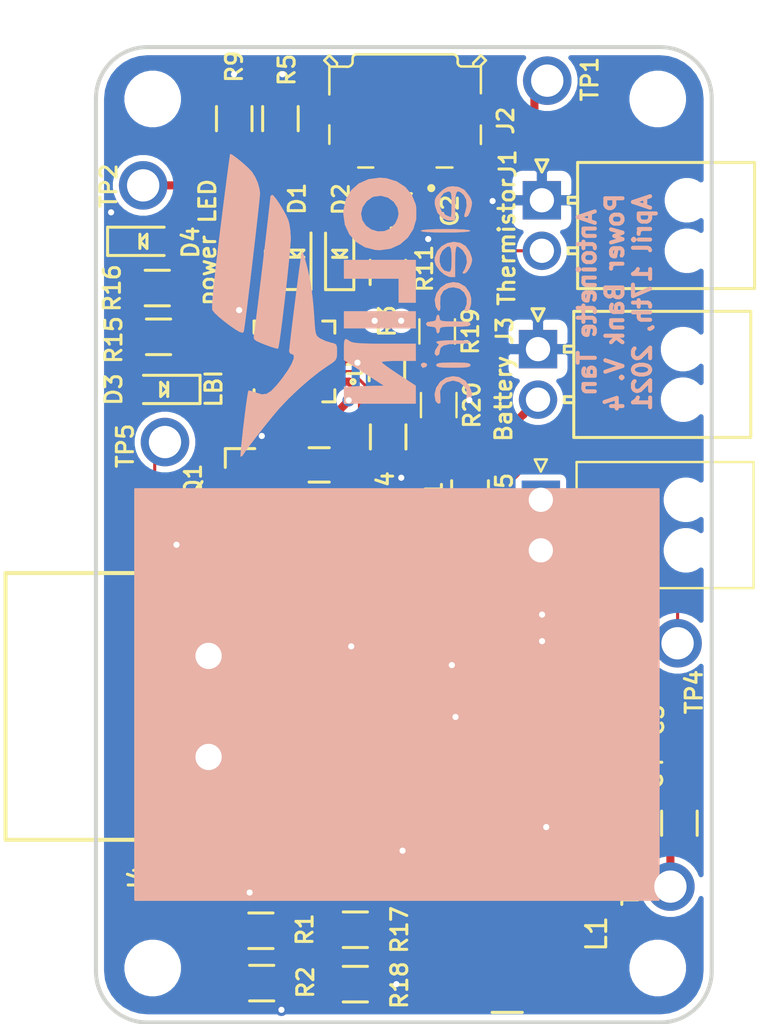
<source format=kicad_pcb>
(kicad_pcb (version 20171130) (host pcbnew 5.1.9-73d0e3b20d~88~ubuntu20.04.1)

  (general
    (thickness 1.6)
    (drawings 15)
    (tracks 355)
    (zones 0)
    (modules 51)
    (nets 31)
  )

  (page A4)
  (layers
    (0 F.Cu signal)
    (31 B.Cu signal hide)
    (32 B.Adhes user)
    (33 F.Adhes user)
    (34 B.Paste user)
    (35 F.Paste user)
    (36 B.SilkS user hide)
    (37 F.SilkS user)
    (38 B.Mask user hide)
    (39 F.Mask user)
    (40 Dwgs.User user)
    (41 Cmts.User user)
    (42 Eco1.User user)
    (43 Eco2.User user)
    (44 Edge.Cuts user)
    (45 Margin user)
    (46 B.CrtYd user)
    (47 F.CrtYd user)
    (48 B.Fab user)
    (49 F.Fab user hide)
  )

  (setup
    (last_trace_width 0.1524)
    (user_trace_width 0.15)
    (user_trace_width 0.25)
    (user_trace_width 0.4)
    (trace_clearance 0.1524)
    (zone_clearance 0.3)
    (zone_45_only no)
    (trace_min 0.15)
    (via_size 0.6096)
    (via_drill 0.3048)
    (via_min_size 0.35)
    (via_min_drill 0.2)
    (user_via 0.8 0.4)
    (uvia_size 0.3)
    (uvia_drill 0.1)
    (uvias_allowed no)
    (uvia_min_size 0.2)
    (uvia_min_drill 0.1)
    (edge_width 0.1)
    (segment_width 0.2)
    (pcb_text_width 0.3)
    (pcb_text_size 1.5 1.5)
    (mod_edge_width 0.15)
    (mod_text_size 1 1)
    (mod_text_width 0.15)
    (pad_size 2.2 2.2)
    (pad_drill 2.2)
    (pad_to_mask_clearance 0)
    (aux_axis_origin 0 0)
    (visible_elements FFFFFF7F)
    (pcbplotparams
      (layerselection 0x010fc_ffffffff)
      (usegerberextensions true)
      (usegerberattributes false)
      (usegerberadvancedattributes true)
      (creategerberjobfile false)
      (excludeedgelayer true)
      (linewidth 0.100000)
      (plotframeref false)
      (viasonmask false)
      (mode 1)
      (useauxorigin false)
      (hpglpennumber 1)
      (hpglpenspeed 20)
      (hpglpendiameter 15.000000)
      (psnegative false)
      (psa4output false)
      (plotreference true)
      (plotvalue true)
      (plotinvisibletext false)
      (padsonsilk false)
      (subtractmaskfromsilk false)
      (outputformat 1)
      (mirror false)
      (drillshape 0)
      (scaleselection 1)
      (outputdirectory "Gerb_new/"))
  )

  (net 0 "")
  (net 1 GND)
  (net 2 +5V)
  (net 3 VBUS)
  (net 4 /Battery+)
  (net 5 +BATT)
  (net 6 "Net-(D1-Pad1)")
  (net 7 "Net-(D1-Pad2)")
  (net 8 "Net-(D2-Pad2)")
  (net 9 "Net-(D2-Pad1)")
  (net 10 "Net-(D3-Pad1)")
  (net 11 "Net-(D3-Pad2)")
  (net 12 "Net-(D4-Pad2)")
  (net 13 "Net-(F1-Pad1)")
  (net 14 "Net-(J2-Pad4)")
  (net 15 "Net-(J2-Pad3)")
  (net 16 "Net-(J2-Pad2)")
  (net 17 "Net-(J4-Pad03)")
  (net 18 "Net-(J4-Pad02)")
  (net 19 "Net-(Q1-Pad1)")
  (net 20 "Net-(R3-Pad2)")
  (net 21 "Net-(R5-Pad1)")
  (net 22 "Net-(R6-Pad2)")
  (net 23 "Net-(R9-Pad1)")
  (net 24 "Net-(R12-Pad2)")
  (net 25 "Net-(U2-Pad6)")
  (net 26 "Net-(J5-Pad1)")
  (net 27 /switch)
  (net 28 /10KThermistor)
  (net 29 "Net-(L1-Pad1)")
  (net 30 "Net-(R19-Pad2)")

  (net_class Default "This is the default net class."
    (clearance 0.1524)
    (trace_width 0.1524)
    (via_dia 0.6096)
    (via_drill 0.3048)
    (uvia_dia 0.3)
    (uvia_drill 0.1)
    (add_net +5V)
    (add_net +BATT)
    (add_net /10KThermistor)
    (add_net /Battery+)
    (add_net /switch)
    (add_net GND)
    (add_net "Net-(D1-Pad1)")
    (add_net "Net-(D1-Pad2)")
    (add_net "Net-(D2-Pad1)")
    (add_net "Net-(D2-Pad2)")
    (add_net "Net-(D3-Pad1)")
    (add_net "Net-(D3-Pad2)")
    (add_net "Net-(D4-Pad2)")
    (add_net "Net-(F1-Pad1)")
    (add_net "Net-(J2-Pad2)")
    (add_net "Net-(J2-Pad3)")
    (add_net "Net-(J2-Pad4)")
    (add_net "Net-(J4-Pad02)")
    (add_net "Net-(J4-Pad03)")
    (add_net "Net-(J5-Pad1)")
    (add_net "Net-(L1-Pad1)")
    (add_net "Net-(Q1-Pad1)")
    (add_net "Net-(R12-Pad2)")
    (add_net "Net-(R19-Pad2)")
    (add_net "Net-(R3-Pad2)")
    (add_net "Net-(R5-Pad1)")
    (add_net "Net-(R6-Pad2)")
    (add_net "Net-(R9-Pad1)")
    (add_net "Net-(U2-Pad6)")
    (add_net VBUS)
  )

  (module footprints:Small_OE_Logo (layer B.Cu) (tedit 0) (tstamp 6070FFF4)
    (at 82.296 42.164 270)
    (fp_text reference G*** (at 0 0 90) (layer F.SilkS) hide
      (effects (font (size 1.524 1.524) (thickness 0.3)))
    )
    (fp_text value LOGO (at 0.75 0 90) (layer F.SilkS) hide
      (effects (font (size 1.524 1.524) (thickness 0.3)))
    )
    (fp_poly (pts (xy 0.257714 6.345348) (xy 0.287891 6.337241) (xy 0.419918 6.231353) (xy 0.613626 6.023881)
      (xy 0.837239 5.754448) (xy 1.058978 5.462679) (xy 1.247068 5.188196) (xy 1.348106 5.015244)
      (xy 1.403878 4.86239) (xy 1.3526 4.793205) (xy 1.337151 4.787515) (xy 1.225061 4.768105)
      (xy 0.967022 4.732437) (xy 0.58536 4.683135) (xy 0.102402 4.622822) (xy -0.459524 4.554123)
      (xy -1.078091 4.47966) (xy -1.730972 4.402059) (xy -2.395839 4.323942) (xy -3.050365 4.247933)
      (xy -3.672224 4.176657) (xy -4.239086 4.112736) (xy -4.728626 4.058796) (xy -5.118516 4.017458)
      (xy -5.386429 3.991348) (xy -5.508546 3.98305) (xy -5.727914 4.014351) (xy -5.991812 4.086006)
      (xy -6.023847 4.097098) (xy -6.298295 4.22176) (xy -6.544692 4.374385) (xy -6.557442 4.384217)
      (xy -6.709678 4.52508) (xy -6.899804 4.729389) (xy -7.097942 4.960766) (xy -7.274217 5.182832)
      (xy -7.398751 5.359207) (xy -7.441667 5.453512) (xy -7.439416 5.45814) (xy -7.351454 5.474776)
      (xy -7.112419 5.509689) (xy -6.739327 5.560649) (xy -6.249192 5.62543) (xy -5.659029 5.7018)
      (xy -4.985853 5.787532) (xy -4.24668 5.880398) (xy -3.64876 5.954681) (xy -2.649333 6.076572)
      (xy -1.809839 6.175191) (xy -1.12259 6.251285) (xy -0.579898 6.3056) (xy -0.174075 6.338885)
      (xy 0.102566 6.351885) (xy 0.257714 6.345348)) (layer B.SilkS) (width 0.01))
    (fp_poly (pts (xy 1.728802 4.264087) (xy 1.811139 4.158934) (xy 1.90742 3.947132) (xy 1.994879 3.727072)
      (xy 2.101412 3.437105) (xy 2.170297 3.212777) (xy 2.189052 3.095718) (xy 2.186128 3.089239)
      (xy 2.087671 3.062994) (xy 1.845295 3.022744) (xy 1.483576 2.971308) (xy 1.02709 2.9115)
      (xy 0.500413 2.846138) (xy -0.071878 2.778039) (xy -0.665207 2.710018) (xy -1.254998 2.644893)
      (xy -1.816675 2.585479) (xy -2.325661 2.534595) (xy -2.75738 2.495055) (xy -3.087255 2.469677)
      (xy -3.290711 2.461278) (xy -3.293029 2.461299) (xy -3.641355 2.482417) (xy -3.970647 2.531024)
      (xy -4.163597 2.581708) (xy -4.405193 2.689313) (xy -4.686339 2.841825) (xy -4.96752 3.013932)
      (xy -5.209219 3.180324) (xy -5.371919 3.315688) (xy -5.418667 3.385615) (xy -5.349916 3.461203)
      (xy -5.288909 3.471333) (xy -5.175876 3.481135) (xy -4.91716 3.508766) (xy -4.535169 3.551565)
      (xy -4.05231 3.60687) (xy -3.49099 3.672021) (xy -2.873616 3.744357) (xy -2.222594 3.821216)
      (xy -1.560333 3.899936) (xy -0.909238 3.977858) (xy -0.291716 4.052319) (xy 0.269825 4.120658)
      (xy 0.752978 4.180215) (xy 1.135337 4.228327) (xy 1.394494 4.262335) (xy 1.494462 4.276971)
      (xy 1.632534 4.293223) (xy 1.728802 4.264087)) (layer B.SilkS) (width 0.01))
    (fp_poly (pts (xy 7.532599 4.941623) (xy 7.509105 4.871496) (xy 7.444106 4.824012) (xy 7.279449 4.715353)
      (xy 7.014865 4.52226) (xy 6.680698 4.26848) (xy 6.307291 3.977764) (xy 5.924988 3.673858)
      (xy 5.564132 3.380511) (xy 5.255067 3.121472) (xy 5.131336 3.013918) (xy 4.670737 2.577879)
      (xy 4.190574 2.073922) (xy 3.730255 1.546893) (xy 3.329185 1.04164) (xy 3.061182 0.657924)
      (xy 2.89191 0.401051) (xy 2.765719 0.255816) (xy 2.636051 0.190199) (xy 2.456346 0.172176)
      (xy 2.353336 0.171091) (xy 2.110517 0.177463) (xy 1.985581 0.220958) (xy 1.927149 0.333925)
      (xy 1.901287 0.45568) (xy 1.814687 0.741362) (xy 1.694348 0.993977) (xy 1.624123 1.100972)
      (xy 1.545782 1.174392) (xy 1.426623 1.223083) (xy 1.23394 1.255888) (xy 0.935032 1.281652)
      (xy 0.537731 1.30676) (xy 0.06249 1.343032) (xy -0.425927 1.39278) (xy -0.860228 1.448562)
      (xy -1.098905 1.487763) (xy -1.505908 1.571657) (xy -1.890464 1.662679) (xy -2.221124 1.751975)
      (xy -2.466436 1.830689) (xy -2.594951 1.889968) (xy -2.604026 1.91153) (xy -2.516101 1.929207)
      (xy -2.285588 1.963843) (xy -1.938027 2.012203) (xy -1.498957 2.071051) (xy -0.993914 2.137152)
      (xy -0.448439 2.207271) (xy 0.111932 2.278173) (xy 0.66166 2.346624) (xy 1.175206 2.409387)
      (xy 1.627032 2.463227) (xy 1.991599 2.50491) (xy 2.24337 2.531201) (xy 2.3495 2.539028)
      (xy 2.44319 2.471777) (xy 2.455333 2.413) (xy 2.514619 2.30906) (xy 2.681574 2.312529)
      (xy 2.939839 2.41553) (xy 3.273059 2.610181) (xy 3.664878 2.888604) (xy 3.996696 3.155521)
      (xy 4.280276 3.424224) (xy 4.427763 3.656402) (xy 4.453685 3.892903) (xy 4.372572 4.174572)
      (xy 4.365382 4.191975) (xy 4.290428 4.400772) (xy 4.26516 4.534814) (xy 4.270675 4.552897)
      (xy 4.366591 4.578427) (xy 4.597773 4.617119) (xy 4.932434 4.665184) (xy 5.338783 4.718835)
      (xy 5.785033 4.774282) (xy 6.239393 4.827737) (xy 6.670076 4.875413) (xy 7.045292 4.91352)
      (xy 7.333253 4.938271) (xy 7.502169 4.945878) (xy 7.532599 4.941623)) (layer B.SilkS) (width 0.01))
    (fp_poly (pts (xy 4.910667 -3.725333) (xy 4.021667 -3.722527) (xy 3.471333 -2.878667) (xy 3.252235 -2.55031)
      (xy 3.063357 -2.281382) (xy 2.924958 -2.09978) (xy 2.8575 -2.033403) (xy 2.830849 -2.111468)
      (xy 2.809705 -2.323085) (xy 2.796755 -2.632494) (xy 2.794 -2.878667) (xy 2.794 -3.725333)
      (xy 1.947333 -3.725333) (xy 1.947333 -2.175182) (xy 1.944605 -1.594305) (xy 1.935323 -1.160007)
      (xy 1.917843 -0.849606) (xy 1.890521 -0.640421) (xy 1.851712 -0.509767) (xy 1.823026 -0.460682)
      (xy 1.726437 -0.312617) (xy 1.72859 -0.225203) (xy 1.850829 -0.182899) (xy 2.114494 -0.170163)
      (xy 2.2225 -0.169783) (xy 2.751667 -0.170233) (xy 4.021667 -2.147739) (xy 4.04552 -1.158536)
      (xy 4.069374 -0.169333) (xy 4.910667 -0.169333) (xy 4.910667 -3.725333)) (layer B.SilkS) (width 0.01))
    (fp_poly (pts (xy 1.185333 -3.725333) (xy 0.338667 -3.725333) (xy 0.338667 -0.169333) (xy 1.185333 -0.169333)
      (xy 1.185333 -3.725333)) (layer B.SilkS) (width 0.01))
    (fp_poly (pts (xy -1.27 -2.878667) (xy -0.084667 -2.878667) (xy -0.084667 -3.725333) (xy -2.201333 -3.725333)
      (xy -2.201333 -0.169333) (xy -1.27 -0.169333) (xy -1.27 -2.878667)) (layer B.SilkS) (width 0.01))
    (fp_poly (pts (xy -3.941187 -0.218908) (xy -3.468972 -0.436496) (xy -3.090455 -0.774977) (xy -2.8254 -1.214581)
      (xy -2.693573 -1.735535) (xy -2.68252 -1.947333) (xy -2.758867 -2.487242) (xy -2.972977 -2.954749)
      (xy -3.302452 -3.332431) (xy -3.724895 -3.602863) (xy -4.217908 -3.748622) (xy -4.759095 -3.752284)
      (xy -4.95674 -3.716543) (xy -5.423536 -3.526867) (xy -5.805322 -3.206739) (xy -6.083315 -2.781555)
      (xy -6.238732 -2.276708) (xy -6.260284 -2.009842) (xy -5.375176 -2.009842) (xy -5.281483 -2.352587)
      (xy -5.076007 -2.635802) (xy -4.783996 -2.822604) (xy -4.487333 -2.878034) (xy -4.270321 -2.83391)
      (xy -4.027773 -2.726581) (xy -4.009229 -2.715569) (xy -3.752506 -2.474875) (xy -3.622894 -2.172149)
      (xy -3.610028 -1.844223) (xy -3.703543 -1.527929) (xy -3.893073 -1.2601) (xy -4.168254 -1.077567)
      (xy -4.487333 -1.016633) (xy -4.807377 -1.092651) (xy -5.098608 -1.291505) (xy -5.302112 -1.569396)
      (xy -5.331838 -1.644447) (xy -5.375176 -2.009842) (xy -6.260284 -2.009842) (xy -6.265333 -1.947333)
      (xy -6.191566 -1.385854) (xy -5.980879 -0.909324) (xy -5.649192 -0.533912) (xy -5.21243 -0.275783)
      (xy -4.686512 -0.151105) (xy -4.487333 -0.141985) (xy -3.941187 -0.218908)) (layer B.SilkS) (width 0.01))
    (fp_poly (pts (xy 3.117973 -4.044545) (xy 3.132667 -4.101336) (xy 3.085795 -4.239919) (xy 2.985767 -4.287024)
      (xy 2.932809 -4.259254) (xy 2.877777 -4.12465) (xy 2.92838 -4.007001) (xy 3.005667 -3.979333)
      (xy 3.117973 -4.044545)) (layer B.SilkS) (width 0.01))
    (fp_poly (pts (xy 3.064889 -4.769311) (xy 3.102911 -4.871814) (xy 3.123911 -5.076693) (xy 3.132065 -5.411801)
      (xy 3.132667 -5.588) (xy 3.12847 -5.982818) (xy 3.113094 -6.2363) (xy 3.082362 -6.376296)
      (xy 3.032096 -6.43066) (xy 3.005667 -6.434667) (xy 2.946444 -6.406688) (xy 2.908422 -6.304185)
      (xy 2.887422 -6.099306) (xy 2.879268 -5.764199) (xy 2.878667 -5.588) (xy 2.882863 -5.193182)
      (xy 2.898239 -4.9397) (xy 2.928971 -4.799703) (xy 2.979237 -4.74534) (xy 3.005667 -4.741333)
      (xy 3.064889 -4.769311)) (layer B.SilkS) (width 0.01))
    (fp_poly (pts (xy 2.535186 -4.745512) (xy 2.54 -4.783667) (xy 2.466562 -4.885909) (xy 2.331312 -4.910667)
      (xy 2.1538 -4.95385) (xy 2.036483 -5.097382) (xy 1.970662 -5.362237) (xy 1.947637 -5.769387)
      (xy 1.947333 -5.836434) (xy 1.936241 -6.142581) (xy 1.906469 -6.354373) (xy 1.863277 -6.434653)
      (xy 1.862667 -6.434667) (xy 1.823335 -6.354171) (xy 1.794898 -6.12895) (xy 1.779797 -5.783397)
      (xy 1.778 -5.588) (xy 1.786049 -5.19468) (xy 1.808572 -4.910316) (xy 1.843127 -4.759305)
      (xy 1.862667 -4.741333) (xy 1.942724 -4.807369) (xy 1.947333 -4.839122) (xy 1.996241 -4.86939)
      (xy 2.102167 -4.796789) (xy 2.285367 -4.683687) (xy 2.446675 -4.666086) (xy 2.535186 -4.745512)) (layer B.SilkS) (width 0.01))
    (fp_poly (pts (xy 1.074493 -4.309061) (xy 1.100667 -4.487333) (xy 1.127277 -4.673253) (xy 1.226288 -4.738713)
      (xy 1.27 -4.741333) (xy 1.40758 -4.776789) (xy 1.439333 -4.826) (xy 1.368421 -4.89479)
      (xy 1.27 -4.910667) (xy 1.189548 -4.923399) (xy 1.139556 -4.983082) (xy 1.112863 -5.121946)
      (xy 1.102306 -5.372219) (xy 1.100667 -5.672667) (xy 1.095717 -6.044416) (xy 1.077654 -6.275974)
      (xy 1.041655 -6.396278) (xy 0.982896 -6.434265) (xy 0.973667 -6.434667) (xy 0.911708 -6.404971)
      (xy 0.873115 -6.296594) (xy 0.853065 -6.080597) (xy 0.846733 -5.728041) (xy 0.846667 -5.672667)
      (xy 0.843837 -5.310632) (xy 0.830574 -5.085669) (xy 0.799715 -4.96555) (xy 0.744099 -4.918046)
      (xy 0.677333 -4.910667) (xy 0.539753 -4.87521) (xy 0.508 -4.826) (xy 0.578912 -4.75721)
      (xy 0.677333 -4.741333) (xy 0.80128 -4.701417) (xy 0.84492 -4.5529) (xy 0.846667 -4.487333)
      (xy 0.884531 -4.285681) (xy 0.973667 -4.233333) (xy 1.074493 -4.309061)) (layer B.SilkS) (width 0.01))
    (fp_poly (pts (xy -3.60576 -4.061396) (xy -3.579321 -4.297491) (xy -3.562394 -4.672484) (xy -3.556024 -5.171235)
      (xy -3.556 -5.207) (xy -3.56166 -5.713154) (xy -3.577942 -6.096516) (xy -3.603804 -6.341951)
      (xy -3.6382 -6.434321) (xy -3.640667 -6.434667) (xy -3.675574 -6.352604) (xy -3.702013 -6.116508)
      (xy -3.718939 -5.741516) (xy -3.72531 -5.242764) (xy -3.725333 -5.207) (xy -3.719674 -4.700846)
      (xy -3.703392 -4.317483) (xy -3.67753 -4.072048) (xy -3.643133 -3.979679) (xy -3.640667 -3.979333)
      (xy -3.60576 -4.061396)) (layer B.SilkS) (width 0.01))
    (fp_poly (pts (xy 4.776742 -4.708058) (xy 4.893504 -4.812136) (xy 4.910667 -4.875275) (xy 4.857515 -4.951498)
      (xy 4.680796 -4.944969) (xy 4.659781 -4.940923) (xy 4.288247 -4.928926) (xy 4.005546 -5.055616)
      (xy 3.852077 -5.249829) (xy 3.765752 -5.572563) (xy 3.847327 -5.877873) (xy 4.025467 -6.09957)
      (xy 4.203218 -6.224975) (xy 4.410118 -6.257097) (xy 4.568637 -6.242655) (xy 4.804526 -6.234423)
      (xy 4.902729 -6.278818) (xy 4.852003 -6.358361) (xy 4.693488 -6.436762) (xy 4.514672 -6.498192)
      (xy 4.383377 -6.504497) (xy 4.219001 -6.450405) (xy 4.096029 -6.397674) (xy 3.777918 -6.179162)
      (xy 3.597983 -5.863509) (xy 3.556 -5.560694) (xy 3.631656 -5.218059) (xy 3.832617 -4.935052)
      (xy 4.119876 -4.738919) (xy 4.454422 -4.656907) (xy 4.776742 -4.708058)) (layer B.SilkS) (width 0.01))
    (fp_poly (pts (xy 0.093472 -4.712103) (xy 0.133479 -4.72888) (xy 0.305686 -4.833377) (xy 0.318879 -4.907815)
      (xy 0.182226 -4.941854) (xy -0.045895 -4.931187) (xy -0.412527 -4.951098) (xy -0.67385 -5.098694)
      (xy -0.819287 -5.365185) (xy -0.846667 -5.596613) (xy -0.773769 -5.902594) (xy -0.581952 -6.128038)
      (xy -0.31153 -6.250015) (xy -0.002818 -6.245593) (xy 0.174899 -6.177688) (xy 0.302585 -6.133852)
      (xy 0.338589 -6.207469) (xy 0.338667 -6.215024) (xy 0.315694 -6.328308) (xy 0.217763 -6.399119)
      (xy 0.001352 -6.455985) (xy -0.042333 -6.464744) (xy -0.312989 -6.464801) (xy -0.560637 -6.398688)
      (xy -0.879957 -6.177809) (xy -1.060542 -5.861645) (xy -1.100667 -5.575657) (xy -1.027281 -5.237558)
      (xy -0.832745 -4.955786) (xy -0.555488 -4.756707) (xy -0.233939 -4.66669) (xy 0.093472 -4.712103)) (layer B.SilkS) (width 0.01))
    (fp_poly (pts (xy -1.932538 -4.726188) (xy -1.684661 -4.901753) (xy -1.478323 -5.134749) (xy -1.363776 -5.376244)
      (xy -1.354667 -5.452533) (xy -1.354667 -5.672667) (xy -2.116667 -5.672667) (xy -2.503186 -5.682109)
      (xy -2.762344 -5.708977) (xy -2.875284 -5.751079) (xy -2.878667 -5.761182) (xy -2.823598 -5.876111)
      (xy -2.68918 -6.03884) (xy -2.670849 -6.057515) (xy -2.393472 -6.225031) (xy -2.066651 -6.260931)
      (xy -1.753376 -6.160221) (xy -1.712172 -6.133532) (xy -1.576319 -6.049174) (xy -1.528838 -6.070057)
      (xy -1.524 -6.137852) (xy -1.595868 -6.248565) (xy -1.771582 -6.370142) (xy -1.991309 -6.470064)
      (xy -2.195212 -6.51581) (xy -2.219781 -6.516019) (xy -2.366648 -6.481827) (xy -2.581023 -6.402737)
      (xy -2.606669 -6.391774) (xy -2.886636 -6.194025) (xy -3.045364 -5.922379) (xy -3.091552 -5.61152)
      (xy -3.052327 -5.396948) (xy -2.873505 -5.396948) (xy -2.762612 -5.46695) (xy -2.504912 -5.498319)
      (xy -2.243667 -5.503333) (xy -1.917488 -5.498742) (xy -1.725999 -5.479308) (xy -1.634675 -5.436538)
      (xy -1.608992 -5.361937) (xy -1.608667 -5.347122) (xy -1.680692 -5.128172) (xy -1.865875 -4.976701)
      (xy -2.117876 -4.903314) (xy -2.390357 -4.918617) (xy -2.636978 -5.033217) (xy -2.706035 -5.095965)
      (xy -2.850382 -5.277043) (xy -2.873505 -5.396948) (xy -3.052327 -5.396948) (xy -3.033897 -5.296137)
      (xy -2.881095 -5.010916) (xy -2.641845 -4.790544) (xy -2.324842 -4.669708) (xy -2.1717 -4.656983)
      (xy -1.932538 -4.726188)) (layer B.SilkS) (width 0.01))
    (fp_poly (pts (xy -4.887268 -4.682934) (xy -4.541491 -4.797067) (xy -4.288191 -5.016087) (xy -4.158836 -5.308444)
      (xy -4.148667 -5.423388) (xy -4.148667 -5.672667) (xy -4.868333 -5.672667) (xy -5.26443 -5.684317)
      (xy -5.503924 -5.725379) (xy -5.598329 -5.805013) (xy -5.559161 -5.932384) (xy -5.410548 -6.104119)
      (xy -5.178996 -6.225888) (xy -4.862919 -6.246331) (xy -4.515058 -6.163276) (xy -4.466167 -6.142977)
      (xy -4.344856 -6.128126) (xy -4.318 -6.209962) (xy -4.39668 -6.324792) (xy -4.609107 -6.422556)
      (xy -4.6355 -6.430215) (xy -4.895626 -6.496132) (xy -5.066504 -6.506217) (xy -5.221124 -6.453136)
      (xy -5.392097 -6.354214) (xy -5.670345 -6.126892) (xy -5.810488 -5.846159) (xy -5.842 -5.542766)
      (xy -5.814316 -5.347122) (xy -5.588 -5.347122) (xy -5.569339 -5.427363) (xy -5.490339 -5.474469)
      (xy -5.316475 -5.496935) (xy -5.013224 -5.503253) (xy -4.953 -5.503333) (xy -4.64945 -5.498637)
      (xy -4.42491 -5.486214) (xy -4.320767 -5.468565) (xy -4.318 -5.464984) (xy -4.349381 -5.368183)
      (xy -4.417182 -5.208954) (xy -4.578529 -5.018076) (xy -4.814485 -4.919274) (xy -5.079223 -4.907139)
      (xy -5.326917 -4.976264) (xy -5.511739 -5.121241) (xy -5.587864 -5.336661) (xy -5.588 -5.347122)
      (xy -5.814316 -5.347122) (xy -5.807925 -5.301962) (xy -5.683207 -5.086735) (xy -5.543303 -4.933702)
      (xy -5.346969 -4.754198) (xy -5.188056 -4.675671) (xy -4.993968 -4.670371) (xy -4.887268 -4.682934)) (layer B.SilkS) (width 0.01))
  )

  (module footprints:C_1812_4532Metric (layer F.Cu) (tedit 5B301BBE) (tstamp 606F86C6)
    (at 85.3936 65.6638 270)
    (descr "Capacitor SMD 1812 (4532 Metric), square (rectangular) end terminal, IPC_7351 nominal, (Body size source: https://www.nikhef.nl/pub/departments/mt/projects/detectorR_D/dtddice/ERJ2G.pdf), generated with kicad-footprint-generator")
    (tags capacitor)
    (path /5FBD94B6)
    (attr smd)
    (fp_text reference C7 (at -0.1778 2.413 90) (layer F.SilkS)
      (effects (font (size 0.8 0.8) (thickness 0.15)))
    )
    (fp_text value C_100uF (at 0 2.65 90) (layer F.Fab)
      (effects (font (size 1 1) (thickness 0.15)))
    )
    (fp_line (start 2.95 1.95) (end -2.95 1.95) (layer F.CrtYd) (width 0.05))
    (fp_line (start 2.95 -1.95) (end 2.95 1.95) (layer F.CrtYd) (width 0.05))
    (fp_line (start -2.95 -1.95) (end 2.95 -1.95) (layer F.CrtYd) (width 0.05))
    (fp_line (start -2.95 1.95) (end -2.95 -1.95) (layer F.CrtYd) (width 0.05))
    (fp_line (start -1.386252 1.71) (end 1.386252 1.71) (layer F.SilkS) (width 0.15))
    (fp_line (start -1.386252 -1.71) (end 1.386252 -1.71) (layer F.SilkS) (width 0.15))
    (fp_line (start 2.25 1.6) (end -2.25 1.6) (layer F.Fab) (width 0.1))
    (fp_line (start 2.25 -1.6) (end 2.25 1.6) (layer F.Fab) (width 0.1))
    (fp_line (start -2.25 -1.6) (end 2.25 -1.6) (layer F.Fab) (width 0.1))
    (fp_line (start -2.25 1.6) (end -2.25 -1.6) (layer F.Fab) (width 0.1))
    (fp_text user %R (at 0 0 90) (layer F.Fab)
      (effects (font (size 1 1) (thickness 0.15)))
    )
    (pad 2 smd roundrect (at 2.1375 0 270) (size 1.125 3.4) (layers F.Cu F.Paste F.Mask) (roundrect_rratio 0.2222204444444444)
      (net 1 GND))
    (pad 1 smd roundrect (at -2.1375 0 270) (size 1.125 3.4) (layers F.Cu F.Paste F.Mask) (roundrect_rratio 0.2222204444444444)
      (net 2 +5V))
    (model ${KISYS3DMOD}/Capacitor_SMD.3dshapes/C_1812_4532Metric.wrl
      (at (xyz 0 0 0))
      (scale (xyz 1 1 1))
      (rotate (xyz 0 0 0))
    )
  )

  (module formula:MountingHole_2.2mm_M2 (layer F.Cu) (tedit 56D1B4CB) (tstamp 6054B14A)
    (at 73 75)
    (descr "Mounting Hole 2.2mm, no annular, M2")
    (tags "mounting hole 2.2mm no annular m2")
    (attr virtual)
    (fp_text reference REF** (at -6.985 -0.8255) (layer F.SilkS) hide
      (effects (font (size 1 1) (thickness 0.15)))
    )
    (fp_text value MountingHole_2.2mm_M2 (at 0 3.2) (layer F.Fab)
      (effects (font (size 1 1) (thickness 0.15)))
    )
    (fp_circle (center 0 0) (end 2.2 0) (layer Cmts.User) (width 0.15))
    (fp_circle (center 0 0) (end 2.45 0) (layer F.CrtYd) (width 0.05))
    (fp_text user %R (at 0.508 0.762) (layer F.Fab)
      (effects (font (size 1 1) (thickness 0.15)))
    )
    (pad 1 np_thru_hole circle (at 0 0) (size 2.2 2.2) (drill 2.2) (layers *.Cu *.Mask))
  )

  (module formula:MountingHole_2.2mm_M2 (layer F.Cu) (tedit 56D1B4CB) (tstamp 6054B14A)
    (at 98 75)
    (descr "Mounting Hole 2.2mm, no annular, M2")
    (tags "mounting hole 2.2mm no annular m2")
    (attr virtual)
    (fp_text reference R (at 6.35 0.0635) (layer F.SilkS) hide
      (effects (font (size 1 1) (thickness 0.15)))
    )
    (fp_text value MountingHole_2.2mm_M2 (at 0 3.2) (layer F.Fab)
      (effects (font (size 1 1) (thickness 0.15)))
    )
    (fp_circle (center 0 0) (end 2.2 0) (layer Cmts.User) (width 0.15))
    (fp_circle (center 0 0) (end 2.45 0) (layer F.CrtYd) (width 0.05))
    (fp_text user %R (at 0.508 0.762) (layer F.Fab)
      (effects (font (size 1 1) (thickness 0.15)))
    )
    (pad 1 np_thru_hole circle (at 0 0) (size 2.2 2.2) (drill 2.2) (layers *.Cu *.Mask))
  )

  (module formula:MountingHole_2.2mm_M2 (layer F.Cu) (tedit 56D1B4CB) (tstamp 6054A360)
    (at 98 32)
    (descr "Mounting Hole 2.2mm, no annular, M2")
    (tags "mounting hole 2.2mm no annular m2")
    (attr virtual)
    (fp_text reference REF** (at -0.381 -5.7785) (layer F.SilkS) hide
      (effects (font (size 1 1) (thickness 0.15)))
    )
    (fp_text value MountingHole_2.2mm_M2 (at 0 3.2) (layer F.Fab)
      (effects (font (size 1 1) (thickness 0.15)))
    )
    (fp_circle (center 0 0) (end 2.2 0) (layer Cmts.User) (width 0.15))
    (fp_circle (center 0 0) (end 2.45 0) (layer F.CrtYd) (width 0.05))
    (fp_text user %R (at 0.508 0.762) (layer F.Fab)
      (effects (font (size 1 1) (thickness 0.15)))
    )
    (pad 1 np_thru_hole circle (at 0 0) (size 2.2 2.2) (drill 2.2) (layers *.Cu *.Mask))
  )

  (module formula:MountingHole_2.2mm_M2 (layer F.Cu) (tedit 56D1B4CB) (tstamp 6054A2F6)
    (at 73 32)
    (descr "Mounting Hole 2.2mm, no annular, M2")
    (tags "mounting hole 2.2mm no annular m2")
    (attr virtual)
    (fp_text reference REF** (at -0.3175 -4.445) (layer F.SilkS) hide
      (effects (font (size 1 1) (thickness 0.15)))
    )
    (fp_text value MountingHole_2.2mm_M2 (at 0 3.2) (layer F.Fab)
      (effects (font (size 1 1) (thickness 0.15)))
    )
    (fp_circle (center 0 0) (end 2.2 0) (layer Cmts.User) (width 0.15))
    (fp_circle (center 0 0) (end 2.45 0) (layer F.CrtYd) (width 0.05))
    (fp_text user %R (at 0.381 0) (layer F.Fab)
      (effects (font (size 1 1) (thickness 0.15)))
    )
    (pad 1 np_thru_hole circle (at 0 0) (size 2.2 2.2) (drill 2.2) (layers *.Cu *.Mask))
  )

  (module footprints:R_0805_OEM (layer F.Cu) (tedit 5C3D844D) (tstamp 602B1F8F)
    (at 73.2905 43.769)
    (descr "Resistor SMD 0805, reflow soldering, Vishay (see dcrcw.pdf)")
    (tags "resistor 0805")
    (path /6036A43B)
    (attr smd)
    (fp_text reference R15 (at -2.2225 0.1524 90) (layer F.SilkS)
      (effects (font (size 0.8 0.8) (thickness 0.15)))
    )
    (fp_text value R_330 (at 0 1.75) (layer F.Fab) hide
      (effects (font (size 1 1) (thickness 0.15)))
    )
    (fp_line (start -1 0.62) (end -1 -0.62) (layer F.Fab) (width 0.1))
    (fp_line (start 1 0.62) (end -1 0.62) (layer F.Fab) (width 0.1))
    (fp_line (start 1 -0.62) (end 1 0.62) (layer F.Fab) (width 0.1))
    (fp_line (start -1 -0.62) (end 1 -0.62) (layer F.Fab) (width 0.1))
    (fp_line (start 0.6 0.88) (end -0.6 0.88) (layer F.SilkS) (width 0.15))
    (fp_line (start -0.6 -0.88) (end 0.6 -0.88) (layer F.SilkS) (width 0.15))
    (fp_line (start -1.55 -0.9) (end 1.55 -0.9) (layer F.CrtYd) (width 0.05))
    (fp_line (start -1.55 -0.9) (end -1.55 0.9) (layer F.CrtYd) (width 0.05))
    (fp_line (start 1.55 0.9) (end 1.55 -0.9) (layer F.CrtYd) (width 0.05))
    (fp_line (start 1.55 0.9) (end -1.55 0.9) (layer F.CrtYd) (width 0.05))
    (pad 2 smd rect (at 0.95 0) (size 0.7 1.3) (layers F.Cu F.Paste F.Mask)
      (net 11 "Net-(D3-Pad2)"))
    (pad 1 smd rect (at -0.95 0) (size 0.7 1.3) (layers F.Cu F.Paste F.Mask)
      (net 2 +5V))
    (model ${LOCAL_DIR}/OEM_Preferred_Parts/3DModels/R_0805_OEM/res0805.step
      (at (xyz 0 0 0))
      (scale (xyz 1 1 1))
      (rotate (xyz 0 0 0))
    )
    (model ${LOCAL_DIR}/OEM_Preferred_Parts/3DModels/R_0805_OEM/res0805.step
      (at (xyz 0 0 0))
      (scale (xyz 1 1 1))
      (rotate (xyz 0 0 0))
    )
  )

  (module footprints:R_0805_OEM (layer F.Cu) (tedit 5C3D844D) (tstamp 602B1F7F)
    (at 84.5681 54.2592)
    (descr "Resistor SMD 0805, reflow soldering, Vishay (see dcrcw.pdf)")
    (tags "resistor 0805")
    (path /5F943142)
    (attr smd)
    (fp_text reference R14 (at -2.0701 0.0635 90) (layer F.SilkS)
      (effects (font (size 0.8 0.8) (thickness 0.15)))
    )
    (fp_text value R_10K (at 0 1.75) (layer F.Fab) hide
      (effects (font (size 1 1) (thickness 0.15)))
    )
    (fp_line (start -1 0.62) (end -1 -0.62) (layer F.Fab) (width 0.1))
    (fp_line (start 1 0.62) (end -1 0.62) (layer F.Fab) (width 0.1))
    (fp_line (start 1 -0.62) (end 1 0.62) (layer F.Fab) (width 0.1))
    (fp_line (start -1 -0.62) (end 1 -0.62) (layer F.Fab) (width 0.1))
    (fp_line (start 0.6 0.88) (end -0.6 0.88) (layer F.SilkS) (width 0.15))
    (fp_line (start -0.6 -0.88) (end 0.6 -0.88) (layer F.SilkS) (width 0.15))
    (fp_line (start -1.55 -0.9) (end 1.55 -0.9) (layer F.CrtYd) (width 0.05))
    (fp_line (start -1.55 -0.9) (end -1.55 0.9) (layer F.CrtYd) (width 0.05))
    (fp_line (start 1.55 0.9) (end 1.55 -0.9) (layer F.CrtYd) (width 0.05))
    (fp_line (start 1.55 0.9) (end -1.55 0.9) (layer F.CrtYd) (width 0.05))
    (pad 2 smd rect (at 0.95 0) (size 0.7 1.3) (layers F.Cu F.Paste F.Mask)
      (net 19 "Net-(Q1-Pad1)"))
    (pad 1 smd rect (at -0.95 0) (size 0.7 1.3) (layers F.Cu F.Paste F.Mask)
      (net 2 +5V))
    (model ${LOCAL_DIR}/OEM_Preferred_Parts/3DModels/R_0805_OEM/res0805.step
      (at (xyz 0 0 0))
      (scale (xyz 1 1 1))
      (rotate (xyz 0 0 0))
    )
    (model ${LOCAL_DIR}/OEM_Preferred_Parts/3DModels/R_0805_OEM/res0805.step
      (at (xyz 0 0 0))
      (scale (xyz 1 1 1))
      (rotate (xyz 0 0 0))
    )
  )

  (module footprints:R_0805_OEM (layer F.Cu) (tedit 5C3D844D) (tstamp 602B1E9D)
    (at 94.944 59.5297 180)
    (descr "Resistor SMD 0805, reflow soldering, Vishay (see dcrcw.pdf)")
    (tags "resistor 0805")
    (path /5FC80133)
    (attr smd)
    (fp_text reference R6 (at 2.2225 0.0635 90) (layer F.SilkS)
      (effects (font (size 0.8 0.8) (thickness 0.15)))
    )
    (fp_text value R_1.87M (at 0 1.75) (layer F.Fab) hide
      (effects (font (size 1 1) (thickness 0.15)))
    )
    (fp_line (start -1 0.62) (end -1 -0.62) (layer F.Fab) (width 0.1))
    (fp_line (start 1 0.62) (end -1 0.62) (layer F.Fab) (width 0.1))
    (fp_line (start 1 -0.62) (end 1 0.62) (layer F.Fab) (width 0.1))
    (fp_line (start -1 -0.62) (end 1 -0.62) (layer F.Fab) (width 0.1))
    (fp_line (start 0.6 0.88) (end -0.6 0.88) (layer F.SilkS) (width 0.15))
    (fp_line (start -0.6 -0.88) (end 0.6 -0.88) (layer F.SilkS) (width 0.15))
    (fp_line (start -1.55 -0.9) (end 1.55 -0.9) (layer F.CrtYd) (width 0.05))
    (fp_line (start -1.55 -0.9) (end -1.55 0.9) (layer F.CrtYd) (width 0.05))
    (fp_line (start 1.55 0.9) (end 1.55 -0.9) (layer F.CrtYd) (width 0.05))
    (fp_line (start 1.55 0.9) (end -1.55 0.9) (layer F.CrtYd) (width 0.05))
    (pad 2 smd rect (at 0.95 0 180) (size 0.7 1.3) (layers F.Cu F.Paste F.Mask)
      (net 22 "Net-(R6-Pad2)"))
    (pad 1 smd rect (at -0.95 0 180) (size 0.7 1.3) (layers F.Cu F.Paste F.Mask)
      (net 5 +BATT))
    (model ${LOCAL_DIR}/OEM_Preferred_Parts/3DModels/R_0805_OEM/res0805.step
      (at (xyz 0 0 0))
      (scale (xyz 1 1 1))
      (rotate (xyz 0 0 0))
    )
    (model ${LOCAL_DIR}/OEM_Preferred_Parts/3DModels/R_0805_OEM/res0805.step
      (at (xyz 0 0 0))
      (scale (xyz 1 1 1))
      (rotate (xyz 0 0 0))
    )
  )

  (module footprints:tp_1.6mm (layer F.Cu) (tedit 5BB571C0) (tstamp 5FB055CD)
    (at 92.531 31.0944 270)
    (path /5F936478)
    (fp_text reference TP1 (at -0.0762 -2.1082 90) (layer F.SilkS)
      (effects (font (size 0.8 0.8) (thickness 0.15)))
    )
    (fp_text value TP (at -0.1524 -0.5 90) (layer F.Fab)
      (effects (font (size 1 1) (thickness 0.15)))
    )
    (pad 1 thru_hole circle (at 0 0 270) (size 2.4 2.4) (drill 1.6) (layers *.Cu *.Mask)
      (net 3 VBUS))
  )

  (module footprints:MCP73871T (layer F.Cu) (tedit 5F727E3E) (tstamp 5FB05620)
    (at 80.017499 44.9882 180)
    (path /5F9E9E16)
    (fp_text reference U2 (at -3.057501 0.0132 90) (layer F.SilkS)
      (effects (font (size 0.8 0.8) (thickness 0.15)))
    )
    (fp_text value MCP73871T-2CCI_ML (at 7.666799 4.7244) (layer F.Fab)
      (effects (font (size 0.48 0.48) (thickness 0.015)))
    )
    (fp_poly (pts (xy -1.09 0.13) (xy -0.13 0.13) (xy -0.13 1.09) (xy -1.09 1.09)) (layer F.Paste) (width 0.01))
    (fp_poly (pts (xy 0.13 0.13) (xy 1.09 0.13) (xy 1.09 1.09) (xy 0.13 1.09)) (layer F.Paste) (width 0.01))
    (fp_poly (pts (xy 0.13 -1.09) (xy 1.09 -1.09) (xy 1.09 -0.13) (xy 0.13 -0.13)) (layer F.Paste) (width 0.01))
    (fp_poly (pts (xy -1.09 -1.09) (xy -0.13 -1.09) (xy -0.13 -0.13) (xy -1.09 -0.13)) (layer F.Paste) (width 0.01))
    (fp_circle (center -2.9 -1) (end -2.8 -1) (layer F.SilkS) (width 0.15))
    (fp_circle (center -2.9 -1) (end -2.8 -1) (layer F.Fab) (width 0.2))
    (fp_line (start 2.25 1.38) (end 2.25 2.25) (layer F.CrtYd) (width 0.05))
    (fp_line (start 2.61 1.38) (end 2.25 1.38) (layer F.CrtYd) (width 0.05))
    (fp_line (start 2.61 -1.38) (end 2.61 1.38) (layer F.CrtYd) (width 0.05))
    (fp_line (start 2.25 -1.38) (end 2.61 -1.38) (layer F.CrtYd) (width 0.05))
    (fp_line (start 2.25 -2.25) (end 2.25 -1.38) (layer F.CrtYd) (width 0.05))
    (fp_line (start -1.38 2.25) (end -2.25 2.25) (layer F.CrtYd) (width 0.05))
    (fp_line (start -1.38 2.61) (end -1.38 2.25) (layer F.CrtYd) (width 0.05))
    (fp_line (start 1.38 2.61) (end -1.38 2.61) (layer F.CrtYd) (width 0.05))
    (fp_line (start 1.38 2.25) (end 1.38 2.61) (layer F.CrtYd) (width 0.05))
    (fp_line (start 2.25 2.25) (end 1.38 2.25) (layer F.CrtYd) (width 0.05))
    (fp_line (start -2.25 -1.38) (end -2.25 -2.25) (layer F.CrtYd) (width 0.05))
    (fp_line (start -2.61 -1.38) (end -2.25 -1.38) (layer F.CrtYd) (width 0.05))
    (fp_line (start -2.61 1.38) (end -2.61 -1.38) (layer F.CrtYd) (width 0.05))
    (fp_line (start -2.25 1.38) (end -2.61 1.38) (layer F.CrtYd) (width 0.05))
    (fp_line (start -2.25 2.25) (end -2.25 1.38) (layer F.CrtYd) (width 0.05))
    (fp_line (start 1.38 -2.25) (end 2.25 -2.25) (layer F.CrtYd) (width 0.05))
    (fp_line (start 1.38 -2.61) (end 1.38 -2.25) (layer F.CrtYd) (width 0.05))
    (fp_line (start -1.38 -2.61) (end 1.38 -2.61) (layer F.CrtYd) (width 0.05))
    (fp_line (start -1.38 -2.25) (end -1.38 -2.61) (layer F.CrtYd) (width 0.05))
    (fp_line (start -2.25 -2.25) (end -1.38 -2.25) (layer F.CrtYd) (width 0.05))
    (fp_line (start 2 2) (end 2 1.4) (layer F.SilkS) (width 0.15))
    (fp_line (start 1.4 2) (end 2 2) (layer F.SilkS) (width 0.15))
    (fp_line (start -2 2) (end -1.4 2) (layer F.SilkS) (width 0.15))
    (fp_line (start -2 1.4) (end -2 2) (layer F.SilkS) (width 0.15))
    (fp_line (start 2 -2) (end 2 -1.4) (layer F.SilkS) (width 0.15))
    (fp_line (start 1.4 -2) (end 2 -2) (layer F.SilkS) (width 0.15))
    (fp_line (start -2 -2) (end -2 -1.4) (layer F.SilkS) (width 0.15))
    (fp_line (start -1.4 -2) (end -2 -2) (layer F.SilkS) (width 0.15))
    (fp_line (start 2 2) (end -2 2) (layer F.Fab) (width 0.127))
    (fp_line (start 2 -2) (end 2 2) (layer F.Fab) (width 0.127))
    (fp_line (start -2 -2) (end 2 -2) (layer F.Fab) (width 0.127))
    (fp_line (start -2 2) (end -2 -2) (layer F.Fab) (width 0.127))
    (pad 21 smd rect (at 0 0 180) (size 2.7 2.7) (layers F.Cu F.Mask)
      (net 1 GND))
    (pad 20 smd rect (at -1 -1.955 180) (size 0.26 0.81) (layers F.Cu F.Paste F.Mask)
      (net 5 +BATT))
    (pad 19 smd rect (at -0.5 -1.955 180) (size 0.26 0.81) (layers F.Cu F.Paste F.Mask)
      (net 3 VBUS))
    (pad 18 smd rect (at 0 -1.955 180) (size 0.26 0.81) (layers F.Cu F.Paste F.Mask)
      (net 3 VBUS))
    (pad 17 smd rect (at 0.5 -1.955 180) (size 0.26 0.81) (layers F.Cu F.Paste F.Mask)
      (net 3 VBUS))
    (pad 16 smd rect (at 1 -1.955 180) (size 0.26 0.81) (layers F.Cu F.Paste F.Mask)
      (net 4 /Battery+))
    (pad 15 smd rect (at 1.955 -1 180) (size 0.81 0.26) (layers F.Cu F.Paste F.Mask)
      (net 4 /Battery+))
    (pad 14 smd rect (at 1.955 -0.5 180) (size 0.81 0.26) (layers F.Cu F.Paste F.Mask)
      (net 4 /Battery+))
    (pad 13 smd rect (at 1.955 0 180) (size 0.81 0.26) (layers F.Cu F.Paste F.Mask)
      (net 23 "Net-(R9-Pad1)"))
    (pad 12 smd rect (at 1.955 0.5 180) (size 0.81 0.26) (layers F.Cu F.Paste F.Mask)
      (net 21 "Net-(R5-Pad1)"))
    (pad 11 smd rect (at 1.955 1 180) (size 0.81 0.26) (layers F.Cu F.Paste F.Mask)
      (net 1 GND))
    (pad 10 smd rect (at 1 1.955 180) (size 0.26 0.81) (layers F.Cu F.Paste F.Mask)
      (net 1 GND))
    (pad 9 smd rect (at 0.5 1.955 180) (size 0.26 0.81) (layers F.Cu F.Paste F.Mask)
      (net 3 VBUS))
    (pad 8 smd rect (at 0 1.955 180) (size 0.26 0.81) (layers F.Cu F.Paste F.Mask)
      (net 6 "Net-(D1-Pad1)"))
    (pad 7 smd rect (at -0.5 1.955 180) (size 0.26 0.81) (layers F.Cu F.Paste F.Mask)
      (net 9 "Net-(D2-Pad1)"))
    (pad 6 smd rect (at -1 1.955 180) (size 0.26 0.81) (layers F.Cu F.Paste F.Mask)
      (net 25 "Net-(U2-Pad6)"))
    (pad 5 smd rect (at -1.955 1 180) (size 0.81 0.26) (layers F.Cu F.Paste F.Mask)
      (net 30 "Net-(R19-Pad2)"))
    (pad 4 smd rect (at -1.955 0.5 180) (size 0.81 0.26) (layers F.Cu F.Paste F.Mask)
      (net 3 VBUS))
    (pad 3 smd rect (at -1.955 0 180) (size 0.81 0.26) (layers F.Cu F.Paste F.Mask)
      (net 3 VBUS))
    (pad 2 smd rect (at -1.955 -0.5 180) (size 0.81 0.26) (layers F.Cu F.Paste F.Mask)
      (net 20 "Net-(R3-Pad2)"))
    (pad 1 smd rect (at -1.955 -1 180) (size 0.81 0.26) (layers F.Cu F.Paste F.Mask)
      (net 5 +BATT))
  )

  (module footprints:R_0805_OEM (layer F.Cu) (tedit 5C3D844D) (tstamp 5FB05558)
    (at 84.6443 40.5838 90)
    (descr "Resistor SMD 0805, reflow soldering, Vishay (see dcrcw.pdf)")
    (tags "resistor 0805")
    (path /5F9FB8C1)
    (attr smd)
    (fp_text reference R11 (at 0.193 1.8034 90) (layer F.SilkS)
      (effects (font (size 0.8 0.8) (thickness 0.15)))
    )
    (fp_text value R_1K (at 0 1.75 90) (layer F.Fab) hide
      (effects (font (size 1 1) (thickness 0.15)))
    )
    (fp_line (start 1.55 0.9) (end -1.55 0.9) (layer F.CrtYd) (width 0.05))
    (fp_line (start 1.55 0.9) (end 1.55 -0.9) (layer F.CrtYd) (width 0.05))
    (fp_line (start -1.55 -0.9) (end -1.55 0.9) (layer F.CrtYd) (width 0.05))
    (fp_line (start -1.55 -0.9) (end 1.55 -0.9) (layer F.CrtYd) (width 0.05))
    (fp_line (start -0.6 -0.88) (end 0.6 -0.88) (layer F.SilkS) (width 0.15))
    (fp_line (start 0.6 0.88) (end -0.6 0.88) (layer F.SilkS) (width 0.15))
    (fp_line (start -1 -0.62) (end 1 -0.62) (layer F.Fab) (width 0.1))
    (fp_line (start 1 -0.62) (end 1 0.62) (layer F.Fab) (width 0.1))
    (fp_line (start 1 0.62) (end -1 0.62) (layer F.Fab) (width 0.1))
    (fp_line (start -1 0.62) (end -1 -0.62) (layer F.Fab) (width 0.1))
    (pad 2 smd rect (at 0.95 0 90) (size 0.7 1.3) (layers F.Cu F.Paste F.Mask)
      (net 8 "Net-(D2-Pad2)"))
    (pad 1 smd rect (at -0.95 0 90) (size 0.7 1.3) (layers F.Cu F.Paste F.Mask)
      (net 3 VBUS))
    (model ${LOCAL_DIR}/OEM_Preferred_Parts/3DModels/R_0805_OEM/res0805.step
      (at (xyz 0 0 0))
      (scale (xyz 1 1 1))
      (rotate (xyz 0 0 0))
    )
    (model ${LOCAL_DIR}/OEM_Preferred_Parts/3DModels/R_0805_OEM/res0805.step
      (at (xyz 0 0 0))
      (scale (xyz 1 1 1))
      (rotate (xyz 0 0 0))
    )
  )

  (module footprints:R_0805_OEM (layer F.Cu) (tedit 5C3D844D) (tstamp 5FB054F8)
    (at 79.323 32.974 90)
    (descr "Resistor SMD 0805, reflow soldering, Vishay (see dcrcw.pdf)")
    (tags "resistor 0805")
    (path /5FA06FD7)
    (attr smd)
    (fp_text reference R5 (at 2.413 0.3175 90) (layer F.SilkS)
      (effects (font (size 0.8 0.8) (thickness 0.15)))
    )
    (fp_text value R_100K (at 0 1.75 90) (layer F.Fab) hide
      (effects (font (size 1 1) (thickness 0.15)))
    )
    (fp_line (start -1 0.62) (end -1 -0.62) (layer F.Fab) (width 0.1))
    (fp_line (start 1 0.62) (end -1 0.62) (layer F.Fab) (width 0.1))
    (fp_line (start 1 -0.62) (end 1 0.62) (layer F.Fab) (width 0.1))
    (fp_line (start -1 -0.62) (end 1 -0.62) (layer F.Fab) (width 0.1))
    (fp_line (start 0.6 0.88) (end -0.6 0.88) (layer F.SilkS) (width 0.15))
    (fp_line (start -0.6 -0.88) (end 0.6 -0.88) (layer F.SilkS) (width 0.15))
    (fp_line (start -1.55 -0.9) (end 1.55 -0.9) (layer F.CrtYd) (width 0.05))
    (fp_line (start -1.55 -0.9) (end -1.55 0.9) (layer F.CrtYd) (width 0.05))
    (fp_line (start 1.55 0.9) (end 1.55 -0.9) (layer F.CrtYd) (width 0.05))
    (fp_line (start 1.55 0.9) (end -1.55 0.9) (layer F.CrtYd) (width 0.05))
    (pad 1 smd rect (at -0.95 0 90) (size 0.7 1.3) (layers F.Cu F.Paste F.Mask)
      (net 21 "Net-(R5-Pad1)"))
    (pad 2 smd rect (at 0.95 0 90) (size 0.7 1.3) (layers F.Cu F.Paste F.Mask)
      (net 1 GND))
    (model ${LOCAL_DIR}/OEM_Preferred_Parts/3DModels/R_0805_OEM/res0805.step
      (at (xyz 0 0 0))
      (scale (xyz 1 1 1))
      (rotate (xyz 0 0 0))
    )
    (model ${LOCAL_DIR}/OEM_Preferred_Parts/3DModels/R_0805_OEM/res0805.step
      (at (xyz 0 0 0))
      (scale (xyz 1 1 1))
      (rotate (xyz 0 0 0))
    )
  )

  (module footprints:TPS61090RSAR (layer F.Cu) (tedit 5FB71EA7) (tstamp 5FB05658)
    (at 90.1053 64.0001 90)
    (path /5F93A0E2)
    (fp_text reference U3 (at 0.0001 3.0947 90) (layer F.SilkS)
      (effects (font (size 0.8 0.8) (thickness 0.15)))
    )
    (fp_text value TPS61090RSAR (at 0.5588 9.7536 90) (layer F.Fab)
      (effects (font (size 1.00111 1.00111) (thickness 0.015)))
    )
    (fp_line (start 2.05 -1.33) (end 2.05 -2.05) (layer F.SilkS) (width 0.15))
    (fp_line (start 1.33 2.05) (end 2.05 2.05) (layer F.SilkS) (width 0.15))
    (fp_line (start -1.33 -2.05) (end -2.05 -2.05) (layer F.SilkS) (width 0.15))
    (fp_line (start -2.05 2.05) (end -1.33 2.05) (layer F.SilkS) (width 0.15))
    (fp_line (start 2.05 2.05) (end 2.05 1.33) (layer F.SilkS) (width 0.15))
    (fp_line (start 2.05 -2.05) (end 1.33 -2.05) (layer F.SilkS) (width 0.15))
    (fp_line (start -2.05 -2.05) (end -2.05 -1.33) (layer F.SilkS) (width 0.15))
    (fp_line (start -2.05 1.33) (end -2.05 2.05) (layer F.SilkS) (width 0.15))
    (fp_line (start -2.05 2.05) (end 2.05 2.05) (layer F.Fab) (width 0.127))
    (fp_line (start 2.05 2.05) (end 2.05 -2.05) (layer F.Fab) (width 0.127))
    (fp_line (start 2.05 -2.05) (end -2.05 -2.05) (layer F.Fab) (width 0.127))
    (fp_line (start -2.05 -2.05) (end -2.05 2.05) (layer F.Fab) (width 0.127))
    (fp_poly (pts (xy -0.853372 -0.853) (xy 0.853 -0.853) (xy 0.853 0.853372) (xy -0.853372 0.853372)) (layer F.Paste) (width 0.01))
    (fp_circle (center -3 -1.2) (end -2.9 -1.2) (layer F.SilkS) (width 0.15))
    (fp_circle (center -3 -1.2) (end -2.9 -1.2) (layer F.Fab) (width 0.2))
    (pad 1 smd rect (at -1.955 -0.975 90) (size 0.81 0.34) (layers F.Cu F.Paste F.Mask)
      (net 2 +5V))
    (pad 2 smd rect (at -1.955 -0.325 90) (size 0.81 0.34) (layers F.Cu F.Paste F.Mask))
    (pad 3 smd rect (at -1.955 0.325 90) (size 0.81 0.34) (layers F.Cu F.Paste F.Mask)
      (net 29 "Net-(L1-Pad1)"))
    (pad 4 smd rect (at -1.955 0.975 90) (size 0.81 0.34) (layers F.Cu F.Paste F.Mask)
      (net 29 "Net-(L1-Pad1)"))
    (pad 5 smd rect (at -0.975 1.955 90) (size 0.34 0.81) (layers F.Cu F.Paste F.Mask)
      (net 1 GND))
    (pad 6 smd rect (at -0.325 1.955 90) (size 0.34 0.81) (layers F.Cu F.Paste F.Mask)
      (net 1 GND))
    (pad 7 smd rect (at 0.325 1.955 90) (size 0.34 0.81) (layers F.Cu F.Paste F.Mask)
      (net 1 GND))
    (pad 8 smd rect (at 0.975 1.955 90) (size 0.34 0.81) (layers F.Cu F.Paste F.Mask)
      (net 5 +BATT))
    (pad 9 smd rect (at 1.955 0.975 90) (size 0.81 0.34) (layers F.Cu F.Paste F.Mask)
      (net 22 "Net-(R6-Pad2)"))
    (pad 10 smd rect (at 1.955 0.325 90) (size 0.81 0.34) (layers F.Cu F.Paste F.Mask)
      (net 1 GND))
    (pad 11 smd rect (at 1.955 -0.325 90) (size 0.81 0.34) (layers F.Cu F.Paste F.Mask)
      (net 27 /switch))
    (pad 12 smd rect (at 1.955 -0.975 90) (size 0.81 0.34) (layers F.Cu F.Paste F.Mask)
      (net 19 "Net-(Q1-Pad1)"))
    (pad 13 smd rect (at 0.975 -1.955 90) (size 0.34 0.81) (layers F.Cu F.Paste F.Mask)
      (net 1 GND))
    (pad 14 smd rect (at 0.325 -1.955 90) (size 0.34 0.81) (layers F.Cu F.Paste F.Mask)
      (net 24 "Net-(R12-Pad2)"))
    (pad 15 smd rect (at -0.325 -1.955 90) (size 0.34 0.81) (layers F.Cu F.Paste F.Mask)
      (net 2 +5V))
    (pad 16 smd rect (at -0.975 -1.955 90) (size 0.34 0.81) (layers F.Cu F.Paste F.Mask)
      (net 2 +5V))
    (pad 17 smd rect (at 0 0 90) (size 2.7 2.7) (layers F.Cu F.Mask)
      (net 1 GND))
  )

  (module footprints:C_0805_OEM (layer F.Cu) (tedit 5C3D8347) (tstamp 5FB05335)
    (at 84.6951 56.4182)
    (descr "Capacitor SMD 0805, reflow soldering, AVX (see smccp.pdf)")
    (tags "capacitor 0805")
    (path /5F924127)
    (attr smd)
    (fp_text reference C1 (at -2.3241 0.1651 90) (layer F.SilkS)
      (effects (font (size 0.8 0.8) (thickness 0.15)))
    )
    (fp_text value C_10uF (at 0 1.75) (layer F.Fab) hide
      (effects (font (size 1 1) (thickness 0.15)))
    )
    (fp_line (start 1.75 0.87) (end -1.75 0.87) (layer F.CrtYd) (width 0.05))
    (fp_line (start 1.75 0.87) (end 1.75 -0.88) (layer F.CrtYd) (width 0.05))
    (fp_line (start -1.75 -0.88) (end -1.75 0.87) (layer F.CrtYd) (width 0.05))
    (fp_line (start -1.75 -0.88) (end 1.75 -0.88) (layer F.CrtYd) (width 0.05))
    (fp_line (start -0.5 0.85) (end 0.5 0.85) (layer F.SilkS) (width 0.15))
    (fp_line (start 0.5 -0.85) (end -0.5 -0.85) (layer F.SilkS) (width 0.15))
    (fp_line (start -1 -0.62) (end 1 -0.62) (layer F.Fab) (width 0.1))
    (fp_line (start 1 -0.62) (end 1 0.62) (layer F.Fab) (width 0.1))
    (fp_line (start 1 0.62) (end -1 0.62) (layer F.Fab) (width 0.1))
    (fp_line (start -1 0.62) (end -1 -0.62) (layer F.Fab) (width 0.1))
    (pad 2 smd rect (at 1 0) (size 1 1.25) (layers F.Cu F.Paste F.Mask)
      (net 1 GND))
    (pad 1 smd rect (at -1 0) (size 1 1.25) (layers F.Cu F.Paste F.Mask)
      (net 2 +5V))
    (model ${LOCAL_DIR}/OEM_Preferred_Parts/3DModels/C_0805_OEM/C_0805.step
      (at (xyz 0 0 0))
      (scale (xyz 1 1 1))
      (rotate (xyz 0 0 0))
    )
    (model ${LOCAL_DIR}/OEM_Preferred_Parts/3DModels/C_0805_OEM/C_0805.step
      (at (xyz 0 0 0))
      (scale (xyz 1 1 1))
      (rotate (xyz 0 0 0))
    )
  )

  (module footprints:C_0805_OEM (layer F.Cu) (tedit 5C3D8347) (tstamp 5FB05345)
    (at 85.3047 37.5333)
    (descr "Capacitor SMD 0805, reflow soldering, AVX (see smccp.pdf)")
    (tags "capacitor 0805")
    (path /5F92E826)
    (attr smd)
    (fp_text reference C2 (at 2.413 0 90) (layer F.SilkS)
      (effects (font (size 0.8 0.8) (thickness 0.15)))
    )
    (fp_text value C_10uF (at 0 1.75) (layer F.Fab) hide
      (effects (font (size 1 1) (thickness 0.15)))
    )
    (fp_line (start -1 0.62) (end -1 -0.62) (layer F.Fab) (width 0.1))
    (fp_line (start 1 0.62) (end -1 0.62) (layer F.Fab) (width 0.1))
    (fp_line (start 1 -0.62) (end 1 0.62) (layer F.Fab) (width 0.1))
    (fp_line (start -1 -0.62) (end 1 -0.62) (layer F.Fab) (width 0.1))
    (fp_line (start 0.5 -0.85) (end -0.5 -0.85) (layer F.SilkS) (width 0.15))
    (fp_line (start -0.5 0.85) (end 0.5 0.85) (layer F.SilkS) (width 0.15))
    (fp_line (start -1.75 -0.88) (end 1.75 -0.88) (layer F.CrtYd) (width 0.05))
    (fp_line (start -1.75 -0.88) (end -1.75 0.87) (layer F.CrtYd) (width 0.05))
    (fp_line (start 1.75 0.87) (end 1.75 -0.88) (layer F.CrtYd) (width 0.05))
    (fp_line (start 1.75 0.87) (end -1.75 0.87) (layer F.CrtYd) (width 0.05))
    (pad 1 smd rect (at -1 0) (size 1 1.25) (layers F.Cu F.Paste F.Mask)
      (net 3 VBUS))
    (pad 2 smd rect (at 1 0) (size 1 1.25) (layers F.Cu F.Paste F.Mask)
      (net 1 GND))
    (model ${LOCAL_DIR}/OEM_Preferred_Parts/3DModels/C_0805_OEM/C_0805.step
      (at (xyz 0 0 0))
      (scale (xyz 1 1 1))
      (rotate (xyz 0 0 0))
    )
    (model ${LOCAL_DIR}/OEM_Preferred_Parts/3DModels/C_0805_OEM/C_0805.step
      (at (xyz 0 0 0))
      (scale (xyz 1 1 1))
      (rotate (xyz 0 0 0))
    )
  )

  (module footprints:C_0805_OEM (layer F.Cu) (tedit 5C3D8347) (tstamp 5FB05355)
    (at 81.2407 50.1063 180)
    (descr "Capacitor SMD 0805, reflow soldering, AVX (see smccp.pdf)")
    (tags "capacitor 0805")
    (path /5FA5B66D)
    (attr smd)
    (fp_text reference C3 (at 0 -1.905 90) (layer F.SilkS)
      (effects (font (size 0.8 0.8) (thickness 0.15)))
    )
    (fp_text value C_10nF (at 0 1.75) (layer F.Fab) hide
      (effects (font (size 1 1) (thickness 0.15)))
    )
    (fp_line (start 1.75 0.87) (end -1.75 0.87) (layer F.CrtYd) (width 0.05))
    (fp_line (start 1.75 0.87) (end 1.75 -0.88) (layer F.CrtYd) (width 0.05))
    (fp_line (start -1.75 -0.88) (end -1.75 0.87) (layer F.CrtYd) (width 0.05))
    (fp_line (start -1.75 -0.88) (end 1.75 -0.88) (layer F.CrtYd) (width 0.05))
    (fp_line (start -0.5 0.85) (end 0.5 0.85) (layer F.SilkS) (width 0.15))
    (fp_line (start 0.5 -0.85) (end -0.5 -0.85) (layer F.SilkS) (width 0.15))
    (fp_line (start -1 -0.62) (end 1 -0.62) (layer F.Fab) (width 0.1))
    (fp_line (start 1 -0.62) (end 1 0.62) (layer F.Fab) (width 0.1))
    (fp_line (start 1 0.62) (end -1 0.62) (layer F.Fab) (width 0.1))
    (fp_line (start -1 0.62) (end -1 -0.62) (layer F.Fab) (width 0.1))
    (pad 2 smd rect (at 1 0 180) (size 1 1.25) (layers F.Cu F.Paste F.Mask)
      (net 1 GND))
    (pad 1 smd rect (at -1 0 180) (size 1 1.25) (layers F.Cu F.Paste F.Mask)
      (net 4 /Battery+))
    (model ${LOCAL_DIR}/OEM_Preferred_Parts/3DModels/C_0805_OEM/C_0805.step
      (at (xyz 0 0 0))
      (scale (xyz 1 1 1))
      (rotate (xyz 0 0 0))
    )
    (model ${LOCAL_DIR}/OEM_Preferred_Parts/3DModels/C_0805_OEM/C_0805.step
      (at (xyz 0 0 0))
      (scale (xyz 1 1 1))
      (rotate (xyz 0 0 0))
    )
  )

  (module footprints:C_0805_OEM (layer F.Cu) (tedit 5C3D8347) (tstamp 5FB05365)
    (at 95.4901 65.3717 180)
    (descr "Capacitor SMD 0805, reflow soldering, AVX (see smccp.pdf)")
    (tags "capacitor 0805")
    (path /5F94B212)
    (attr smd)
    (fp_text reference C4 (at -2.3495 0 90) (layer F.SilkS)
      (effects (font (size 0.8 0.8) (thickness 0.15)))
    )
    (fp_text value C_10uF (at 0 1.75) (layer F.Fab) hide
      (effects (font (size 1 1) (thickness 0.15)))
    )
    (fp_line (start 1.75 0.87) (end -1.75 0.87) (layer F.CrtYd) (width 0.05))
    (fp_line (start 1.75 0.87) (end 1.75 -0.88) (layer F.CrtYd) (width 0.05))
    (fp_line (start -1.75 -0.88) (end -1.75 0.87) (layer F.CrtYd) (width 0.05))
    (fp_line (start -1.75 -0.88) (end 1.75 -0.88) (layer F.CrtYd) (width 0.05))
    (fp_line (start -0.5 0.85) (end 0.5 0.85) (layer F.SilkS) (width 0.15))
    (fp_line (start 0.5 -0.85) (end -0.5 -0.85) (layer F.SilkS) (width 0.15))
    (fp_line (start -1 -0.62) (end 1 -0.62) (layer F.Fab) (width 0.1))
    (fp_line (start 1 -0.62) (end 1 0.62) (layer F.Fab) (width 0.1))
    (fp_line (start 1 0.62) (end -1 0.62) (layer F.Fab) (width 0.1))
    (fp_line (start -1 0.62) (end -1 -0.62) (layer F.Fab) (width 0.1))
    (pad 2 smd rect (at 1 0 180) (size 1 1.25) (layers F.Cu F.Paste F.Mask)
      (net 1 GND))
    (pad 1 smd rect (at -1 0 180) (size 1 1.25) (layers F.Cu F.Paste F.Mask)
      (net 5 +BATT))
    (model ${LOCAL_DIR}/OEM_Preferred_Parts/3DModels/C_0805_OEM/C_0805.step
      (at (xyz 0 0 0))
      (scale (xyz 1 1 1))
      (rotate (xyz 0 0 0))
    )
    (model ${LOCAL_DIR}/OEM_Preferred_Parts/3DModels/C_0805_OEM/C_0805.step
      (at (xyz 0 0 0))
      (scale (xyz 1 1 1))
      (rotate (xyz 0 0 0))
    )
  )

  (module footprints:C_0805_OEM (layer F.Cu) (tedit 5C3D8347) (tstamp 5FB05375)
    (at 95.4901 62.7301 180)
    (descr "Capacitor SMD 0805, reflow soldering, AVX (see smccp.pdf)")
    (tags "capacitor 0805")
    (path /5F94A827)
    (attr smd)
    (fp_text reference C5 (at -2.4003 -0.0127 90) (layer F.SilkS)
      (effects (font (size 0.8 0.8) (thickness 0.15)))
    )
    (fp_text value C_0.1uF (at 0 1.75) (layer F.Fab) hide
      (effects (font (size 1 1) (thickness 0.15)))
    )
    (fp_line (start -1 0.62) (end -1 -0.62) (layer F.Fab) (width 0.1))
    (fp_line (start 1 0.62) (end -1 0.62) (layer F.Fab) (width 0.1))
    (fp_line (start 1 -0.62) (end 1 0.62) (layer F.Fab) (width 0.1))
    (fp_line (start -1 -0.62) (end 1 -0.62) (layer F.Fab) (width 0.1))
    (fp_line (start 0.5 -0.85) (end -0.5 -0.85) (layer F.SilkS) (width 0.15))
    (fp_line (start -0.5 0.85) (end 0.5 0.85) (layer F.SilkS) (width 0.15))
    (fp_line (start -1.75 -0.88) (end 1.75 -0.88) (layer F.CrtYd) (width 0.05))
    (fp_line (start -1.75 -0.88) (end -1.75 0.87) (layer F.CrtYd) (width 0.05))
    (fp_line (start 1.75 0.87) (end 1.75 -0.88) (layer F.CrtYd) (width 0.05))
    (fp_line (start 1.75 0.87) (end -1.75 0.87) (layer F.CrtYd) (width 0.05))
    (pad 1 smd rect (at -1 0 180) (size 1 1.25) (layers F.Cu F.Paste F.Mask)
      (net 5 +BATT))
    (pad 2 smd rect (at 1 0 180) (size 1 1.25) (layers F.Cu F.Paste F.Mask)
      (net 1 GND))
    (model ${LOCAL_DIR}/OEM_Preferred_Parts/3DModels/C_0805_OEM/C_0805.step
      (at (xyz 0 0 0))
      (scale (xyz 1 1 1))
      (rotate (xyz 0 0 0))
    )
    (model ${LOCAL_DIR}/OEM_Preferred_Parts/3DModels/C_0805_OEM/C_0805.step
      (at (xyz 0 0 0))
      (scale (xyz 1 1 1))
      (rotate (xyz 0 0 0))
    )
  )

  (module footprints:C_0805_OEM (layer F.Cu) (tedit 5C3D8347) (tstamp 5FB05385)
    (at 90.25 67.6)
    (descr "Capacitor SMD 0805, reflow soldering, AVX (see smccp.pdf)")
    (tags "capacitor 0805")
    (path /5F912C95)
    (attr smd)
    (fp_text reference C6 (at 2.3114 -0.0381 270) (layer F.SilkS)
      (effects (font (size 0.8 0.8) (thickness 0.15)))
    )
    (fp_text value C_2.2uF (at 0 1.75) (layer F.Fab) hide
      (effects (font (size 1 1) (thickness 0.15)))
    )
    (fp_line (start -1 0.62) (end -1 -0.62) (layer F.Fab) (width 0.1))
    (fp_line (start 1 0.62) (end -1 0.62) (layer F.Fab) (width 0.1))
    (fp_line (start 1 -0.62) (end 1 0.62) (layer F.Fab) (width 0.1))
    (fp_line (start -1 -0.62) (end 1 -0.62) (layer F.Fab) (width 0.1))
    (fp_line (start 0.5 -0.85) (end -0.5 -0.85) (layer F.SilkS) (width 0.15))
    (fp_line (start -0.5 0.85) (end 0.5 0.85) (layer F.SilkS) (width 0.15))
    (fp_line (start -1.75 -0.88) (end 1.75 -0.88) (layer F.CrtYd) (width 0.05))
    (fp_line (start -1.75 -0.88) (end -1.75 0.87) (layer F.CrtYd) (width 0.05))
    (fp_line (start 1.75 0.87) (end 1.75 -0.88) (layer F.CrtYd) (width 0.05))
    (fp_line (start 1.75 0.87) (end -1.75 0.87) (layer F.CrtYd) (width 0.05))
    (pad 1 smd rect (at -1 0) (size 1 1.25) (layers F.Cu F.Paste F.Mask)
      (net 2 +5V))
    (pad 2 smd rect (at 1 0) (size 1 1.25) (layers F.Cu F.Paste F.Mask)
      (net 1 GND))
    (model ${LOCAL_DIR}/OEM_Preferred_Parts/3DModels/C_0805_OEM/C_0805.step
      (at (xyz 0 0 0))
      (scale (xyz 1 1 1))
      (rotate (xyz 0 0 0))
    )
    (model ${LOCAL_DIR}/OEM_Preferred_Parts/3DModels/C_0805_OEM/C_0805.step
      (at (xyz 0 0 0))
      (scale (xyz 1 1 1))
      (rotate (xyz 0 0 0))
    )
  )

  (module footprints:LED_0805_OEM (layer F.Cu) (tedit 5C3D84D8) (tstamp 5FB0539E)
    (at 80.1358 39.6288 90)
    (descr "LED 0805 smd package")
    (tags "LED led 0805 SMD smd SMT smt smdled SMDLED smtled SMTLED")
    (path /5F9F302E)
    (attr smd)
    (fp_text reference D1 (at 2.6924 0.0127 90) (layer F.SilkS)
      (effects (font (size 0.8 0.8) (thickness 0.15)))
    )
    (fp_text value LED_0805_Amber (at 0.508 2.032 90) (layer F.Fab) hide
      (effects (font (size 1 1) (thickness 0.15)))
    )
    (fp_line (start -1.95 -0.85) (end 1.95 -0.85) (layer F.CrtYd) (width 0.05))
    (fp_line (start -1.95 0.85) (end -1.95 -0.85) (layer F.CrtYd) (width 0.05))
    (fp_line (start 1.95 0.85) (end -1.95 0.85) (layer F.CrtYd) (width 0.05))
    (fp_line (start 1.95 -0.85) (end 1.95 0.85) (layer F.CrtYd) (width 0.05))
    (fp_line (start -1.8 -0.7) (end 1 -0.7) (layer F.SilkS) (width 0.15))
    (fp_line (start -1.8 0.7) (end 1 0.7) (layer F.SilkS) (width 0.15))
    (fp_line (start -1 0.6) (end -1 -0.6) (layer F.Fab) (width 0.1))
    (fp_line (start -1 -0.6) (end 1 -0.6) (layer F.Fab) (width 0.1))
    (fp_line (start 1 -0.6) (end 1 0.6) (layer F.Fab) (width 0.1))
    (fp_line (start 1 0.6) (end -1 0.6) (layer F.Fab) (width 0.1))
    (fp_line (start -1.8 -0.7) (end -1.8 0.7) (layer F.SilkS) (width 0.15))
    (fp_line (start -0.2 0) (end 0.1 -0.3) (layer F.SilkS) (width 0.15))
    (fp_line (start 0.1 -0.3) (end 0.15 -0.35) (layer F.SilkS) (width 0.15))
    (fp_line (start 0.15 -0.35) (end 0.15 0.3) (layer F.SilkS) (width 0.15))
    (fp_line (start 0.15 0.35) (end 0.15 0.3) (layer F.SilkS) (width 0.15))
    (fp_line (start 0.15 0.3) (end 0.15 0.35) (layer F.SilkS) (width 0.15))
    (fp_line (start 0.15 0.35) (end -0.2 0) (layer F.SilkS) (width 0.15))
    (fp_line (start -0.2 0) (end -0.2 -0.35) (layer F.SilkS) (width 0.15))
    (fp_line (start -0.2 0.35) (end -0.2 0) (layer F.SilkS) (width 0.15))
    (pad 1 smd rect (at -1.1 0 270) (size 1.2 1.2) (layers F.Cu F.Paste F.Mask)
      (net 6 "Net-(D1-Pad1)"))
    (pad 2 smd rect (at 1.1 0 270) (size 1.2 1.2) (layers F.Cu F.Paste F.Mask)
      (net 7 "Net-(D1-Pad2)"))
    (model "${LOCAL_DIR}/OEM_Preferred_Parts/3DModels/LED_0805/LED 0805 Base GREEN001_sp.wrl"
      (at (xyz 0 0 0))
      (scale (xyz 1 1 1))
      (rotate (xyz 0 0 180))
    )
    (model "${LOCAL_DIR}/OEM_Preferred_Parts/3DModels/LED_0805/LED 0805 Base GREEN001_sp.step"
      (at (xyz 0 0 0))
      (scale (xyz 1 1 1))
      (rotate (xyz 0 0 0))
    )
  )

  (module footprints:LED_0805_OEM (layer F.Cu) (tedit 5C3D84D8) (tstamp 5FB053B7)
    (at 82.2567 39.6366 90)
    (descr "LED 0805 smd package")
    (tags "LED led 0805 SMD smd SMT smt smdled SMDLED smtled SMTLED")
    (path /5F9F9473)
    (attr smd)
    (fp_text reference D2 (at 2.6748 0.0635 90) (layer F.SilkS)
      (effects (font (size 0.8 0.8) (thickness 0.15)))
    )
    (fp_text value LED_0805 (at 0.508 2.032 90) (layer F.Fab) hide
      (effects (font (size 1 1) (thickness 0.15)))
    )
    (fp_line (start -0.2 0.35) (end -0.2 0) (layer F.SilkS) (width 0.15))
    (fp_line (start -0.2 0) (end -0.2 -0.35) (layer F.SilkS) (width 0.15))
    (fp_line (start 0.15 0.35) (end -0.2 0) (layer F.SilkS) (width 0.15))
    (fp_line (start 0.15 0.3) (end 0.15 0.35) (layer F.SilkS) (width 0.15))
    (fp_line (start 0.15 0.35) (end 0.15 0.3) (layer F.SilkS) (width 0.15))
    (fp_line (start 0.15 -0.35) (end 0.15 0.3) (layer F.SilkS) (width 0.15))
    (fp_line (start 0.1 -0.3) (end 0.15 -0.35) (layer F.SilkS) (width 0.15))
    (fp_line (start -0.2 0) (end 0.1 -0.3) (layer F.SilkS) (width 0.15))
    (fp_line (start -1.8 -0.7) (end -1.8 0.7) (layer F.SilkS) (width 0.15))
    (fp_line (start 1 0.6) (end -1 0.6) (layer F.Fab) (width 0.1))
    (fp_line (start 1 -0.6) (end 1 0.6) (layer F.Fab) (width 0.1))
    (fp_line (start -1 -0.6) (end 1 -0.6) (layer F.Fab) (width 0.1))
    (fp_line (start -1 0.6) (end -1 -0.6) (layer F.Fab) (width 0.1))
    (fp_line (start -1.8 0.7) (end 1 0.7) (layer F.SilkS) (width 0.15))
    (fp_line (start -1.8 -0.7) (end 1 -0.7) (layer F.SilkS) (width 0.15))
    (fp_line (start 1.95 -0.85) (end 1.95 0.85) (layer F.CrtYd) (width 0.05))
    (fp_line (start 1.95 0.85) (end -1.95 0.85) (layer F.CrtYd) (width 0.05))
    (fp_line (start -1.95 0.85) (end -1.95 -0.85) (layer F.CrtYd) (width 0.05))
    (fp_line (start -1.95 -0.85) (end 1.95 -0.85) (layer F.CrtYd) (width 0.05))
    (pad 2 smd rect (at 1.1 0 270) (size 1.2 1.2) (layers F.Cu F.Paste F.Mask)
      (net 8 "Net-(D2-Pad2)"))
    (pad 1 smd rect (at -1.1 0 270) (size 1.2 1.2) (layers F.Cu F.Paste F.Mask)
      (net 9 "Net-(D2-Pad1)"))
    (model "${LOCAL_DIR}/OEM_Preferred_Parts/3DModels/LED_0805/LED 0805 Base GREEN001_sp.wrl"
      (at (xyz 0 0 0))
      (scale (xyz 1 1 1))
      (rotate (xyz 0 0 180))
    )
    (model "${LOCAL_DIR}/OEM_Preferred_Parts/3DModels/LED_0805/LED 0805 Base GREEN001_sp.step"
      (at (xyz 0 0 0))
      (scale (xyz 1 1 1))
      (rotate (xyz 0 0 0))
    )
  )

  (module footprints:LED_0805_OEM (layer F.Cu) (tedit 5C3D84D8) (tstamp 5FB053D0)
    (at 73.5445 46.3725 180)
    (descr "LED 0805 smd package")
    (tags "LED led 0805 SMD smd SMT smt smdled SMDLED smtled SMTLED")
    (path /5F94621C)
    (attr smd)
    (fp_text reference D3 (at 2.4765 0 270) (layer F.SilkS)
      (effects (font (size 0.8 0.8) (thickness 0.15)))
    )
    (fp_text value LED_0805 (at 0.508 2.032) (layer F.Fab) hide
      (effects (font (size 1 1) (thickness 0.15)))
    )
    (fp_line (start -1.95 -0.85) (end 1.95 -0.85) (layer F.CrtYd) (width 0.05))
    (fp_line (start -1.95 0.85) (end -1.95 -0.85) (layer F.CrtYd) (width 0.05))
    (fp_line (start 1.95 0.85) (end -1.95 0.85) (layer F.CrtYd) (width 0.05))
    (fp_line (start 1.95 -0.85) (end 1.95 0.85) (layer F.CrtYd) (width 0.05))
    (fp_line (start -1.8 -0.7) (end 1 -0.7) (layer F.SilkS) (width 0.15))
    (fp_line (start -1.8 0.7) (end 1 0.7) (layer F.SilkS) (width 0.15))
    (fp_line (start -1 0.6) (end -1 -0.6) (layer F.Fab) (width 0.1))
    (fp_line (start -1 -0.6) (end 1 -0.6) (layer F.Fab) (width 0.1))
    (fp_line (start 1 -0.6) (end 1 0.6) (layer F.Fab) (width 0.1))
    (fp_line (start 1 0.6) (end -1 0.6) (layer F.Fab) (width 0.1))
    (fp_line (start -1.8 -0.7) (end -1.8 0.7) (layer F.SilkS) (width 0.15))
    (fp_line (start -0.2 0) (end 0.1 -0.3) (layer F.SilkS) (width 0.15))
    (fp_line (start 0.1 -0.3) (end 0.15 -0.35) (layer F.SilkS) (width 0.15))
    (fp_line (start 0.15 -0.35) (end 0.15 0.3) (layer F.SilkS) (width 0.15))
    (fp_line (start 0.15 0.35) (end 0.15 0.3) (layer F.SilkS) (width 0.15))
    (fp_line (start 0.15 0.3) (end 0.15 0.35) (layer F.SilkS) (width 0.15))
    (fp_line (start 0.15 0.35) (end -0.2 0) (layer F.SilkS) (width 0.15))
    (fp_line (start -0.2 0) (end -0.2 -0.35) (layer F.SilkS) (width 0.15))
    (fp_line (start -0.2 0.35) (end -0.2 0) (layer F.SilkS) (width 0.15))
    (pad 1 smd rect (at -1.1 0) (size 1.2 1.2) (layers F.Cu F.Paste F.Mask)
      (net 10 "Net-(D3-Pad1)"))
    (pad 2 smd rect (at 1.1 0) (size 1.2 1.2) (layers F.Cu F.Paste F.Mask)
      (net 11 "Net-(D3-Pad2)"))
    (model "${LOCAL_DIR}/OEM_Preferred_Parts/3DModels/LED_0805/LED 0805 Base GREEN001_sp.wrl"
      (at (xyz 0 0 0))
      (scale (xyz 1 1 1))
      (rotate (xyz 0 0 180))
    )
    (model "${LOCAL_DIR}/OEM_Preferred_Parts/3DModels/LED_0805/LED 0805 Base GREEN001_sp.step"
      (at (xyz 0 0 0))
      (scale (xyz 1 1 1))
      (rotate (xyz 0 0 0))
    )
  )

  (module footprints:LED_0805_OEM (layer F.Cu) (tedit 5C3D84D8) (tstamp 5FB053E9)
    (at 72.5666 39.0446)
    (descr "LED 0805 smd package")
    (tags "LED led 0805 SMD smd SMT smt smdled SMDLED smtled SMTLED")
    (path /5F927053)
    (attr smd)
    (fp_text reference D4 (at 2.3114 0.0508 90) (layer F.SilkS)
      (effects (font (size 0.8 0.8) (thickness 0.15)))
    )
    (fp_text value LED_0805 (at 0.508 2.032) (layer F.Fab) hide
      (effects (font (size 1 1) (thickness 0.15)))
    )
    (fp_line (start -0.2 0.35) (end -0.2 0) (layer F.SilkS) (width 0.15))
    (fp_line (start -0.2 0) (end -0.2 -0.35) (layer F.SilkS) (width 0.15))
    (fp_line (start 0.15 0.35) (end -0.2 0) (layer F.SilkS) (width 0.15))
    (fp_line (start 0.15 0.3) (end 0.15 0.35) (layer F.SilkS) (width 0.15))
    (fp_line (start 0.15 0.35) (end 0.15 0.3) (layer F.SilkS) (width 0.15))
    (fp_line (start 0.15 -0.35) (end 0.15 0.3) (layer F.SilkS) (width 0.15))
    (fp_line (start 0.1 -0.3) (end 0.15 -0.35) (layer F.SilkS) (width 0.15))
    (fp_line (start -0.2 0) (end 0.1 -0.3) (layer F.SilkS) (width 0.15))
    (fp_line (start -1.8 -0.7) (end -1.8 0.7) (layer F.SilkS) (width 0.15))
    (fp_line (start 1 0.6) (end -1 0.6) (layer F.Fab) (width 0.1))
    (fp_line (start 1 -0.6) (end 1 0.6) (layer F.Fab) (width 0.1))
    (fp_line (start -1 -0.6) (end 1 -0.6) (layer F.Fab) (width 0.1))
    (fp_line (start -1 0.6) (end -1 -0.6) (layer F.Fab) (width 0.1))
    (fp_line (start -1.8 0.7) (end 1 0.7) (layer F.SilkS) (width 0.15))
    (fp_line (start -1.8 -0.7) (end 1 -0.7) (layer F.SilkS) (width 0.15))
    (fp_line (start 1.95 -0.85) (end 1.95 0.85) (layer F.CrtYd) (width 0.05))
    (fp_line (start 1.95 0.85) (end -1.95 0.85) (layer F.CrtYd) (width 0.05))
    (fp_line (start -1.95 0.85) (end -1.95 -0.85) (layer F.CrtYd) (width 0.05))
    (fp_line (start -1.95 -0.85) (end 1.95 -0.85) (layer F.CrtYd) (width 0.05))
    (pad 2 smd rect (at 1.1 0 180) (size 1.2 1.2) (layers F.Cu F.Paste F.Mask)
      (net 12 "Net-(D4-Pad2)"))
    (pad 1 smd rect (at -1.1 0 180) (size 1.2 1.2) (layers F.Cu F.Paste F.Mask)
      (net 1 GND))
    (model "${LOCAL_DIR}/OEM_Preferred_Parts/3DModels/LED_0805/LED 0805 Base GREEN001_sp.wrl"
      (at (xyz 0 0 0))
      (scale (xyz 1 1 1))
      (rotate (xyz 0 0 180))
    )
    (model "${LOCAL_DIR}/OEM_Preferred_Parts/3DModels/LED_0805/LED 0805 Base GREEN001_sp.step"
      (at (xyz 0 0 0))
      (scale (xyz 1 1 1))
      (rotate (xyz 0 0 0))
    )
  )

  (module footprints:Fuse_1206 (layer F.Cu) (tedit 5B301BBE) (tstamp 5FB053FA)
    (at 88.7083 51.4906 270)
    (descr "Fuse SMD 1206 (3216 Metric), square (rectangular) end terminal, IPC_7351 nominal, (Body size source: http://www.tortai-tech.com/upload/download/2011102023233369053.pdf), generated with kicad-footprint-generator")
    (tags resistor)
    (path /5F921D2E)
    (attr smd)
    (fp_text reference F1 (at 0.1524 1.778 90) (layer F.SilkS)
      (effects (font (size 0.8 0.8) (thickness 0.15)))
    )
    (fp_text value 1.5A_Fuse (at 0 1.82 90) (layer F.Fab)
      (effects (font (size 1 1) (thickness 0.15)))
    )
    (fp_line (start -1.6 0.8) (end -1.6 -0.8) (layer F.Fab) (width 0.1))
    (fp_line (start -1.6 -0.8) (end 1.6 -0.8) (layer F.Fab) (width 0.1))
    (fp_line (start 1.6 -0.8) (end 1.6 0.8) (layer F.Fab) (width 0.1))
    (fp_line (start 1.6 0.8) (end -1.6 0.8) (layer F.Fab) (width 0.1))
    (fp_line (start -0.602064 -0.91) (end 0.602064 -0.91) (layer F.SilkS) (width 0.15))
    (fp_line (start -0.602064 0.91) (end 0.602064 0.91) (layer F.SilkS) (width 0.15))
    (fp_line (start -2.28 1.12) (end -2.28 -1.12) (layer F.CrtYd) (width 0.05))
    (fp_line (start -2.28 -1.12) (end 2.28 -1.12) (layer F.CrtYd) (width 0.05))
    (fp_line (start 2.28 -1.12) (end 2.28 1.12) (layer F.CrtYd) (width 0.05))
    (fp_line (start 2.28 1.12) (end -2.28 1.12) (layer F.CrtYd) (width 0.05))
    (fp_text user %R (at 0 -1.485001 90) (layer F.Fab)
      (effects (font (size 0.8 0.8) (thickness 0.12)))
    )
    (pad 1 smd roundrect (at -1.4 0 270) (size 1.25 1.75) (layers F.Cu F.Paste F.Mask) (roundrect_rratio 0.2)
      (net 13 "Net-(F1-Pad1)"))
    (pad 2 smd roundrect (at 1.4 0 270) (size 1.25 1.75) (layers F.Cu F.Paste F.Mask) (roundrect_rratio 0.2)
      (net 4 /Battery+))
    (model ${KISYS3DMOD}/Fuse.3dshapes/Fuse_1206_3216Metric.wrl
      (at (xyz 0 0 0))
      (scale (xyz 1 1 1))
      (rotate (xyz 0 0 0))
    )
  )

  (module footprints:SOT-23F (layer F.Cu) (tedit 5C16B7BE) (tstamp 5FB054A8)
    (at 77.3545 50.881 180)
    (descr "SOT-23, Standard")
    (tags SOT-23)
    (path /5F9440B8)
    (attr smd)
    (fp_text reference Q1 (at 2.3495 0.0254 90) (layer F.SilkS)
      (effects (font (size 0.8 0.8) (thickness 0.15)))
    )
    (fp_text value SSM3K333R (at 0 2.5) (layer F.Fab) hide
      (effects (font (size 1 1) (thickness 0.15)))
    )
    (fp_line (start -0.7 -0.95) (end -0.7 1.5) (layer F.Fab) (width 0.1))
    (fp_line (start -0.15 -1.52) (end 0.7 -1.52) (layer F.Fab) (width 0.1))
    (fp_line (start -0.7 -0.95) (end -0.15 -1.52) (layer F.Fab) (width 0.1))
    (fp_line (start 0.7 -1.52) (end 0.7 1.52) (layer F.Fab) (width 0.1))
    (fp_line (start -0.7 1.52) (end 0.7 1.52) (layer F.Fab) (width 0.1))
    (fp_line (start 0.76 1.58) (end 0.76 0.65) (layer F.SilkS) (width 0.15))
    (fp_line (start 0.76 -1.58) (end 0.76 -0.65) (layer F.SilkS) (width 0.15))
    (fp_line (start -1.7 -1.75) (end 1.7 -1.75) (layer F.CrtYd) (width 0.05))
    (fp_line (start 1.7 -1.75) (end 1.7 1.75) (layer F.CrtYd) (width 0.05))
    (fp_line (start 1.7 1.75) (end -1.7 1.75) (layer F.CrtYd) (width 0.05))
    (fp_line (start -1.7 1.75) (end -1.7 -1.75) (layer F.CrtYd) (width 0.05))
    (fp_line (start 0.76 -1.58) (end -1.4 -1.58) (layer F.SilkS) (width 0.15))
    (fp_line (start 0.76 1.58) (end -0.7 1.58) (layer F.SilkS) (width 0.15))
    (pad 1 smd rect (at -1.05 -0.95 180) (size 0.9 0.8) (layers F.Cu F.Paste F.Mask)
      (net 19 "Net-(Q1-Pad1)"))
    (pad 2 smd rect (at -1.05 0.95 180) (size 0.9 0.8) (layers F.Cu F.Paste F.Mask)
      (net 1 GND))
    (pad 3 smd rect (at 1.05 0 180) (size 0.9 0.8) (layers F.Cu F.Paste F.Mask)
      (net 10 "Net-(D3-Pad1)"))
    (model ${LOCAL_DIR}/OEM_Preferred_Parts/3DModels/SOT-23_OEM/SOT-23.wrl
      (at (xyz 0 0 0))
      (scale (xyz 1 1 1))
      (rotate (xyz 0 0 0))
    )
  )

  (module footprints:R_0805_OEM (layer F.Cu) (tedit 5C3D844D) (tstamp 606F8698)
    (at 78.3578 73.1568 180)
    (descr "Resistor SMD 0805, reflow soldering, Vishay (see dcrcw.pdf)")
    (tags "resistor 0805")
    (path /5F924176)
    (attr smd)
    (fp_text reference R1 (at -2.1717 0.0635 90) (layer F.SilkS)
      (effects (font (size 0.8 0.8) (thickness 0.15)))
    )
    (fp_text value R_75k (at 0 1.75) (layer F.Fab) hide
      (effects (font (size 1 1) (thickness 0.15)))
    )
    (fp_line (start -1 0.62) (end -1 -0.62) (layer F.Fab) (width 0.1))
    (fp_line (start 1 0.62) (end -1 0.62) (layer F.Fab) (width 0.1))
    (fp_line (start 1 -0.62) (end 1 0.62) (layer F.Fab) (width 0.1))
    (fp_line (start -1 -0.62) (end 1 -0.62) (layer F.Fab) (width 0.1))
    (fp_line (start 0.6 0.88) (end -0.6 0.88) (layer F.SilkS) (width 0.15))
    (fp_line (start -0.6 -0.88) (end 0.6 -0.88) (layer F.SilkS) (width 0.15))
    (fp_line (start -1.55 -0.9) (end 1.55 -0.9) (layer F.CrtYd) (width 0.05))
    (fp_line (start -1.55 -0.9) (end -1.55 0.9) (layer F.CrtYd) (width 0.05))
    (fp_line (start 1.55 0.9) (end 1.55 -0.9) (layer F.CrtYd) (width 0.05))
    (fp_line (start 1.55 0.9) (end -1.55 0.9) (layer F.CrtYd) (width 0.05))
    (pad 1 smd rect (at -0.95 0 180) (size 0.7 1.3) (layers F.Cu F.Paste F.Mask)
      (net 2 +5V))
    (pad 2 smd rect (at 0.95 0 180) (size 0.7 1.3) (layers F.Cu F.Paste F.Mask)
      (net 17 "Net-(J4-Pad03)"))
    (model ${LOCAL_DIR}/OEM_Preferred_Parts/3DModels/R_0805_OEM/res0805.step
      (at (xyz 0 0 0))
      (scale (xyz 1 1 1))
      (rotate (xyz 0 0 0))
    )
    (model ${LOCAL_DIR}/OEM_Preferred_Parts/3DModels/R_0805_OEM/res0805.step
      (at (xyz 0 0 0))
      (scale (xyz 1 1 1))
      (rotate (xyz 0 0 0))
    )
  )

  (module footprints:R_0805_OEM (layer F.Cu) (tedit 5C3D844D) (tstamp 606F863E)
    (at 78.3959 75.7476)
    (descr "Resistor SMD 0805, reflow soldering, Vishay (see dcrcw.pdf)")
    (tags "resistor 0805")
    (path /5F924143)
    (attr smd)
    (fp_text reference R2 (at 2.1717 -0.0381 90) (layer F.SilkS)
      (effects (font (size 0.8 0.8) (thickness 0.15)))
    )
    (fp_text value R_49.9K (at 0 1.75) (layer F.Fab) hide
      (effects (font (size 1 1) (thickness 0.15)))
    )
    (fp_line (start 1.55 0.9) (end -1.55 0.9) (layer F.CrtYd) (width 0.05))
    (fp_line (start 1.55 0.9) (end 1.55 -0.9) (layer F.CrtYd) (width 0.05))
    (fp_line (start -1.55 -0.9) (end -1.55 0.9) (layer F.CrtYd) (width 0.05))
    (fp_line (start -1.55 -0.9) (end 1.55 -0.9) (layer F.CrtYd) (width 0.05))
    (fp_line (start -0.6 -0.88) (end 0.6 -0.88) (layer F.SilkS) (width 0.15))
    (fp_line (start 0.6 0.88) (end -0.6 0.88) (layer F.SilkS) (width 0.15))
    (fp_line (start -1 -0.62) (end 1 -0.62) (layer F.Fab) (width 0.1))
    (fp_line (start 1 -0.62) (end 1 0.62) (layer F.Fab) (width 0.1))
    (fp_line (start 1 0.62) (end -1 0.62) (layer F.Fab) (width 0.1))
    (fp_line (start -1 0.62) (end -1 -0.62) (layer F.Fab) (width 0.1))
    (pad 2 smd rect (at 0.95 0) (size 0.7 1.3) (layers F.Cu F.Paste F.Mask)
      (net 1 GND))
    (pad 1 smd rect (at -0.95 0) (size 0.7 1.3) (layers F.Cu F.Paste F.Mask)
      (net 17 "Net-(J4-Pad03)"))
    (model ${LOCAL_DIR}/OEM_Preferred_Parts/3DModels/R_0805_OEM/res0805.step
      (at (xyz 0 0 0))
      (scale (xyz 1 1 1))
      (rotate (xyz 0 0 0))
    )
    (model ${LOCAL_DIR}/OEM_Preferred_Parts/3DModels/R_0805_OEM/res0805.step
      (at (xyz 0 0 0))
      (scale (xyz 1 1 1))
      (rotate (xyz 0 0 0))
    )
  )

  (module footprints:R_0805_OEM (layer F.Cu) (tedit 5C3D844D) (tstamp 5FB054D8)
    (at 84.5935 45.3438 270)
    (descr "Resistor SMD 0805, reflow soldering, Vishay (see dcrcw.pdf)")
    (tags "resistor 0805")
    (path /5FA207E3)
    (attr smd)
    (fp_text reference R3 (at -2.3495 -0.0127 90) (layer F.SilkS)
      (effects (font (size 0.8 0.8) (thickness 0.15)))
    )
    (fp_text value R_270K (at 0 1.75 90) (layer F.Fab) hide
      (effects (font (size 1 1) (thickness 0.15)))
    )
    (fp_line (start -1 0.62) (end -1 -0.62) (layer F.Fab) (width 0.1))
    (fp_line (start 1 0.62) (end -1 0.62) (layer F.Fab) (width 0.1))
    (fp_line (start 1 -0.62) (end 1 0.62) (layer F.Fab) (width 0.1))
    (fp_line (start -1 -0.62) (end 1 -0.62) (layer F.Fab) (width 0.1))
    (fp_line (start 0.6 0.88) (end -0.6 0.88) (layer F.SilkS) (width 0.15))
    (fp_line (start -0.6 -0.88) (end 0.6 -0.88) (layer F.SilkS) (width 0.15))
    (fp_line (start -1.55 -0.9) (end 1.55 -0.9) (layer F.CrtYd) (width 0.05))
    (fp_line (start -1.55 -0.9) (end -1.55 0.9) (layer F.CrtYd) (width 0.05))
    (fp_line (start 1.55 0.9) (end 1.55 -0.9) (layer F.CrtYd) (width 0.05))
    (fp_line (start 1.55 0.9) (end -1.55 0.9) (layer F.CrtYd) (width 0.05))
    (pad 1 smd rect (at -0.95 0 270) (size 0.7 1.3) (layers F.Cu F.Paste F.Mask)
      (net 3 VBUS))
    (pad 2 smd rect (at 0.95 0 270) (size 0.7 1.3) (layers F.Cu F.Paste F.Mask)
      (net 20 "Net-(R3-Pad2)"))
    (model ${LOCAL_DIR}/OEM_Preferred_Parts/3DModels/R_0805_OEM/res0805.step
      (at (xyz 0 0 0))
      (scale (xyz 1 1 1))
      (rotate (xyz 0 0 0))
    )
    (model ${LOCAL_DIR}/OEM_Preferred_Parts/3DModels/R_0805_OEM/res0805.step
      (at (xyz 0 0 0))
      (scale (xyz 1 1 1))
      (rotate (xyz 0 0 0))
    )
  )

  (module footprints:R_0805_OEM (layer F.Cu) (tedit 5C3D844D) (tstamp 5FB054E8)
    (at 84.657 48.722 270)
    (descr "Resistor SMD 0805, reflow soldering, Vishay (see dcrcw.pdf)")
    (tags "resistor 0805")
    (path /5FA2A403)
    (attr smd)
    (fp_text reference R4 (at 2.4917 0.1397 90) (layer F.SilkS)
      (effects (font (size 0.8 0.8) (thickness 0.15)))
    )
    (fp_text value R_100K (at 0 1.75 90) (layer F.Fab) hide
      (effects (font (size 1 1) (thickness 0.15)))
    )
    (fp_line (start -1 0.62) (end -1 -0.62) (layer F.Fab) (width 0.1))
    (fp_line (start 1 0.62) (end -1 0.62) (layer F.Fab) (width 0.1))
    (fp_line (start 1 -0.62) (end 1 0.62) (layer F.Fab) (width 0.1))
    (fp_line (start -1 -0.62) (end 1 -0.62) (layer F.Fab) (width 0.1))
    (fp_line (start 0.6 0.88) (end -0.6 0.88) (layer F.SilkS) (width 0.15))
    (fp_line (start -0.6 -0.88) (end 0.6 -0.88) (layer F.SilkS) (width 0.15))
    (fp_line (start -1.55 -0.9) (end 1.55 -0.9) (layer F.CrtYd) (width 0.05))
    (fp_line (start -1.55 -0.9) (end -1.55 0.9) (layer F.CrtYd) (width 0.05))
    (fp_line (start 1.55 0.9) (end 1.55 -0.9) (layer F.CrtYd) (width 0.05))
    (fp_line (start 1.55 0.9) (end -1.55 0.9) (layer F.CrtYd) (width 0.05))
    (pad 1 smd rect (at -0.95 0 270) (size 0.7 1.3) (layers F.Cu F.Paste F.Mask)
      (net 20 "Net-(R3-Pad2)"))
    (pad 2 smd rect (at 0.95 0 270) (size 0.7 1.3) (layers F.Cu F.Paste F.Mask)
      (net 1 GND))
    (model ${LOCAL_DIR}/OEM_Preferred_Parts/3DModels/R_0805_OEM/res0805.step
      (at (xyz 0 0 0))
      (scale (xyz 1 1 1))
      (rotate (xyz 0 0 0))
    )
    (model ${LOCAL_DIR}/OEM_Preferred_Parts/3DModels/R_0805_OEM/res0805.step
      (at (xyz 0 0 0))
      (scale (xyz 1 1 1))
      (rotate (xyz 0 0 0))
    )
  )

  (module footprints:R_0805_OEM (layer F.Cu) (tedit 5C3D844D) (tstamp 5FB05518)
    (at 89.7751 60.0631 180)
    (descr "Resistor SMD 0805, reflow soldering, Vishay (see dcrcw.pdf)")
    (tags "resistor 0805")
    (path /5F94FB34)
    (attr smd)
    (fp_text reference R7 (at 2.2225 -0.0254 90) (layer F.SilkS)
      (effects (font (size 0.8 0.8) (thickness 0.15)))
    )
    (fp_text value R_340K (at 0 1.75) (layer F.Fab) hide
      (effects (font (size 1 1) (thickness 0.15)))
    )
    (fp_line (start 1.55 0.9) (end -1.55 0.9) (layer F.CrtYd) (width 0.05))
    (fp_line (start 1.55 0.9) (end 1.55 -0.9) (layer F.CrtYd) (width 0.05))
    (fp_line (start -1.55 -0.9) (end -1.55 0.9) (layer F.CrtYd) (width 0.05))
    (fp_line (start -1.55 -0.9) (end 1.55 -0.9) (layer F.CrtYd) (width 0.05))
    (fp_line (start -0.6 -0.88) (end 0.6 -0.88) (layer F.SilkS) (width 0.15))
    (fp_line (start 0.6 0.88) (end -0.6 0.88) (layer F.SilkS) (width 0.15))
    (fp_line (start -1 -0.62) (end 1 -0.62) (layer F.Fab) (width 0.1))
    (fp_line (start 1 -0.62) (end 1 0.62) (layer F.Fab) (width 0.1))
    (fp_line (start 1 0.62) (end -1 0.62) (layer F.Fab) (width 0.1))
    (fp_line (start -1 0.62) (end -1 -0.62) (layer F.Fab) (width 0.1))
    (pad 2 smd rect (at 0.95 0 180) (size 0.7 1.3) (layers F.Cu F.Paste F.Mask)
      (net 1 GND))
    (pad 1 smd rect (at -0.95 0 180) (size 0.7 1.3) (layers F.Cu F.Paste F.Mask)
      (net 22 "Net-(R6-Pad2)"))
    (model ${LOCAL_DIR}/OEM_Preferred_Parts/3DModels/R_0805_OEM/res0805.step
      (at (xyz 0 0 0))
      (scale (xyz 1 1 1))
      (rotate (xyz 0 0 0))
    )
    (model ${LOCAL_DIR}/OEM_Preferred_Parts/3DModels/R_0805_OEM/res0805.step
      (at (xyz 0 0 0))
      (scale (xyz 1 1 1))
      (rotate (xyz 0 0 0))
    )
  )

  (module footprints:R_0805_OEM (layer F.Cu) (tedit 5C3D844D) (tstamp 5FB05528)
    (at 77.6974 40.0987 270)
    (descr "Resistor SMD 0805, reflow soldering, Vishay (see dcrcw.pdf)")
    (tags "resistor 0805")
    (path /5F9F422E)
    (attr smd)
    (fp_text reference R8 (at -2.29108 0.04572 90) (layer F.SilkS)
      (effects (font (size 0.8 0.8) (thickness 0.15)))
    )
    (fp_text value R_1K (at 0 1.75 90) (layer F.Fab) hide
      (effects (font (size 1 1) (thickness 0.15)))
    )
    (fp_line (start 1.55 0.9) (end -1.55 0.9) (layer F.CrtYd) (width 0.05))
    (fp_line (start 1.55 0.9) (end 1.55 -0.9) (layer F.CrtYd) (width 0.05))
    (fp_line (start -1.55 -0.9) (end -1.55 0.9) (layer F.CrtYd) (width 0.05))
    (fp_line (start -1.55 -0.9) (end 1.55 -0.9) (layer F.CrtYd) (width 0.05))
    (fp_line (start -0.6 -0.88) (end 0.6 -0.88) (layer F.SilkS) (width 0.15))
    (fp_line (start 0.6 0.88) (end -0.6 0.88) (layer F.SilkS) (width 0.15))
    (fp_line (start -1 -0.62) (end 1 -0.62) (layer F.Fab) (width 0.1))
    (fp_line (start 1 -0.62) (end 1 0.62) (layer F.Fab) (width 0.1))
    (fp_line (start 1 0.62) (end -1 0.62) (layer F.Fab) (width 0.1))
    (fp_line (start -1 0.62) (end -1 -0.62) (layer F.Fab) (width 0.1))
    (pad 2 smd rect (at 0.95 0 270) (size 0.7 1.3) (layers F.Cu F.Paste F.Mask)
      (net 3 VBUS))
    (pad 1 smd rect (at -0.95 0 270) (size 0.7 1.3) (layers F.Cu F.Paste F.Mask)
      (net 7 "Net-(D1-Pad2)"))
    (model ${LOCAL_DIR}/OEM_Preferred_Parts/3DModels/R_0805_OEM/res0805.step
      (at (xyz 0 0 0))
      (scale (xyz 1 1 1))
      (rotate (xyz 0 0 0))
    )
    (model ${LOCAL_DIR}/OEM_Preferred_Parts/3DModels/R_0805_OEM/res0805.step
      (at (xyz 0 0 0))
      (scale (xyz 1 1 1))
      (rotate (xyz 0 0 0))
    )
  )

  (module footprints:R_0805_OEM (layer F.Cu) (tedit 5C3D844D) (tstamp 5FB05538)
    (at 77.037 32.974 90)
    (descr "Resistor SMD 0805, reflow soldering, Vishay (see dcrcw.pdf)")
    (tags "resistor 0805")
    (path /5FA09BF6)
    (attr smd)
    (fp_text reference R9 (at 2.5756 0 90) (layer F.SilkS)
      (effects (font (size 0.8 0.8) (thickness 0.15)))
    )
    (fp_text value R_1K (at 0 1.75 90) (layer F.Fab) hide
      (effects (font (size 1 1) (thickness 0.15)))
    )
    (fp_line (start 1.55 0.9) (end -1.55 0.9) (layer F.CrtYd) (width 0.05))
    (fp_line (start 1.55 0.9) (end 1.55 -0.9) (layer F.CrtYd) (width 0.05))
    (fp_line (start -1.55 -0.9) (end -1.55 0.9) (layer F.CrtYd) (width 0.05))
    (fp_line (start -1.55 -0.9) (end 1.55 -0.9) (layer F.CrtYd) (width 0.05))
    (fp_line (start -0.6 -0.88) (end 0.6 -0.88) (layer F.SilkS) (width 0.15))
    (fp_line (start 0.6 0.88) (end -0.6 0.88) (layer F.SilkS) (width 0.15))
    (fp_line (start -1 -0.62) (end 1 -0.62) (layer F.Fab) (width 0.1))
    (fp_line (start 1 -0.62) (end 1 0.62) (layer F.Fab) (width 0.1))
    (fp_line (start 1 0.62) (end -1 0.62) (layer F.Fab) (width 0.1))
    (fp_line (start -1 0.62) (end -1 -0.62) (layer F.Fab) (width 0.1))
    (pad 2 smd rect (at 0.95 0 90) (size 0.7 1.3) (layers F.Cu F.Paste F.Mask)
      (net 1 GND))
    (pad 1 smd rect (at -0.95 0 90) (size 0.7 1.3) (layers F.Cu F.Paste F.Mask)
      (net 23 "Net-(R9-Pad1)"))
    (model ${LOCAL_DIR}/OEM_Preferred_Parts/3DModels/R_0805_OEM/res0805.step
      (at (xyz 0 0 0))
      (scale (xyz 1 1 1))
      (rotate (xyz 0 0 0))
    )
    (model ${LOCAL_DIR}/OEM_Preferred_Parts/3DModels/R_0805_OEM/res0805.step
      (at (xyz 0 0 0))
      (scale (xyz 1 1 1))
      (rotate (xyz 0 0 0))
    )
  )

  (module footprints:R_0805_OEM (layer F.Cu) (tedit 5C3D844D) (tstamp 5FB05548)
    (at 99.0715 67.8355 90)
    (descr "Resistor SMD 0805, reflow soldering, Vishay (see dcrcw.pdf)")
    (tags "resistor 0805")
    (path /5F9446C9)
    (attr smd)
    (fp_text reference R10 (at 0.2159 -1.6129 90) (layer F.SilkS)
      (effects (font (size 0.8 0.8) (thickness 0.15)))
    )
    (fp_text value R_200K (at 0 1.75 90) (layer F.Fab) hide
      (effects (font (size 1 1) (thickness 0.15)))
    )
    (fp_line (start -1 0.62) (end -1 -0.62) (layer F.Fab) (width 0.1))
    (fp_line (start 1 0.62) (end -1 0.62) (layer F.Fab) (width 0.1))
    (fp_line (start 1 -0.62) (end 1 0.62) (layer F.Fab) (width 0.1))
    (fp_line (start -1 -0.62) (end 1 -0.62) (layer F.Fab) (width 0.1))
    (fp_line (start 0.6 0.88) (end -0.6 0.88) (layer F.SilkS) (width 0.15))
    (fp_line (start -0.6 -0.88) (end 0.6 -0.88) (layer F.SilkS) (width 0.15))
    (fp_line (start -1.55 -0.9) (end 1.55 -0.9) (layer F.CrtYd) (width 0.05))
    (fp_line (start -1.55 -0.9) (end -1.55 0.9) (layer F.CrtYd) (width 0.05))
    (fp_line (start 1.55 0.9) (end 1.55 -0.9) (layer F.CrtYd) (width 0.05))
    (fp_line (start 1.55 0.9) (end -1.55 0.9) (layer F.CrtYd) (width 0.05))
    (pad 1 smd rect (at -0.95 0 90) (size 0.7 1.3) (layers F.Cu F.Paste F.Mask)
      (net 5 +BATT))
    (pad 2 smd rect (at 0.95 0 90) (size 0.7 1.3) (layers F.Cu F.Paste F.Mask)
      (net 26 "Net-(J5-Pad1)"))
    (model ${LOCAL_DIR}/OEM_Preferred_Parts/3DModels/R_0805_OEM/res0805.step
      (at (xyz 0 0 0))
      (scale (xyz 1 1 1))
      (rotate (xyz 0 0 0))
    )
    (model ${LOCAL_DIR}/OEM_Preferred_Parts/3DModels/R_0805_OEM/res0805.step
      (at (xyz 0 0 0))
      (scale (xyz 1 1 1))
      (rotate (xyz 0 0 0))
    )
  )

  (module footprints:R_0805_OEM (layer F.Cu) (tedit 5C3D844D) (tstamp 5FB05568)
    (at 85.0126 61.2696)
    (descr "Resistor SMD 0805, reflow soldering, Vishay (see dcrcw.pdf)")
    (tags "resistor 0805")
    (path /5F93C0EB)
    (attr smd)
    (fp_text reference R12 (at -2.0828 0.4826 90) (layer F.SilkS)
      (effects (font (size 0.8 0.8) (thickness 0.15)))
    )
    (fp_text value R_1.87M (at 0 1.75) (layer F.Fab) hide
      (effects (font (size 1 1) (thickness 0.15)))
    )
    (fp_line (start 1.55 0.9) (end -1.55 0.9) (layer F.CrtYd) (width 0.05))
    (fp_line (start 1.55 0.9) (end 1.55 -0.9) (layer F.CrtYd) (width 0.05))
    (fp_line (start -1.55 -0.9) (end -1.55 0.9) (layer F.CrtYd) (width 0.05))
    (fp_line (start -1.55 -0.9) (end 1.55 -0.9) (layer F.CrtYd) (width 0.05))
    (fp_line (start -0.6 -0.88) (end 0.6 -0.88) (layer F.SilkS) (width 0.15))
    (fp_line (start 0.6 0.88) (end -0.6 0.88) (layer F.SilkS) (width 0.15))
    (fp_line (start -1 -0.62) (end 1 -0.62) (layer F.Fab) (width 0.1))
    (fp_line (start 1 -0.62) (end 1 0.62) (layer F.Fab) (width 0.1))
    (fp_line (start 1 0.62) (end -1 0.62) (layer F.Fab) (width 0.1))
    (fp_line (start -1 0.62) (end -1 -0.62) (layer F.Fab) (width 0.1))
    (pad 2 smd rect (at 0.95 0) (size 0.7 1.3) (layers F.Cu F.Paste F.Mask)
      (net 24 "Net-(R12-Pad2)"))
    (pad 1 smd rect (at -0.95 0) (size 0.7 1.3) (layers F.Cu F.Paste F.Mask)
      (net 2 +5V))
    (model ${LOCAL_DIR}/OEM_Preferred_Parts/3DModels/R_0805_OEM/res0805.step
      (at (xyz 0 0 0))
      (scale (xyz 1 1 1))
      (rotate (xyz 0 0 0))
    )
    (model ${LOCAL_DIR}/OEM_Preferred_Parts/3DModels/R_0805_OEM/res0805.step
      (at (xyz 0 0 0))
      (scale (xyz 1 1 1))
      (rotate (xyz 0 0 0))
    )
  )

  (module footprints:R_0805_OEM (layer F.Cu) (tedit 5C3D844D) (tstamp 5FB05578)
    (at 84.9237 58.9963 180)
    (descr "Resistor SMD 0805, reflow soldering, Vishay (see dcrcw.pdf)")
    (tags "resistor 0805")
    (path /5F929ECA)
    (attr smd)
    (fp_text reference R13 (at 1.9939 0.0635 90) (layer F.SilkS)
      (effects (font (size 0.8 0.8) (thickness 0.15)))
    )
    (fp_text value R_200K (at 0 1.75) (layer F.Fab) hide
      (effects (font (size 1 1) (thickness 0.15)))
    )
    (fp_line (start -1 0.62) (end -1 -0.62) (layer F.Fab) (width 0.1))
    (fp_line (start 1 0.62) (end -1 0.62) (layer F.Fab) (width 0.1))
    (fp_line (start 1 -0.62) (end 1 0.62) (layer F.Fab) (width 0.1))
    (fp_line (start -1 -0.62) (end 1 -0.62) (layer F.Fab) (width 0.1))
    (fp_line (start 0.6 0.88) (end -0.6 0.88) (layer F.SilkS) (width 0.15))
    (fp_line (start -0.6 -0.88) (end 0.6 -0.88) (layer F.SilkS) (width 0.15))
    (fp_line (start -1.55 -0.9) (end 1.55 -0.9) (layer F.CrtYd) (width 0.05))
    (fp_line (start -1.55 -0.9) (end -1.55 0.9) (layer F.CrtYd) (width 0.05))
    (fp_line (start 1.55 0.9) (end 1.55 -0.9) (layer F.CrtYd) (width 0.05))
    (fp_line (start 1.55 0.9) (end -1.55 0.9) (layer F.CrtYd) (width 0.05))
    (pad 1 smd rect (at -0.95 0 180) (size 0.7 1.3) (layers F.Cu F.Paste F.Mask)
      (net 24 "Net-(R12-Pad2)"))
    (pad 2 smd rect (at 0.95 0 180) (size 0.7 1.3) (layers F.Cu F.Paste F.Mask)
      (net 1 GND))
    (model ${LOCAL_DIR}/OEM_Preferred_Parts/3DModels/R_0805_OEM/res0805.step
      (at (xyz 0 0 0))
      (scale (xyz 1 1 1))
      (rotate (xyz 0 0 0))
    )
    (model ${LOCAL_DIR}/OEM_Preferred_Parts/3DModels/R_0805_OEM/res0805.step
      (at (xyz 0 0 0))
      (scale (xyz 1 1 1))
      (rotate (xyz 0 0 0))
    )
  )

  (module footprints:R_0805_OEM (layer F.Cu) (tedit 5C3D844D) (tstamp 5FB055A8)
    (at 73.227 41.356)
    (descr "Resistor SMD 0805, reflow soldering, Vishay (see dcrcw.pdf)")
    (tags "resistor 0805")
    (path /60365C24)
    (attr smd)
    (fp_text reference R16 (at -2.2352 0 90) (layer F.SilkS)
      (effects (font (size 0.8 0.8) (thickness 0.15)))
    )
    (fp_text value R_330 (at 0 1.75) (layer F.Fab) hide
      (effects (font (size 1 1) (thickness 0.15)))
    )
    (fp_line (start -1 0.62) (end -1 -0.62) (layer F.Fab) (width 0.1))
    (fp_line (start 1 0.62) (end -1 0.62) (layer F.Fab) (width 0.1))
    (fp_line (start 1 -0.62) (end 1 0.62) (layer F.Fab) (width 0.1))
    (fp_line (start -1 -0.62) (end 1 -0.62) (layer F.Fab) (width 0.1))
    (fp_line (start 0.6 0.88) (end -0.6 0.88) (layer F.SilkS) (width 0.15))
    (fp_line (start -0.6 -0.88) (end 0.6 -0.88) (layer F.SilkS) (width 0.15))
    (fp_line (start -1.55 -0.9) (end 1.55 -0.9) (layer F.CrtYd) (width 0.05))
    (fp_line (start -1.55 -0.9) (end -1.55 0.9) (layer F.CrtYd) (width 0.05))
    (fp_line (start 1.55 0.9) (end 1.55 -0.9) (layer F.CrtYd) (width 0.05))
    (fp_line (start 1.55 0.9) (end -1.55 0.9) (layer F.CrtYd) (width 0.05))
    (pad 1 smd rect (at -0.95 0) (size 0.7 1.3) (layers F.Cu F.Paste F.Mask)
      (net 2 +5V))
    (pad 2 smd rect (at 0.95 0) (size 0.7 1.3) (layers F.Cu F.Paste F.Mask)
      (net 12 "Net-(D4-Pad2)"))
    (model ${LOCAL_DIR}/OEM_Preferred_Parts/3DModels/R_0805_OEM/res0805.step
      (at (xyz 0 0 0))
      (scale (xyz 1 1 1))
      (rotate (xyz 0 0 0))
    )
    (model ${LOCAL_DIR}/OEM_Preferred_Parts/3DModels/R_0805_OEM/res0805.step
      (at (xyz 0 0 0))
      (scale (xyz 1 1 1))
      (rotate (xyz 0 0 0))
    )
  )

  (module footprints:R_0805_OEM (layer F.Cu) (tedit 5C3D844D) (tstamp 606F86F5)
    (at 83.0314 73.106 180)
    (descr "Resistor SMD 0805, reflow soldering, Vishay (see dcrcw.pdf)")
    (tags "resistor 0805")
    (path /5FAC4418)
    (attr smd)
    (fp_text reference R17 (at -2.1844 0 90) (layer F.SilkS)
      (effects (font (size 0.8 0.8) (thickness 0.15)))
    )
    (fp_text value R_43k (at 0 1.75) (layer F.Fab) hide
      (effects (font (size 1 1) (thickness 0.15)))
    )
    (fp_line (start -1 0.62) (end -1 -0.62) (layer F.Fab) (width 0.1))
    (fp_line (start 1 0.62) (end -1 0.62) (layer F.Fab) (width 0.1))
    (fp_line (start 1 -0.62) (end 1 0.62) (layer F.Fab) (width 0.1))
    (fp_line (start -1 -0.62) (end 1 -0.62) (layer F.Fab) (width 0.1))
    (fp_line (start 0.6 0.88) (end -0.6 0.88) (layer F.SilkS) (width 0.15))
    (fp_line (start -0.6 -0.88) (end 0.6 -0.88) (layer F.SilkS) (width 0.15))
    (fp_line (start -1.55 -0.9) (end 1.55 -0.9) (layer F.CrtYd) (width 0.05))
    (fp_line (start -1.55 -0.9) (end -1.55 0.9) (layer F.CrtYd) (width 0.05))
    (fp_line (start 1.55 0.9) (end 1.55 -0.9) (layer F.CrtYd) (width 0.05))
    (fp_line (start 1.55 0.9) (end -1.55 0.9) (layer F.CrtYd) (width 0.05))
    (pad 1 smd rect (at -0.95 0 180) (size 0.7 1.3) (layers F.Cu F.Paste F.Mask)
      (net 2 +5V))
    (pad 2 smd rect (at 0.95 0 180) (size 0.7 1.3) (layers F.Cu F.Paste F.Mask)
      (net 18 "Net-(J4-Pad02)"))
    (model ${LOCAL_DIR}/OEM_Preferred_Parts/3DModels/R_0805_OEM/res0805.step
      (at (xyz 0 0 0))
      (scale (xyz 1 1 1))
      (rotate (xyz 0 0 0))
    )
    (model ${LOCAL_DIR}/OEM_Preferred_Parts/3DModels/R_0805_OEM/res0805.step
      (at (xyz 0 0 0))
      (scale (xyz 1 1 1))
      (rotate (xyz 0 0 0))
    )
  )

  (module footprints:R_0805_OEM (layer F.Cu) (tedit 5C3D844D) (tstamp 606F866B)
    (at 83.0314 75.7984)
    (descr "Resistor SMD 0805, reflow soldering, Vishay (see dcrcw.pdf)")
    (tags "resistor 0805")
    (path /5FAEF9FD)
    (attr smd)
    (fp_text reference R18 (at 2.1844 0.0508 90) (layer F.SilkS)
      (effects (font (size 0.8 0.8) (thickness 0.15)))
    )
    (fp_text value R_49.9K (at 0 1.75) (layer F.Fab) hide
      (effects (font (size 1 1) (thickness 0.15)))
    )
    (fp_line (start 1.55 0.9) (end -1.55 0.9) (layer F.CrtYd) (width 0.05))
    (fp_line (start 1.55 0.9) (end 1.55 -0.9) (layer F.CrtYd) (width 0.05))
    (fp_line (start -1.55 -0.9) (end -1.55 0.9) (layer F.CrtYd) (width 0.05))
    (fp_line (start -1.55 -0.9) (end 1.55 -0.9) (layer F.CrtYd) (width 0.05))
    (fp_line (start -0.6 -0.88) (end 0.6 -0.88) (layer F.SilkS) (width 0.15))
    (fp_line (start 0.6 0.88) (end -0.6 0.88) (layer F.SilkS) (width 0.15))
    (fp_line (start -1 -0.62) (end 1 -0.62) (layer F.Fab) (width 0.1))
    (fp_line (start 1 -0.62) (end 1 0.62) (layer F.Fab) (width 0.1))
    (fp_line (start 1 0.62) (end -1 0.62) (layer F.Fab) (width 0.1))
    (fp_line (start -1 0.62) (end -1 -0.62) (layer F.Fab) (width 0.1))
    (pad 2 smd rect (at 0.95 0) (size 0.7 1.3) (layers F.Cu F.Paste F.Mask)
      (net 1 GND))
    (pad 1 smd rect (at -0.95 0) (size 0.7 1.3) (layers F.Cu F.Paste F.Mask)
      (net 18 "Net-(J4-Pad02)"))
    (model ${LOCAL_DIR}/OEM_Preferred_Parts/3DModels/R_0805_OEM/res0805.step
      (at (xyz 0 0 0))
      (scale (xyz 1 1 1))
      (rotate (xyz 0 0 0))
    )
    (model ${LOCAL_DIR}/OEM_Preferred_Parts/3DModels/R_0805_OEM/res0805.step
      (at (xyz 0 0 0))
      (scale (xyz 1 1 1))
      (rotate (xyz 0 0 0))
    )
  )

  (module footprints:tp_1.6mm (layer F.Cu) (tedit 5BB571C0) (tstamp 5FB055D2)
    (at 72.5285 36.276 180)
    (path /5FA387DD)
    (fp_text reference TP2 (at 1.7035 -0.024 90) (layer F.SilkS)
      (effects (font (size 0.8 0.8) (thickness 0.15)))
    )
    (fp_text value TP (at 0 -0.5) (layer F.Fab)
      (effects (font (size 1 1) (thickness 0.15)))
    )
    (pad 1 thru_hole circle (at 0 0 180) (size 2.4 2.4) (drill 1.6) (layers *.Cu *.Mask)
      (net 4 /Battery+))
  )

  (module footprints:tp_1.6mm (layer F.Cu) (tedit 5BB571C0) (tstamp 5FB055D7)
    (at 98.627 70.9724 270)
    (path /5F93E0BD)
    (fp_text reference TP3 (at -0.127 1.9685 90) (layer F.SilkS)
      (effects (font (size 0.8 0.8) (thickness 0.15)))
    )
    (fp_text value TP (at 0.6604 -1.524 90) (layer F.Fab)
      (effects (font (size 1 1) (thickness 0.15)))
    )
    (pad 1 thru_hole circle (at 0 0 270) (size 2.4 2.4) (drill 1.6) (layers *.Cu *.Mask)
      (net 5 +BATT))
  )

  (module footprints:tp_1.6mm (layer F.Cu) (tedit 5BB571C0) (tstamp 5FB055DC)
    (at 98.9826 58.9328 270)
    (path /5F94306C)
    (fp_text reference TP4 (at 2.413 -0.8128 90) (layer F.SilkS)
      (effects (font (size 0.8 0.8) (thickness 0.15)))
    )
    (fp_text value TP (at 0 -0.5 90) (layer F.Fab)
      (effects (font (size 1 1) (thickness 0.15)))
    )
    (pad 1 thru_hole circle (at 0 0 270) (size 2.4 2.4) (drill 1.6) (layers *.Cu *.Mask)
      (net 26 "Net-(J5-Pad1)"))
  )

  (module footprints:tp_1.6mm (layer F.Cu) (tedit 5BB571C0) (tstamp 5FB055E1)
    (at 73.608 48.976)
    (path /5F942010)
    (fp_text reference TP5 (at -1.9685 0.1905 90) (layer F.SilkS)
      (effects (font (size 0.8 0.8) (thickness 0.15)))
    )
    (fp_text value TP (at 0 -0.5) (layer F.Fab)
      (effects (font (size 1 1) (thickness 0.15)))
    )
    (pad 1 thru_hole circle (at 0 0) (size 2.4 2.4) (drill 1.6) (layers *.Cu *.Mask)
      (net 19 "Net-(Q1-Pad1)"))
  )

  (module footprints:NanoFit_Molex_1x02x2.50mm_Angled_OEM (layer F.Cu) (tedit 5C917035) (tstamp 5FB714EF)
    (at 92.2643 37.0126 270)
    (descr "Molex Nano Fit, single row, side entry, through hole, Datasheet:http://www.molex.com/pdm_docs/sd/1053131208_sd.pdf")
    (tags "connector molex nano-fit 105313-xx04")
    (path /5FB78F91)
    (fp_text reference J1 (at -1.8126 1.6893 90) (layer F.SilkS)
      (effects (font (size 0.8 0.8) (thickness 0.15)))
    )
    (fp_text value NanoFit_RA_TH_02 (at 1.25 3.5 90) (layer F.Fab) hide
      (effects (font (size 1 1) (thickness 0.15)))
    )
    (fp_line (start -2 -0.3) (end -1.4 0) (layer F.Fab) (width 0.1))
    (fp_line (start -2 0.3) (end -2 -0.3) (layer F.Fab) (width 0.1))
    (fp_line (start -1.4 0) (end -2 0.3) (layer F.Fab) (width 0.1))
    (fp_line (start -2 -0.3) (end -1.4 0) (layer F.SilkS) (width 0.15))
    (fp_line (start -2 0.3) (end -2 -0.3) (layer F.SilkS) (width 0.15))
    (fp_line (start -1.4 0) (end -2 0.3) (layer F.SilkS) (width 0.15))
    (fp_line (start 4.71 -10.88) (end -2.21 -10.88) (layer F.CrtYd) (width 0.05))
    (fp_line (start 4.71 1.45) (end 4.71 -10.88) (layer F.CrtYd) (width 0.05))
    (fp_line (start -2.21 1.45) (end 4.71 1.45) (layer F.CrtYd) (width 0.05))
    (fp_line (start -2.21 -10.88) (end -2.21 1.45) (layer F.CrtYd) (width 0.05))
    (fp_line (start 2.65 -1.77) (end 2.35 -1.77) (layer F.SilkS) (width 0.15))
    (fp_line (start 2.65 -1.3) (end 2.65 -1.77) (layer F.SilkS) (width 0.15))
    (fp_line (start 2.35 -1.3) (end 2.65 -1.3) (layer F.SilkS) (width 0.15))
    (fp_line (start 2.35 -1.77) (end 2.35 -1.3) (layer F.SilkS) (width 0.15))
    (fp_line (start 0.15 -1.77) (end -0.15 -1.77) (layer F.SilkS) (width 0.15))
    (fp_line (start 0.15 -1.3) (end 0.15 -1.77) (layer F.SilkS) (width 0.15))
    (fp_line (start -0.15 -1.3) (end 0.15 -1.3) (layer F.SilkS) (width 0.15))
    (fp_line (start -0.15 -1.77) (end -0.15 -1.3) (layer F.SilkS) (width 0.15))
    (fp_line (start 4.37 -10.53) (end -1.87 -10.53) (layer F.SilkS) (width 0.15))
    (fp_line (start 4.37 -1.77) (end 4.37 -10.53) (layer F.SilkS) (width 0.15))
    (fp_line (start -1.87 -1.77) (end 4.37 -1.77) (layer F.SilkS) (width 0.15))
    (fp_line (start -1.87 -10.53) (end -1.87 -1.77) (layer F.SilkS) (width 0.15))
    (fp_line (start 4.22 -10.38) (end -1.72 -10.38) (layer F.Fab) (width 0.1))
    (fp_line (start 4.22 -1.92) (end 4.22 -10.38) (layer F.Fab) (width 0.1))
    (fp_line (start -1.72 -1.92) (end 4.22 -1.92) (layer F.Fab) (width 0.1))
    (fp_line (start -1.72 -10.38) (end -1.72 -1.92) (layer F.Fab) (width 0.1))
    (fp_text user %R (at 1.25 -4.5 90) (layer F.Fab)
      (effects (font (size 1 1) (thickness 0.15)))
    )
    (pad 1 thru_hole rect (at 0 0 270) (size 1.9 1.9) (drill 1.2) (layers *.Cu *.Mask)
      (net 1 GND))
    (pad 2 thru_hole circle (at 2.5 0 270) (size 1.9 1.9) (drill 1.2) (layers *.Cu *.Mask)
      (net 28 /10KThermistor))
    (pad "" np_thru_hole circle (at 0 -7.18 270) (size 1.6 1.6) (drill 1.6) (layers *.Cu *.Mask))
    (pad "" np_thru_hole circle (at 2.5 -7.18 270) (size 1.6 1.6) (drill 1.6) (layers *.Cu *.Mask))
    (model ${LOCAL_DIR}/OEM_Preferred_Parts/3DModels/Molex_NanoFit_1x02x2_50mm_Angled_OEM/Molex_NanoFit_1x02x2_50mm_Angled_OEM001.wrl
      (at (xyz 0 0 0))
      (scale (xyz 1 1 1))
      (rotate (xyz 0 0 0))
    )
  )

  (module footprints:NanoFit_Molex_1x02x2.50mm_Angled_OEM (layer F.Cu) (tedit 5C917035) (tstamp 5FB71512)
    (at 92.0738 44.3786 270)
    (descr "Molex Nano Fit, single row, side entry, through hole, Datasheet:http://www.molex.com/pdm_docs/sd/1053131208_sd.pdf")
    (tags "connector molex nano-fit 105313-xx04")
    (path /60426277)
    (fp_text reference J3 (at -0.9036 1.6488 90) (layer F.SilkS)
      (effects (font (size 0.8 0.8) (thickness 0.15)))
    )
    (fp_text value NanoFit_RA_TH_02 (at 1.25 3.5 90) (layer F.Fab) hide
      (effects (font (size 1 1) (thickness 0.15)))
    )
    (fp_line (start -2 -0.3) (end -1.4 0) (layer F.Fab) (width 0.1))
    (fp_line (start -2 0.3) (end -2 -0.3) (layer F.Fab) (width 0.1))
    (fp_line (start -1.4 0) (end -2 0.3) (layer F.Fab) (width 0.1))
    (fp_line (start -2 -0.3) (end -1.4 0) (layer F.SilkS) (width 0.15))
    (fp_line (start -2 0.3) (end -2 -0.3) (layer F.SilkS) (width 0.15))
    (fp_line (start -1.4 0) (end -2 0.3) (layer F.SilkS) (width 0.15))
    (fp_line (start 4.71 -10.88) (end -2.21 -10.88) (layer F.CrtYd) (width 0.05))
    (fp_line (start 4.71 1.45) (end 4.71 -10.88) (layer F.CrtYd) (width 0.05))
    (fp_line (start -2.21 1.45) (end 4.71 1.45) (layer F.CrtYd) (width 0.05))
    (fp_line (start -2.21 -10.88) (end -2.21 1.45) (layer F.CrtYd) (width 0.05))
    (fp_line (start 2.65 -1.77) (end 2.35 -1.77) (layer F.SilkS) (width 0.15))
    (fp_line (start 2.65 -1.3) (end 2.65 -1.77) (layer F.SilkS) (width 0.15))
    (fp_line (start 2.35 -1.3) (end 2.65 -1.3) (layer F.SilkS) (width 0.15))
    (fp_line (start 2.35 -1.77) (end 2.35 -1.3) (layer F.SilkS) (width 0.15))
    (fp_line (start 0.15 -1.77) (end -0.15 -1.77) (layer F.SilkS) (width 0.15))
    (fp_line (start 0.15 -1.3) (end 0.15 -1.77) (layer F.SilkS) (width 0.15))
    (fp_line (start -0.15 -1.3) (end 0.15 -1.3) (layer F.SilkS) (width 0.15))
    (fp_line (start -0.15 -1.77) (end -0.15 -1.3) (layer F.SilkS) (width 0.15))
    (fp_line (start 4.37 -10.53) (end -1.87 -10.53) (layer F.SilkS) (width 0.15))
    (fp_line (start 4.37 -1.77) (end 4.37 -10.53) (layer F.SilkS) (width 0.15))
    (fp_line (start -1.87 -1.77) (end 4.37 -1.77) (layer F.SilkS) (width 0.15))
    (fp_line (start -1.87 -10.53) (end -1.87 -1.77) (layer F.SilkS) (width 0.15))
    (fp_line (start 4.22 -10.38) (end -1.72 -10.38) (layer F.Fab) (width 0.1))
    (fp_line (start 4.22 -1.92) (end 4.22 -10.38) (layer F.Fab) (width 0.1))
    (fp_line (start -1.72 -1.92) (end 4.22 -1.92) (layer F.Fab) (width 0.1))
    (fp_line (start -1.72 -10.38) (end -1.72 -1.92) (layer F.Fab) (width 0.1))
    (fp_text user %R (at 1.25 -4.5 90) (layer F.Fab)
      (effects (font (size 1 1) (thickness 0.15)))
    )
    (pad 1 thru_hole rect (at 0 0 270) (size 1.9 1.9) (drill 1.2) (layers *.Cu *.Mask)
      (net 1 GND))
    (pad 2 thru_hole circle (at 2.5 0 270) (size 1.9 1.9) (drill 1.2) (layers *.Cu *.Mask)
      (net 13 "Net-(F1-Pad1)"))
    (pad "" np_thru_hole circle (at 0 -7.18 270) (size 1.6 1.6) (drill 1.6) (layers *.Cu *.Mask))
    (pad "" np_thru_hole circle (at 2.5 -7.18 270) (size 1.6 1.6) (drill 1.6) (layers *.Cu *.Mask))
    (model ${LOCAL_DIR}/OEM_Preferred_Parts/3DModels/Molex_NanoFit_1x02x2_50mm_Angled_OEM/Molex_NanoFit_1x02x2_50mm_Angled_OEM001.wrl
      (at (xyz 0 0 0))
      (scale (xyz 1 1 1))
      (rotate (xyz 0 0 0))
    )
  )

  (module footprints:NanoFit_Molex_1x02x2.50mm_Angled_OEM (layer F.Cu) (tedit 5C917035) (tstamp 6034824A)
    (at 92.2135 51.8335 270)
    (descr "Molex Nano Fit, single row, side entry, through hole, Datasheet:http://www.molex.com/pdm_docs/sd/1053131208_sd.pdf")
    (tags "connector molex nano-fit 105313-xx04")
    (path /6042CE2F)
    (fp_text reference J5 (at -0.6335 1.8135 90) (layer F.SilkS)
      (effects (font (size 0.8 0.8) (thickness 0.15)))
    )
    (fp_text value NanoFit_RA_TH_02 (at 1.25 3.5 90) (layer F.Fab) hide
      (effects (font (size 1 1) (thickness 0.15)))
    )
    (fp_line (start -2 -0.3) (end -1.4 0) (layer F.Fab) (width 0.1))
    (fp_line (start -2 0.3) (end -2 -0.3) (layer F.Fab) (width 0.1))
    (fp_line (start -1.4 0) (end -2 0.3) (layer F.Fab) (width 0.1))
    (fp_line (start -2 -0.3) (end -1.4 0) (layer F.SilkS) (width 0.12))
    (fp_line (start -2 0.3) (end -2 -0.3) (layer F.SilkS) (width 0.12))
    (fp_line (start -1.4 0) (end -2 0.3) (layer F.SilkS) (width 0.12))
    (fp_line (start 4.71 -10.88) (end -2.21 -10.88) (layer F.CrtYd) (width 0.05))
    (fp_line (start 4.71 1.45) (end 4.71 -10.88) (layer F.CrtYd) (width 0.05))
    (fp_line (start -2.21 1.45) (end 4.71 1.45) (layer F.CrtYd) (width 0.05))
    (fp_line (start -2.21 -10.88) (end -2.21 1.45) (layer F.CrtYd) (width 0.05))
    (fp_line (start 2.65 -1.77) (end 2.35 -1.77) (layer F.SilkS) (width 0.12))
    (fp_line (start 2.65 -1.3) (end 2.65 -1.77) (layer F.SilkS) (width 0.12))
    (fp_line (start 2.35 -1.3) (end 2.65 -1.3) (layer F.SilkS) (width 0.12))
    (fp_line (start 2.35 -1.77) (end 2.35 -1.3) (layer F.SilkS) (width 0.12))
    (fp_line (start 0.15 -1.77) (end -0.15 -1.77) (layer F.SilkS) (width 0.12))
    (fp_line (start 0.15 -1.3) (end 0.15 -1.77) (layer F.SilkS) (width 0.12))
    (fp_line (start -0.15 -1.3) (end 0.15 -1.3) (layer F.SilkS) (width 0.12))
    (fp_line (start -0.15 -1.77) (end -0.15 -1.3) (layer F.SilkS) (width 0.12))
    (fp_line (start 4.37 -10.53) (end -1.87 -10.53) (layer F.SilkS) (width 0.12))
    (fp_line (start 4.37 -1.77) (end 4.37 -10.53) (layer F.SilkS) (width 0.12))
    (fp_line (start -1.87 -1.77) (end 4.37 -1.77) (layer F.SilkS) (width 0.12))
    (fp_line (start -1.87 -10.53) (end -1.87 -1.77) (layer F.SilkS) (width 0.12))
    (fp_line (start 4.22 -10.38) (end -1.72 -10.38) (layer F.Fab) (width 0.1))
    (fp_line (start 4.22 -1.92) (end 4.22 -10.38) (layer F.Fab) (width 0.1))
    (fp_line (start -1.72 -1.92) (end 4.22 -1.92) (layer F.Fab) (width 0.1))
    (fp_line (start -1.72 -10.38) (end -1.72 -1.92) (layer F.Fab) (width 0.1))
    (fp_text user %R (at 1.25 -4.5 90) (layer F.Fab)
      (effects (font (size 1 1) (thickness 0.15)))
    )
    (pad 1 thru_hole rect (at 0 0 270) (size 1.9 1.9) (drill 1.2) (layers *.Cu *.Mask)
      (net 26 "Net-(J5-Pad1)"))
    (pad 2 thru_hole circle (at 2.5 0 270) (size 1.9 1.9) (drill 1.2) (layers *.Cu *.Mask)
      (net 27 /switch))
    (pad "" np_thru_hole circle (at 0 -7.18 270) (size 1.6 1.6) (drill 1.6) (layers *.Cu *.Mask))
    (pad "" np_thru_hole circle (at 2.5 -7.18 270) (size 1.6 1.6) (drill 1.6) (layers *.Cu *.Mask))
    (model ${LOCAL_DIR}/OEM_Preferred_Parts/3DModels/Molex_NanoFit_1x02x2_50mm_Angled_OEM/Molex_NanoFit_1x02x2_50mm_Angled_OEM001.wrl
      (at (xyz 0 0 0))
      (scale (xyz 1 1 1))
      (rotate (xyz 0 0 0))
    )
  )

  (module footprints:TE_1981568-1 (layer F.Cu) (tedit 5FA0C4D6) (tstamp 606F4FFE)
    (at 85.4952 32.5422 180)
    (path /60708014)
    (fp_text reference J2 (at -4.9798 -0.5328 90) (layer F.SilkS)
      (effects (font (size 0.7874 0.7874) (thickness 0.15)))
    )
    (fp_text value USB-Micro-1981568-1 (at 2.91403 3.765165) (layer F.Fab)
      (effects (font (size 1.001378 1.001378) (thickness 0.015)))
    )
    (fp_circle (center -1.3 -3.148) (end -1.2 -3.148) (layer F.Fab) (width 0.2))
    (fp_line (start 3.375 2.325) (end 3.375 2.2) (layer F.Fab) (width 0.127))
    (fp_line (start 3.75 2.7) (end 3.375 2.325) (layer F.Fab) (width 0.127))
    (fp_line (start 4 2.45) (end 3.75 2.7) (layer F.Fab) (width 0.127))
    (fp_line (start 3.75 2.2) (end 4 2.45) (layer F.Fab) (width 0.127))
    (fp_line (start 3.375 2.325) (end 3.375 2.2) (layer F.SilkS) (width 0.127))
    (fp_line (start 3.75 2.7) (end 3.375 2.325) (layer F.SilkS) (width 0.127))
    (fp_line (start 4 2.45) (end 3.75 2.7) (layer F.SilkS) (width 0.127))
    (fp_line (start 3.75 2.2) (end 4 2.45) (layer F.SilkS) (width 0.127))
    (fp_line (start -3.375 2.325) (end -3.375 2.2) (layer F.Fab) (width 0.127))
    (fp_line (start -3.75 2.7) (end -3.375 2.325) (layer F.Fab) (width 0.127))
    (fp_line (start -4 2.45) (end -3.75 2.7) (layer F.Fab) (width 0.127))
    (fp_line (start -3.75 2.2) (end -4 2.45) (layer F.Fab) (width 0.127))
    (fp_line (start 3.375 5) (end 3.375 4.875) (layer F.Fab) (width 0.127))
    (fp_line (start 3.75 5.375) (end 3.375 5) (layer F.Fab) (width 0.127))
    (fp_line (start 4 5.125) (end 3.75 5.375) (layer F.Fab) (width 0.127))
    (fp_line (start 3.75 4.875) (end 4 5.125) (layer F.Fab) (width 0.127))
    (fp_line (start -3.375 2.325) (end -3.375 2.2) (layer F.SilkS) (width 0.127))
    (fp_line (start -3.75 2.7) (end -3.375 2.325) (layer F.SilkS) (width 0.127))
    (fp_line (start -4 2.45) (end -3.75 2.7) (layer F.SilkS) (width 0.127))
    (fp_line (start -3.75 2.2) (end -4 2.45) (layer F.SilkS) (width 0.127))
    (fp_line (start -3.75 1.45) (end 3.75 1.45) (layer F.Fab) (width 0.127))
    (fp_line (start 4.4 -3.6) (end -4.4 -3.6) (layer F.CrtYd) (width 0.05))
    (fp_line (start 4.4 3) (end 4.4 -3.6) (layer F.CrtYd) (width 0.05))
    (fp_line (start -4.4 3) (end 4.4 3) (layer F.CrtYd) (width 0.05))
    (fp_line (start -4.4 -3.6) (end -4.4 3) (layer F.CrtYd) (width 0.05))
    (fp_circle (center -1.295 -3.87) (end -1.195 -3.87) (layer F.SilkS) (width 0.2))
    (fp_line (start 3.75 2.14) (end 3.75 0.765) (layer F.SilkS) (width 0.127))
    (fp_line (start 2.925 2.14) (end 3.75 2.14) (layer F.SilkS) (width 0.127))
    (fp_line (start 2.6 2.54) (end 2.6 2.34) (layer F.SilkS) (width 0.127))
    (fp_line (start -2.4 2.75) (end 2.4 2.75) (layer F.SilkS) (width 0.127))
    (fp_line (start -2.6 2.35) (end -2.6 2.415) (layer F.SilkS) (width 0.127))
    (fp_line (start -3.75 2.15) (end -2.8 2.15) (layer F.SilkS) (width 0.127))
    (fp_line (start -3.75 0.825) (end -3.75 2.15) (layer F.SilkS) (width 0.127))
    (fp_line (start 3.75 -1.675) (end 3.75 -0.765) (layer F.SilkS) (width 0.127))
    (fp_line (start -3.75 -1.685) (end -3.75 -0.775) (layer F.SilkS) (width 0.127))
    (fp_line (start 1.58 -2.85) (end 2.32 -2.85) (layer F.SilkS) (width 0.127))
    (fp_line (start -2.34 -2.85) (end -1.56 -2.85) (layer F.SilkS) (width 0.127))
    (fp_line (start 2.4 2.75) (end -2.4 2.75) (layer F.Fab) (width 0.127))
    (fp_line (start 2.6 2.465) (end 2.6 2.55) (layer F.Fab) (width 0.127))
    (fp_line (start 3.75 2.14) (end 2.8 2.14) (layer F.Fab) (width 0.127))
    (fp_line (start -2.6 2.35) (end -2.6 2.55) (layer F.Fab) (width 0.127))
    (fp_line (start -3.75 2.15) (end -2.8 2.15) (layer F.Fab) (width 0.127))
    (fp_line (start 4.02 0.435) (end 3.77 0.435) (layer F.Fab) (width 0.127))
    (fp_line (start 4.02 -0.425) (end 4.02 0.435) (layer F.Fab) (width 0.127))
    (fp_line (start 3.76 -0.425) (end 4.02 -0.425) (layer F.Fab) (width 0.127))
    (fp_line (start -3.98 0.415) (end -3.78 0.415) (layer F.Fab) (width 0.127))
    (fp_line (start -3.98 -0.445) (end -3.98 0.415) (layer F.Fab) (width 0.127))
    (fp_line (start -3.76 -0.445) (end -3.98 -0.445) (layer F.Fab) (width 0.127))
    (fp_line (start 3.75 -2.85) (end -3.75 -2.85) (layer F.Fab) (width 0.127))
    (fp_line (start 3.75 1.45) (end 3.75 -2.85) (layer F.Fab) (width 0.127))
    (fp_line (start 3.75 2.14) (end 3.75 1.45) (layer F.Fab) (width 0.127))
    (fp_line (start -3.75 1.45) (end -3.75 2.15) (layer F.Fab) (width 0.127))
    (fp_line (start -3.75 -2.85) (end -3.75 1.45) (layer F.Fab) (width 0.127))
    (fp_text user PCB~EDGE (at -1.14399 2.02575) (layer F.Fab)
      (effects (font (size 0.320276 0.320276) (thickness 0.015)))
    )
    (fp_arc (start 2.8625 2.4025) (end 2.925 2.14) (angle -90) (layer F.SilkS) (width 0.127))
    (fp_arc (start 2.395 2.545) (end 2.6 2.54) (angle 90) (layer F.SilkS) (width 0.127))
    (fp_arc (start -2.3325 2.4825) (end -2.4 2.75) (angle 90) (layer F.SilkS) (width 0.127))
    (fp_arc (start -2.8 2.35) (end -2.6 2.35) (angle -90) (layer F.SilkS) (width 0.127))
    (fp_arc (start 2.4 2.55) (end 2.4 2.75) (angle -90) (layer F.Fab) (width 0.127))
    (fp_arc (start 2.8625 2.4025) (end 2.6 2.465) (angle 90) (layer F.Fab) (width 0.127))
    (fp_arc (start -2.4 2.55) (end -2.4 2.75) (angle 90) (layer F.Fab) (width 0.127))
    (fp_arc (start -2.8 2.35) (end -2.6 2.35) (angle -90) (layer F.Fab) (width 0.127))
    (pad 11 smd rect (at 1.2 0 180) (size 1.9 1.9) (layers F.Cu F.Paste F.Mask)
      (net 1 GND))
    (pad 10 smd rect (at -1.2 0 180) (size 1.9 1.9) (layers F.Cu F.Paste F.Mask)
      (net 1 GND))
    (pad 9 smd rect (at -3.425 0 180) (size 1.45 1.3) (layers F.Cu F.Paste F.Mask)
      (net 1 GND))
    (pad 8 smd rect (at 3.425 0 180) (size 1.45 1.3) (layers F.Cu F.Paste F.Mask)
      (net 1 GND))
    (pad 7 smd rect (at 3.2 -2.45 180) (size 1.6 1.4) (layers F.Cu F.Paste F.Mask)
      (net 1 GND))
    (pad 6 smd rect (at -3.2 -2.45 180) (size 1.6 1.4) (layers F.Cu F.Paste F.Mask)
      (net 1 GND))
    (pad 5 smd rect (at 1.3 -2.675 180) (size 0.4 1.35) (layers F.Cu F.Paste F.Mask)
      (net 1 GND))
    (pad 4 smd rect (at 0.65 -2.675 180) (size 0.4 1.35) (layers F.Cu F.Paste F.Mask)
      (net 14 "Net-(J2-Pad4)"))
    (pad 3 smd rect (at 0 -2.675 180) (size 0.4 1.35) (layers F.Cu F.Paste F.Mask)
      (net 15 "Net-(J2-Pad3)"))
    (pad 2 smd rect (at -0.65 -2.675 180) (size 0.4 1.35) (layers F.Cu F.Paste F.Mask)
      (net 16 "Net-(J2-Pad2)"))
    (pad 1 smd rect (at -1.3 -2.675 180) (size 0.4 1.35) (layers F.Cu F.Paste F.Mask)
      (net 3 VBUS))
    (model ${LOCAL_DIR}/OEM_Preferred_Parts/3DModels/USB/TE-Microusb.stp
      (offset (xyz 0 -2.7 1.3))
      (scale (xyz 1 1 1))
      (rotate (xyz -90 0 0))
    )
  )

  (module footprints:SAMTEC_USB-A-S-X-X-SM2 (layer F.Cu) (tedit 5FA0C3ED) (tstamp 606F501E)
    (at 75.767 62.057 270)
    (path /606F9F4E)
    (attr smd)
    (fp_text reference J4 (at 8.568 3.542 90) (layer F.SilkS)
      (effects (font (size 0.8 0.8) (thickness 0.15)))
    )
    (fp_text value USB-A-S-X-X-SM2 (at 7.47 -6.635 90) (layer F.Fab)
      (effects (font (size 1 1) (thickness 0.015)))
    )
    (fp_line (start 4.3 -3.65) (end 5.65 -3.65) (layer F.SilkS) (width 0.2))
    (fp_line (start -5.65 -3.65) (end -4.3 -3.65) (layer F.SilkS) (width 0.2))
    (fp_circle (center -4.75 -4.75) (end -4.65 -4.75) (layer F.Fab) (width 0.2))
    (fp_circle (center -4.75 -4.75) (end -4.65 -4.75) (layer F.SilkS) (width 0.2))
    (fp_line (start 6.85 1.15) (end 6.85 10.3) (layer F.CrtYd) (width 0.05))
    (fp_line (start 8.75 1.15) (end 6.85 1.15) (layer F.CrtYd) (width 0.05))
    (fp_line (start 8.75 -5.5) (end 8.75 1.15) (layer F.CrtYd) (width 0.05))
    (fp_line (start -8.75 -5.5) (end 8.75 -5.5) (layer F.CrtYd) (width 0.05))
    (fp_line (start -8.75 1.15) (end -8.75 -5.5) (layer F.CrtYd) (width 0.05))
    (fp_line (start -6.85 1.15) (end -8.75 1.15) (layer F.CrtYd) (width 0.05))
    (fp_line (start -6.85 10.3) (end -6.85 1.15) (layer F.CrtYd) (width 0.05))
    (fp_line (start 6.85 10.3) (end -6.85 10.3) (layer F.CrtYd) (width 0.05))
    (fp_line (start 6.6 10.05) (end -6.6 10.05) (layer F.SilkS) (width 0.2))
    (fp_line (start 6.6 1.5) (end 6.6 10.05) (layer F.SilkS) (width 0.2))
    (fp_line (start -6.6 10.05) (end -6.6 1.5) (layer F.SilkS) (width 0.2))
    (fp_line (start 6.6 -3.65) (end 6.6 10.05) (layer F.Fab) (width 0.1))
    (fp_line (start -6.6 -3.65) (end 6.6 -3.65) (layer F.Fab) (width 0.1))
    (fp_line (start -6.6 10.05) (end -6.6 -3.65) (layer F.Fab) (width 0.1))
    (fp_line (start 6.6 10.05) (end -6.6 10.05) (layer F.Fab) (width 0.1))
    (fp_text user PCB~EDGE (at -3.5 9.5 90) (layer F.Fab)
      (effects (font (size 0.8 0.8) (thickness 0.015)))
    )
    (pad S2 smd rect (at 7.25 -1.6 270) (size 2.5 5) (layers F.Cu F.Paste F.Mask)
      (net 1 GND))
    (pad S1 smd rect (at -7.25 -1.6 270) (size 2.5 5) (layers F.Cu F.Paste F.Mask)
      (net 1 GND))
    (pad 03 smd rect (at 1 -3.85 270) (size 0.9 2.8) (layers F.Cu F.Paste F.Mask)
      (net 17 "Net-(J4-Pad03)"))
    (pad 01 smd rect (at -3.5 -3.85 270) (size 0.9 2.8) (layers F.Cu F.Paste F.Mask)
      (net 2 +5V))
    (pad 02 smd rect (at -1 -3.85 270) (size 0.9 2.8) (layers F.Cu F.Paste F.Mask)
      (net 18 "Net-(J4-Pad02)"))
    (pad 04 smd rect (at 3.5 -3.85 270) (size 0.9 2.8) (layers F.Cu F.Paste F.Mask)
      (net 1 GND))
    (pad None np_thru_hole circle (at 2.5 0 270) (size 1.3 1.3) (drill 1.3) (layers *.Cu *.Mask))
    (pad None np_thru_hole circle (at -2.5 0 270) (size 1.3 1.3) (drill 1.3) (layers *.Cu *.Mask))
    (model ${LOCAL_DIR}/OEM_Preferred_Parts/3DModels/USB/SAMTEC-USB-A-S-S-B-SM2.stp
      (offset (xyz 0 -3.2 1.5))
      (scale (xyz 1 1 1))
      (rotate (xyz -90 0 0))
    )
  )

  (module footprints:BournsInductor (layer F.Cu) (tedit 6064FD66) (tstamp 606F5037)
    (at 90.5498 73.4108)
    (path /6071EE73)
    (fp_text reference L1 (at 0 0) (layer F.SilkS) hide
      (effects (font (size 1 1) (thickness 0.15)))
    )
    (fp_text value L_10uH (at 0 -5.08) (layer F.SilkS) hide
      (effects (font (size 1 1) (thickness 0.15)))
    )
    (fp_line (start 3.9116 3.9116) (end -3.9116 3.9116) (layer F.CrtYd) (width 0.1524))
    (fp_line (start 3.9116 -3.9116) (end 3.9116 3.9116) (layer F.CrtYd) (width 0.1524))
    (fp_line (start -3.9116 -3.9116) (end 3.9116 -3.9116) (layer F.CrtYd) (width 0.1524))
    (fp_line (start -3.9116 3.9116) (end -3.9116 -3.9116) (layer F.CrtYd) (width 0.1524))
    (fp_line (start 1.8288 -3.6576) (end -1.8288 -3.6576) (layer F.Fab) (width 0.1524))
    (fp_line (start 3.6576 -1.8288) (end 1.8288 -3.6576) (layer F.Fab) (width 0.1524))
    (fp_line (start 3.6576 1.8288) (end 3.6576 -1.8288) (layer F.Fab) (width 0.1524))
    (fp_line (start 1.8288 3.6576) (end 3.6576 1.8288) (layer F.Fab) (width 0.1524))
    (fp_line (start -1.8288 3.6576) (end 1.8288 3.6576) (layer F.Fab) (width 0.1524))
    (fp_line (start -3.6576 1.8288) (end -1.8288 3.6576) (layer F.Fab) (width 0.1524))
    (fp_line (start -3.6576 -1.8288) (end -3.6576 1.8288) (layer F.Fab) (width 0.1524))
    (fp_line (start -1.8288 -3.6576) (end -3.6576 -1.8288) (layer F.Fab) (width 0.1524))
    (fp_line (start 0.747051 -3.7846) (end -0.747051 -3.7846) (layer F.SilkS) (width 0.1524))
    (fp_line (start -0.747051 3.7846) (end 0.747051 3.7846) (layer F.SilkS) (width 0.1524))
    (fp_text user "Copyright 2016 Accelerated Designs. All rights reserved." (at 0 0) (layer Cmts.User)
      (effects (font (size 0.127 0.127) (thickness 0.002)))
    )
    (fp_text user * (at -3.1496 0) (layer F.Fab)
      (effects (font (size 1 1) (thickness 0.15)))
    )
    (fp_text user * (at -3.1496 0) (layer F.Fab)
      (effects (font (size 1 1) (thickness 0.15)))
    )
    (fp_text user L1 (at 4.4196 -0.1016 90) (layer F.SilkS)
      (effects (font (size 1 1) (thickness 0.15)))
    )
    (pad 1 smd rect (at -2.35 0) (size 2.5908 7.3152) (layers F.Cu F.Paste F.Mask)
      (net 29 "Net-(L1-Pad1)"))
    (pad 2 smd rect (at 2.35 0) (size 2.5908 7.3152) (layers F.Cu F.Paste F.Mask)
      (net 5 +BATT))
  )

  (module footprints:R_0805_OEM (layer F.Cu) (tedit 5C3D844D) (tstamp 606F5047)
    (at 87.0827 43.5023 270)
    (descr "Resistor SMD 0805, reflow soldering, Vishay (see dcrcw.pdf)")
    (tags "resistor 0805")
    (path /6072D45A)
    (attr smd)
    (fp_text reference R19 (at 0 -1.65 90) (layer F.SilkS)
      (effects (font (size 0.7874 0.7874) (thickness 0.15)))
    )
    (fp_text value R_1.54K (at 0 1.75 90) (layer F.Fab) hide
      (effects (font (size 1 1) (thickness 0.15)))
    )
    (fp_line (start -1 0.62) (end -1 -0.62) (layer F.Fab) (width 0.1))
    (fp_line (start 1 0.62) (end -1 0.62) (layer F.Fab) (width 0.1))
    (fp_line (start 1 -0.62) (end 1 0.62) (layer F.Fab) (width 0.1))
    (fp_line (start -1 -0.62) (end 1 -0.62) (layer F.Fab) (width 0.1))
    (fp_line (start 0.6 0.88) (end -0.6 0.88) (layer F.SilkS) (width 0.12))
    (fp_line (start -0.6 -0.88) (end 0.6 -0.88) (layer F.SilkS) (width 0.12))
    (fp_line (start -1.55 -0.9) (end 1.55 -0.9) (layer F.CrtYd) (width 0.05))
    (fp_line (start -1.55 -0.9) (end -1.55 0.9) (layer F.CrtYd) (width 0.05))
    (fp_line (start 1.55 0.9) (end 1.55 -0.9) (layer F.CrtYd) (width 0.05))
    (fp_line (start 1.55 0.9) (end -1.55 0.9) (layer F.CrtYd) (width 0.05))
    (pad 1 smd rect (at -0.95 0 270) (size 0.7 1.3) (layers F.Cu F.Paste F.Mask)
      (net 28 /10KThermistor))
    (pad 2 smd rect (at 0.95 0 270) (size 0.7 1.3) (layers F.Cu F.Paste F.Mask)
      (net 30 "Net-(R19-Pad2)"))
    (model ${LOCAL_DIR}/OEM_Preferred_Parts/3DModels/R_0805_OEM/res0805.step
      (at (xyz 0 0 0))
      (scale (xyz 1 1 1))
      (rotate (xyz 0 0 0))
    )
    (model ${LOCAL_DIR}/OEM_Preferred_Parts/3DModels/R_0805_OEM/res0805.step
      (at (xyz 0 0 0))
      (scale (xyz 1 1 1))
      (rotate (xyz 0 0 0))
    )
  )

  (module footprints:R_0805_OEM (layer F.Cu) (tedit 5C3D844D) (tstamp 606F5057)
    (at 87.1589 47.1472 270)
    (descr "Resistor SMD 0805, reflow soldering, Vishay (see dcrcw.pdf)")
    (tags "resistor 0805")
    (path /6072E92F)
    (attr smd)
    (fp_text reference R20 (at 0 -1.65 90) (layer F.SilkS)
      (effects (font (size 0.7874 0.7874) (thickness 0.15)))
    )
    (fp_text value R_69.8K (at 0 1.75 90) (layer F.Fab) hide
      (effects (font (size 1 1) (thickness 0.15)))
    )
    (fp_line (start 1.55 0.9) (end -1.55 0.9) (layer F.CrtYd) (width 0.05))
    (fp_line (start 1.55 0.9) (end 1.55 -0.9) (layer F.CrtYd) (width 0.05))
    (fp_line (start -1.55 -0.9) (end -1.55 0.9) (layer F.CrtYd) (width 0.05))
    (fp_line (start -1.55 -0.9) (end 1.55 -0.9) (layer F.CrtYd) (width 0.05))
    (fp_line (start -0.6 -0.88) (end 0.6 -0.88) (layer F.SilkS) (width 0.12))
    (fp_line (start 0.6 0.88) (end -0.6 0.88) (layer F.SilkS) (width 0.12))
    (fp_line (start -1 -0.62) (end 1 -0.62) (layer F.Fab) (width 0.1))
    (fp_line (start 1 -0.62) (end 1 0.62) (layer F.Fab) (width 0.1))
    (fp_line (start 1 0.62) (end -1 0.62) (layer F.Fab) (width 0.1))
    (fp_line (start -1 0.62) (end -1 -0.62) (layer F.Fab) (width 0.1))
    (pad 2 smd rect (at 0.95 0 270) (size 0.7 1.3) (layers F.Cu F.Paste F.Mask)
      (net 1 GND))
    (pad 1 smd rect (at -0.95 0 270) (size 0.7 1.3) (layers F.Cu F.Paste F.Mask)
      (net 28 /10KThermistor))
    (model ${LOCAL_DIR}/OEM_Preferred_Parts/3DModels/R_0805_OEM/res0805.step
      (at (xyz 0 0 0))
      (scale (xyz 1 1 1))
      (rotate (xyz 0 0 0))
    )
    (model ${LOCAL_DIR}/OEM_Preferred_Parts/3DModels/R_0805_OEM/res0805.step
      (at (xyz 0 0 0))
      (scale (xyz 1 1 1))
      (rotate (xyz 0 0 0))
    )
  )

  (gr_poly (pts (xy 98.044 71.628) (xy 72.136 71.628) (xy 72.136 51.308) (xy 98.044 51.308)) (layer B.SilkS) (width 0.1))
  (gr_text Switch (at 90.45 54.5 90) (layer F.SilkS) (tstamp 60348F64)
    (effects (font (size 0.8 0.8) (thickness 0.15)))
  )
  (gr_text Battery (at 90.372 46.8297 90) (layer F.SilkS) (tstamp 60348F64)
    (effects (font (size 0.8 0.8) (thickness 0.15)))
  )
  (gr_text "Antoinette Tan\nPower Bank V. 4\nApril 17th, 2021\n" (at 95.8723 42.0751 90) (layer B.SilkS)
    (effects (font (size 0.85 0.85) (thickness 0.2)) (justify mirror))
  )
  (gr_text LBI (at 76.021 46.3344 90) (layer F.SilkS)
    (effects (font (size 0.8 0.8) (thickness 0.15)))
  )
  (gr_text "power LED" (at 75.7162 39.0954 90) (layer F.SilkS)
    (effects (font (size 0.8 0.8) (thickness 0.15)))
  )
  (gr_text Thermistor (at 90.525 39.075 90) (layer F.SilkS)
    (effects (font (size 0.8 0.8) (thickness 0.15)))
  )
  (gr_line (start 72.731434 29.434001) (end 98.131433 29.434001) (layer Edge.Cuts) (width 0.2))
  (gr_arc (start 72.731434 75.154) (end 70.191434 75.154) (angle -90) (layer Edge.Cuts) (width 0.2))
  (gr_arc (start 98.131433 31.974001) (end 100.671433 31.974001) (angle -90) (layer Edge.Cuts) (width 0.2))
  (gr_line (start 100.671433 75.154) (end 100.671433 31.974001) (layer Edge.Cuts) (width 0.2))
  (gr_line (start 70.191434 75.154) (end 70.191434 31.974001) (layer Edge.Cuts) (width 0.2))
  (gr_line (start 72.731434 77.694) (end 98.131433 77.694) (layer Edge.Cuts) (width 0.2))
  (gr_arc (start 72.731434 31.974001) (end 72.731434 29.434001) (angle -90) (layer Edge.Cuts) (width 0.2))
  (gr_arc (start 98.131433 75.154) (end 98.131433 77.694) (angle -90) (layer Edge.Cuts) (width 0.2))

  (via (at 89.825 37.05) (size 0.6096) (drill 0.3048) (layers F.Cu B.Cu) (net 1) (tstamp 60709849))
  (via (at 85.3682 69.1944) (size 0.6096) (drill 0.3048) (layers F.Cu B.Cu) (net 1))
  (via (at 92.4802 68.026) (size 0.6096) (drill 0.3048) (layers F.Cu B.Cu) (net 1))
  (via (at 82.8282 59.0852) (size 0.6096) (drill 0.3048) (layers F.Cu B.Cu) (net 1) (tstamp 606F9959))
  (via (at 88.675 46.9) (size 0.6096) (drill 0.3048) (layers F.Cu B.Cu) (net 1))
  (via (at 85.3047 50.7413) (size 0.6096) (drill 0.3048) (layers F.Cu B.Cu) (net 1))
  (via (at 79.3738 77.0684) (size 0.6096) (drill 0.3048) (layers F.Cu B.Cu) (net 1))
  (via (at 85.0634 75.7984) (size 0.6096) (drill 0.3048) (layers F.Cu B.Cu) (net 1))
  (via (at 77.799 71.2645) (size 0.6096) (drill 0.3048) (layers F.Cu B.Cu) (net 1))
  (via (at 74.1795 54.056) (size 0.6096) (drill 0.3048) (layers F.Cu B.Cu) (net 1))
  (via (at 86.6382 38.9303) (size 0.6096) (drill 0.3048) (layers F.Cu B.Cu) (net 1))
  (via (at 77.2783 42.4482) (size 0.6096) (drill 0.3048) (layers F.Cu B.Cu) (net 1))
  (segment (start 89.1303 63.0251) (end 90.1053 64.0001) (width 0.4) (layer F.Cu) (net 1))
  (segment (start 88.1503 63.0251) (end 89.1303 63.0251) (width 0.4) (layer F.Cu) (net 1))
  (segment (start 90.4303 61.7851) (end 90.4303 62.0451) (width 0.15) (layer F.Cu) (net 1))
  (segment (start 79.017499 43.0332) (end 79.017499 43.9882) (width 0.1524) (layer F.Cu) (net 1))
  (segment (start 78.619899 43.9882) (end 79.619899 44.9882) (width 0.1524) (layer F.Cu) (net 1))
  (segment (start 78.062499 43.9882) (end 78.619899 43.9882) (width 0.1524) (layer F.Cu) (net 1))
  (segment (start 90.4303 61.706634) (end 90.4303 62.0451) (width 0.1524) (layer F.Cu) (net 1))
  (segment (start 78.432499 42.4482) (end 79.017499 43.0332) (width 0.1524) (layer F.Cu) (net 1))
  (segment (start 77.2783 42.4482) (end 78.432499 42.4482) (width 0.1524) (layer F.Cu) (net 1))
  (segment (start 77.2783 43.204001) (end 78.062499 43.9882) (width 0.1524) (layer F.Cu) (net 1))
  (segment (start 77.2783 42.4482) (end 77.2783 43.204001) (width 0.1524) (layer F.Cu) (net 1))
  (segment (start 90.4303 63.6751) (end 90.1053 64.0001) (width 0.1524) (layer F.Cu) (net 1))
  (via (at 77.0243 30.7769) (size 0.6096) (drill 0.3048) (layers F.Cu B.Cu) (net 1))
  (via (at 79.4246 30.7769) (size 0.6096) (drill 0.3048) (layers F.Cu B.Cu) (net 1))
  (segment (start 77.0243 31.9453) (end 76.9735 31.9961) (width 0.1524) (layer F.Cu) (net 1))
  (segment (start 77.0243 30.7769) (end 77.0243 31.9453) (width 0.1524) (layer F.Cu) (net 1))
  (segment (start 79.4246 31.9097) (end 79.323 32.0113) (width 0.1524) (layer F.Cu) (net 1))
  (segment (start 79.4246 30.7769) (end 79.4246 31.9097) (width 0.1524) (layer F.Cu) (net 1))
  (via (at 78.4 48.675) (size 0.6096) (drill 0.3048) (layers F.Cu B.Cu) (net 1))
  (via (at 70.941 37.6095) (size 0.6096) (drill 0.3048) (layers F.Cu B.Cu) (net 1))
  (segment (start 79.5745 32.2755) (end 79.323 32.024) (width 0.1524) (layer F.Cu) (net 1))
  (segment (start 86.6382 38.9303) (end 86.6382 37.8668) (width 0.4) (layer F.Cu) (net 1))
  (segment (start 77.0605 54.056) (end 77.748 54.7435) (width 0.1524) (layer F.Cu) (net 1))
  (segment (start 74.1795 54.056) (end 77.0605 54.056) (width 0.1524) (layer F.Cu) (net 1))
  (segment (start 79.998 66.9935) (end 77.748 69.2435) (width 0.1524) (layer F.Cu) (net 1))
  (segment (start 79.998 65.4935) (end 79.998 66.9935) (width 0.1524) (layer F.Cu) (net 1))
  (segment (start 77.799 69.2945) (end 77.748 69.2435) (width 0.4) (layer F.Cu) (net 1))
  (segment (start 77.799 71.2645) (end 77.799 69.2945) (width 0.4) (layer F.Cu) (net 1))
  (segment (start 88.6825 32.8815) (end 88.9075 32.6565) (width 0.4) (layer F.Cu) (net 1))
  (segment (start 88.6825 35.1065) (end 88.6825 32.8815) (width 0.4) (layer F.Cu) (net 1))
  (segment (start 82.2825 32.8815) (end 82.0575 32.6565) (width 0.4) (layer F.Cu) (net 1))
  (segment (start 82.2825 35.1065) (end 82.2825 32.8815) (width 0.4) (layer F.Cu) (net 1))
  (segment (start 88.9075 32.6565) (end 82.0575 32.6565) (width 0.4) (layer F.Cu) (net 1))
  (segment (start 81.425 32.024) (end 82.0575 32.6565) (width 0.4) (layer F.Cu) (net 1))
  (segment (start 79.323 32.024) (end 81.425 32.024) (width 0.4) (layer F.Cu) (net 1))
  (segment (start 83.9575 35.1065) (end 84.1825 35.3315) (width 0.4) (layer F.Cu) (net 1))
  (segment (start 82.2825 35.1065) (end 83.9575 35.1065) (width 0.4) (layer F.Cu) (net 1))
  (segment (start 79.3738 75.7755) (end 79.3459 75.7476) (width 0.1524) (layer F.Cu) (net 1))
  (segment (start 79.3738 77.0684) (end 79.3738 75.7755) (width 0.1524) (layer F.Cu) (net 1))
  (segment (start 85.165 75.7984) (end 85.2666 75.9) (width 0.1524) (layer F.Cu) (net 1))
  (segment (start 83.9814 75.7984) (end 85.165 75.7984) (width 0.1524) (layer F.Cu) (net 1))
  (segment (start 71.4666 38.1351) (end 70.941 37.6095) (width 0.4) (layer F.Cu) (net 1))
  (segment (start 71.4666 39.0446) (end 71.4666 38.1351) (width 0.4) (layer F.Cu) (net 1))
  (segment (start 80.3956 49.931) (end 80.5074 50.0428) (width 0.4) (layer F.Cu) (net 1))
  (segment (start 78.4045 49.931) (end 80.3956 49.931) (width 0.4) (layer F.Cu) (net 1))
  (segment (start 85.3047 50.3197) (end 84.657 49.672) (width 0.1524) (layer F.Cu) (net 1))
  (segment (start 85.3047 50.7413) (end 85.3047 50.3197) (width 0.1524) (layer F.Cu) (net 1))
  (segment (start 87.0954 48.1607) (end 87.1589 48.0972) (width 0.1524) (layer F.Cu) (net 1))
  (segment (start 87.8574 60.0631) (end 87.8066 60.0123) (width 0.1524) (layer F.Cu) (net 1))
  (segment (start 88.8251 60.0631) (end 87.8574 60.0631) (width 0.1524) (layer F.Cu) (net 1))
  (via (at 87.8066 60.0123) (size 0.6096) (drill 0.3048) (layers F.Cu B.Cu) (net 1))
  (segment (start 90.4303 61.6683) (end 88.8251 60.0631) (width 0.1524) (layer F.Cu) (net 1))
  (segment (start 90.4303 62.0451) (end 90.4303 61.6683) (width 0.1524) (layer F.Cu) (net 1))
  (segment (start 83.9737 58.1396) (end 85.6951 56.4182) (width 0.1524) (layer F.Cu) (net 1))
  (segment (start 83.9737 58.9963) (end 83.9737 58.1396) (width 0.1524) (layer F.Cu) (net 1))
  (segment (start 82.9171 58.9963) (end 82.8282 59.0852) (width 0.1524) (layer F.Cu) (net 1))
  (segment (start 83.9737 58.9963) (end 82.9171 58.9963) (width 0.1524) (layer F.Cu) (net 1))
  (segment (start 92.3659 67.9117) (end 92.4802 68.026) (width 0.1524) (layer F.Cu) (net 1))
  (segment (start 91.0672 67.9117) (end 92.3659 67.9117) (width 0.1524) (layer F.Cu) (net 1))
  (segment (start 85.3682 67.8267) (end 85.3936 67.8013) (width 0.1524) (layer F.Cu) (net 1))
  (segment (start 85.3682 69.1944) (end 85.3682 67.8267) (width 0.1524) (layer F.Cu) (net 1))
  (segment (start 89.8624 37.0126) (end 89.825 37.05) (width 0.4) (layer F.Cu) (net 1))
  (segment (start 92.2643 37.0126) (end 89.8624 37.0126) (width 0.4) (layer F.Cu) (net 1))
  (segment (start 87.4778 48.0972) (end 88.675 46.9) (width 0.1524) (layer F.Cu) (net 1))
  (segment (start 87.1589 48.0972) (end 87.4778 48.0972) (width 0.1524) (layer F.Cu) (net 1))
  (segment (start 78.4045 48.6795) (end 78.4 48.675) (width 0.1524) (layer F.Cu) (net 1))
  (segment (start 78.4045 49.931) (end 78.4045 48.6795) (width 0.1524) (layer F.Cu) (net 1))
  (via (at 87.990389 62.578477) (size 0.6096) (drill 0.3048) (layers F.Cu B.Cu) (net 1))
  (segment (start 88.1503 62.738388) (end 87.990389 62.578477) (width 0.15) (layer F.Cu) (net 1))
  (segment (start 88.1503 63.0251) (end 88.1503 62.738388) (width 0.15) (layer F.Cu) (net 1))
  (segment (start 72.3405 41.4195) (end 72.277 41.356) (width 0.4) (layer F.Cu) (net 2))
  (segment (start 72.3405 43.769) (end 72.3405 41.4195) (width 0.4) (layer F.Cu) (net 2))
  (segment (start 71.2585 44.851) (end 72.3405 43.769) (width 0.4) (layer F.Cu) (net 2))
  (segment (start 83.6951 54.3362) (end 83.6181 54.2592) (width 0.4) (layer F.Cu) (net 2))
  (segment (start 83.6951 56.4182) (end 83.6951 54.3362) (width 0.4) (layer F.Cu) (net 2))
  (segment (start 80.048301 75.399623) (end 80.048301 73.897301) (width 0.4) (layer F.Cu) (net 2))
  (segment (start 81.449479 76.800801) (end 80.048301 75.399623) (width 0.4) (layer F.Cu) (net 2))
  (segment (start 85.584999 76.800801) (end 81.449479 76.800801) (width 0.4) (layer F.Cu) (net 2))
  (segment (start 85.720601 76.665199) (end 85.584999 76.800801) (width 0.4) (layer F.Cu) (net 2))
  (segment (start 80.048301 73.897301) (end 79.3078 73.1568) (width 0.4) (layer F.Cu) (net 2))
  (segment (start 85.720601 74.845201) (end 85.720601 76.665199) (width 0.4) (layer F.Cu) (net 2))
  (segment (start 83.9814 73.106) (end 85.720601 74.845201) (width 0.4) (layer F.Cu) (net 2))
  (segment (start 82.124421 60.165699) (end 82.9552 60.996478) (width 0.4) (layer F.Cu) (net 2))
  (segment (start 82.9552 60.996478) (end 82.9552 69.3976) (width 0.4) (layer F.Cu) (net 2))
  (segment (start 83.2314 73.106) (end 82.9933 72.8679) (width 0.4) (layer F.Cu) (net 2))
  (segment (start 83.9814 73.106) (end 83.2314 73.106) (width 0.4) (layer F.Cu) (net 2))
  (segment (start 82.9933 69.4357) (end 82.9552 69.3976) (width 0.4) (layer F.Cu) (net 2))
  (segment (start 82.9933 72.8679) (end 82.9933 69.4357) (width 0.4) (layer F.Cu) (net 2))
  (segment (start 71.492099 51.940099) (end 71.492099 44.617401) (width 0.4) (layer F.Cu) (net 2))
  (segment (start 72.476778 52.924778) (end 71.492099 51.940099) (width 0.4) (layer F.Cu) (net 2))
  (segment (start 80.7835 52.924778) (end 72.476778 52.924778) (width 0.4) (layer F.Cu) (net 2))
  (segment (start 71.492099 44.617401) (end 72.3405 43.769) (width 0.4) (layer F.Cu) (net 2))
  (segment (start 83.6951 55.836378) (end 80.7835 52.924778) (width 0.4) (layer F.Cu) (net 2))
  (segment (start 83.6951 56.4182) (end 83.6951 55.836378) (width 0.4) (layer F.Cu) (net 2))
  (segment (start 82.124421 60.150021) (end 80.4425 58.4681) (width 0.4) (layer F.Cu) (net 2))
  (segment (start 82.124421 60.165699) (end 82.124421 60.150021) (width 0.4) (layer F.Cu) (net 2))
  (segment (start 81.6452 58.4681) (end 83.6951 56.4182) (width 0.4) (layer F.Cu) (net 2))
  (segment (start 80.4425 58.4681) (end 81.6452 58.4681) (width 0.4) (layer F.Cu) (net 2))
  (segment (start 86.1924 64.3251) (end 85.3936 63.5263) (width 0.4) (layer F.Cu) (net 2))
  (segment (start 88.1503 64.3251) (end 86.1924 64.3251) (width 0.4) (layer F.Cu) (net 2))
  (segment (start 84.0626 62.1953) (end 85.3936 63.5263) (width 0.4) (layer F.Cu) (net 2))
  (segment (start 84.0626 61.2696) (end 84.0626 62.1953) (width 0.4) (layer F.Cu) (net 2))
  (segment (start 88.1503 66.9948) (end 88.1503 64.9751) (width 0.4) (layer F.Cu) (net 2))
  (segment (start 89.0672 67.9117) (end 88.1503 66.9948) (width 0.4) (layer F.Cu) (net 2))
  (segment (start 88.1503 64.9751) (end 88.1503 64.3251) (width 0.4) (layer F.Cu) (net 2))
  (segment (start 88.1503 65.5451) (end 88.1503 64.9751) (width 0.4) (layer F.Cu) (net 2))
  (segment (start 88.5603 65.9551) (end 88.1503 65.5451) (width 0.4) (layer F.Cu) (net 2))
  (segment (start 89.1303 65.9551) (end 88.5603 65.9551) (width 0.4) (layer F.Cu) (net 2))
  (segment (start 83.228322 61.2696) (end 82.9552 60.996478) (width 0.4) (layer F.Cu) (net 2))
  (segment (start 84.0626 61.2696) (end 83.228322 61.2696) (width 0.4) (layer F.Cu) (net 2))
  (segment (start 81.972499 44.9882) (end 81.972499 44.4882) (width 0.4) (layer F.Cu) (net 3))
  (segment (start 82.7012 46.9313) (end 81.931899 47.700601) (width 0.4) (layer F.Cu) (net 3))
  (segment (start 80.017499 46.9432) (end 80.017499 47.112522) (width 0.4) (layer F.Cu) (net 3))
  (segment (start 80.465089 47.560112) (end 80.465089 46.9432) (width 0.4) (layer F.Cu) (net 3))
  (segment (start 81.931899 47.700601) (end 80.605578 47.700601) (width 0.4) (layer F.Cu) (net 3))
  (segment (start 80.017499 46.9432) (end 79.569909 46.9432) (width 0.4) (layer F.Cu) (net 3))
  (segment (start 87.609901 36.158901) (end 86.7825 35.3315) (width 0.4) (layer F.Cu) (net 3))
  (segment (start 89.764421 36.158901) (end 87.609901 36.158901) (width 0.4) (layer F.Cu) (net 3))
  (segment (start 91.896 34.027322) (end 89.764421 36.158901) (width 0.4) (layer F.Cu) (net 3))
  (segment (start 91.896 30.815) (end 91.896 34.027322) (width 0.4) (layer F.Cu) (net 3))
  (segment (start 76.2877 39.639) (end 77.6974 41.0487) (width 0.4) (layer F.Cu) (net 3))
  (segment (start 76.2877 37.5714) (end 76.2877 39.639) (width 0.4) (layer F.Cu) (net 3))
  (segment (start 77.2148 36.6443) (end 76.2877 37.5714) (width 0.4) (layer F.Cu) (net 3))
  (segment (start 83.4157 36.6443) (end 77.2148 36.6443) (width 0.4) (layer F.Cu) (net 3))
  (segment (start 84.3047 37.5333) (end 83.4157 36.6443) (width 0.4) (layer F.Cu) (net 3))
  (segment (start 85.282101 36.555899) (end 84.3047 37.5333) (width 0.4) (layer F.Cu) (net 3))
  (segment (start 86.315823 36.555899) (end 85.282101 36.555899) (width 0.4) (layer F.Cu) (net 3))
  (segment (start 86.7952 36.076522) (end 86.315823 36.555899) (width 0.4) (layer F.Cu) (net 3))
  (segment (start 86.7952 35.2172) (end 86.7952 36.076522) (width 0.4) (layer F.Cu) (net 3))
  (segment (start 78.37554 41.991) (end 77.40022 41.01568) (width 0.4) (layer F.Cu) (net 3))
  (segment (start 79.144621 41.991) (end 78.37554 41.991) (width 0.4) (layer F.Cu) (net 3))
  (segment (start 79.517499 42.363878) (end 79.144621 41.991) (width 0.4) (layer F.Cu) (net 3))
  (segment (start 79.517499 43.0332) (end 79.517499 42.363878) (width 0.4) (layer F.Cu) (net 3))
  (segment (start 82.7012 46.9813) (end 83.05 46.6325) (width 0.4) (layer B.Cu) (net 3))
  (segment (start 83.05 45.0798) (end 83.125 45.0048) (width 0.4) (layer B.Cu) (net 3))
  (segment (start 83.05 46.6325) (end 83.05 45.0798) (width 0.4) (layer B.Cu) (net 3))
  (via (at 82.701201 46.909682) (size 0.6096) (drill 0.3048) (layers F.Cu B.Cu) (net 3))
  (segment (start 82.7012 46.909683) (end 82.701201 46.909682) (width 0.4) (layer F.Cu) (net 3))
  (segment (start 82.7012 46.9313) (end 82.7012 46.909683) (width 0.4) (layer F.Cu) (net 3))
  (via (at 83.137557 45.050226) (size 0.6096) (drill 0.3048) (layers F.Cu B.Cu) (net 3))
  (segment (start 85.646701 40.531399) (end 84.6443 41.5338) (width 0.4) (layer F.Cu) (net 3))
  (segment (start 85.646701 38.875301) (end 85.646701 40.531399) (width 0.4) (layer F.Cu) (net 3))
  (segment (start 84.3047 37.5333) (end 85.646701 38.875301) (width 0.4) (layer F.Cu) (net 3))
  (segment (start 84.6443 44.343) (end 84.5935 44.3938) (width 0.4) (layer F.Cu) (net 3))
  (segment (start 84.6443 41.5338) (end 84.6443 44.343) (width 0.4) (layer F.Cu) (net 3))
  (segment (start 84.4991 44.4882) (end 81.972499 44.4882) (width 0.4) (layer F.Cu) (net 3))
  (segment (start 84.5935 44.3938) (end 84.4991 44.4882) (width 0.4) (layer F.Cu) (net 3))
  (segment (start 83.075531 44.9882) (end 83.137557 45.050226) (width 0.4) (layer F.Cu) (net 3))
  (segment (start 81.972499 44.9882) (end 83.075531 44.9882) (width 0.4) (layer F.Cu) (net 3))
  (segment (start 78.487499 46.9432) (end 79.017499 46.9432) (width 0.4) (layer F.Cu) (net 4))
  (segment (start 78.062499 46.5182) (end 78.487499 46.9432) (width 0.4) (layer F.Cu) (net 4))
  (segment (start 78.062499 45.9882) (end 78.062499 46.5182) (width 0.4) (layer F.Cu) (net 4))
  (segment (start 78.062499 45.9882) (end 78.062499 45.4882) (width 0.4) (layer F.Cu) (net 4))
  (segment (start 88.6702 53.2716) (end 87.736901 52.338301) (width 0.4) (layer F.Cu) (net 4))
  (segment (start 74.225556 36.276) (end 75.0558 37.106244) (width 0.4) (layer F.Cu) (net 4))
  (segment (start 72.5285 36.276) (end 74.225556 36.276) (width 0.4) (layer F.Cu) (net 4))
  (segment (start 75.0558 37.106244) (end 75.0558 44.9247) (width 0.4) (layer F.Cu) (net 4))
  (segment (start 75.6193 45.4882) (end 75.0558 44.9247) (width 0.4) (layer F.Cu) (net 4))
  (segment (start 78.062499 45.4882) (end 75.6193 45.4882) (width 0.4) (layer F.Cu) (net 4))
  (segment (start 87.736901 52.338301) (end 83.374199 52.338301) (width 0.4) (layer F.Cu) (net 4))
  (segment (start 79.017499 47.752222) (end 79.017499 47.0829) (width 0.4) (layer F.Cu) (net 4))
  (segment (start 82.5074 51.471502) (end 83.374199 52.338301) (width 0.4) (layer F.Cu) (net 4))
  (segment (start 82.5074 50.0428) (end 82.5074 51.471502) (width 0.4) (layer F.Cu) (net 4))
  (segment (start 80.330676 49.065399) (end 79.017499 47.752222) (width 0.4) (layer F.Cu) (net 4))
  (segment (start 81.529999 49.065399) (end 80.330676 49.065399) (width 0.4) (layer F.Cu) (net 4))
  (segment (start 82.5074 50.0428) (end 81.529999 49.065399) (width 0.4) (layer F.Cu) (net 4))
  (segment (start 96.0329 65.3717) (end 96.0489 65.3557) (width 0.1524) (layer F.Cu) (net 5))
  (segment (start 81.972499 46.5182) (end 81.972499 45.9882) (width 0.4) (layer F.Cu) (net 5))
  (segment (start 81.547499 46.9432) (end 81.972499 46.5182) (width 0.4) (layer F.Cu) (net 5))
  (segment (start 81.017499 46.9432) (end 81.547499 46.9432) (width 0.4) (layer F.Cu) (net 5))
  (segment (start 92.327099 61.014701) (end 92.0603 61.2815) (width 0.4) (layer F.Cu) (net 5))
  (segment (start 92.0603 63.0251) (end 92.0603 61.2815) (width 0.4) (layer F.Cu) (net 5))
  (segment (start 99.0715 68.7855) (end 96.7695 66.4835) (width 0.4) (layer F.Cu) (net 5))
  (segment (start 99.0715 70.312) (end 98.627 70.7565) (width 0.4) (layer F.Cu) (net 5))
  (segment (start 94.5351 58.1708) (end 95.894 59.5297) (width 0.4) (layer F.Cu) (net 5))
  (segment (start 90.1458 58.1708) (end 94.5351 58.1708) (width 0.4) (layer F.Cu) (net 5))
  (segment (start 94.275 43.1) (end 94.275 47.7) (width 0.4) (layer F.Cu) (net 5))
  (segment (start 90.1458 51.366878) (end 90.1458 58.1708) (width 0.4) (layer F.Cu) (net 5))
  (segment (start 82.730758 45.9882) (end 83.358401 46.615843) (width 0.4) (layer F.Cu) (net 5))
  (segment (start 83.358401 47.207501) (end 83.359801 47.208901) (width 0.4) (layer F.Cu) (net 5))
  (segment (start 83.359801 47.208901) (end 83.359801 50.009123) (width 0.4) (layer F.Cu) (net 5))
  (segment (start 83.359801 50.009123) (end 84.917478 51.5668) (width 0.4) (layer F.Cu) (net 5))
  (segment (start 84.917478 51.5668) (end 85.451858 51.5668) (width 0.4) (layer F.Cu) (net 5))
  (segment (start 85.451858 51.5668) (end 85.961901 51.056757) (width 0.4) (layer F.Cu) (net 5))
  (segment (start 85.961901 51.056757) (end 85.961901 50.928521) (width 0.4) (layer F.Cu) (net 5))
  (segment (start 81.972499 45.9882) (end 82.730758 45.9882) (width 0.4) (layer F.Cu) (net 5))
  (segment (start 85.961901 50.928521) (end 89.875 47.015422) (width 0.4) (layer F.Cu) (net 5))
  (segment (start 91.875 50.1) (end 91.412678 50.1) (width 0.4) (layer F.Cu) (net 5))
  (segment (start 83.358401 46.615843) (end 83.358401 47.207501) (width 0.4) (layer F.Cu) (net 5))
  (segment (start 90.475 42.1) (end 93.275 42.1) (width 0.4) (layer F.Cu) (net 5))
  (segment (start 91.412678 50.1) (end 90.1458 51.366878) (width 0.4) (layer F.Cu) (net 5))
  (segment (start 93.275 42.1) (end 94.275 43.1) (width 0.4) (layer F.Cu) (net 5))
  (segment (start 89.875 47.015422) (end 89.875 42.7) (width 0.4) (layer F.Cu) (net 5))
  (segment (start 94.275 47.7) (end 91.875 50.1) (width 0.4) (layer F.Cu) (net 5))
  (segment (start 89.875 42.7) (end 90.475 42.1) (width 0.4) (layer F.Cu) (net 5))
  (segment (start 92.8998 73.4108) (end 92.8998 73.2252) (width 0.4) (layer F.Cu) (net 5))
  (segment (start 97.5251 68.7855) (end 92.8998 73.4108) (width 0.4) (layer F.Cu) (net 5))
  (segment (start 99.0715 68.7855) (end 97.5251 68.7855) (width 0.4) (layer F.Cu) (net 5))
  (segment (start 98.627 69.23) (end 99.0715 68.7855) (width 0.4) (layer F.Cu) (net 5))
  (segment (start 98.627 70.9724) (end 98.627 69.23) (width 0.4) (layer F.Cu) (net 5))
  (segment (start 94.408999 61.014701) (end 95.894 59.5297) (width 0.4) (layer F.Cu) (net 5))
  (segment (start 92.327099 61.014701) (end 94.408999 61.014701) (width 0.4) (layer F.Cu) (net 5))
  (segment (start 80.017499 40.847101) (end 80.1358 40.7288) (width 0.1524) (layer F.Cu) (net 6))
  (segment (start 80.017499 43.0332) (end 80.017499 40.847101) (width 0.1524) (layer F.Cu) (net 6))
  (segment (start 77.9617 38.5542) (end 77.40022 39.11568) (width 0.1524) (layer F.Cu) (net 7))
  (segment (start 79.7675 38.5542) (end 77.9617 38.5542) (width 0.1524) (layer F.Cu) (net 7))
  (segment (start 84.0551 38.5366) (end 84.6443 39.1258) (width 0.1524) (layer F.Cu) (net 8))
  (segment (start 82.2567 38.5366) (end 84.0551 38.5366) (width 0.1524) (layer F.Cu) (net 8))
  (segment (start 84.6443 39.6338) (end 84.6443 39.1258) (width 0.1524) (layer F.Cu) (net 8))
  (segment (start 80.517499 42.475801) (end 80.517499 43.0332) (width 0.1524) (layer F.Cu) (net 9))
  (segment (start 82.2567 40.7366) (end 80.517499 42.475801) (width 0.1524) (layer F.Cu) (net 9))
  (segment (start 76.3045 48.0325) (end 74.6445 46.3725) (width 0.1524) (layer F.Cu) (net 10))
  (segment (start 76.3045 50.881) (end 76.3045 48.0325) (width 0.1524) (layer F.Cu) (net 10))
  (segment (start 72.3405 46.2685) (end 72.4445 46.3725) (width 0.1524) (layer F.Cu) (net 11))
  (segment (start 74.2405 44.5765) (end 72.4445 46.3725) (width 0.1524) (layer F.Cu) (net 11))
  (segment (start 74.2405 43.769) (end 74.2405 44.5765) (width 0.1524) (layer F.Cu) (net 11))
  (segment (start 74.2405 41.4195) (end 74.177 41.356) (width 0.4) (layer F.Cu) (net 12))
  (segment (start 74.177 39.093) (end 74.327 38.943) (width 0.1524) (layer F.Cu) (net 12))
  (segment (start 74.177 41.356) (end 74.177 39.093) (width 0.1524) (layer F.Cu) (net 12))
  (segment (start 91.5258 47.4266) (end 92.0738 46.8786) (width 0.1524) (layer F.Cu) (net 13))
  (segment (start 91.9322 47.0202) (end 92.0738 46.8786) (width 0.1524) (layer F.Cu) (net 13))
  (segment (start 91.8814 47.071) (end 92.0738 46.8786) (width 0.1524) (layer F.Cu) (net 13))
  (segment (start 88.7083 50.0906) (end 88.8618 50.0906) (width 0.4) (layer F.Cu) (net 13))
  (segment (start 91.3387 47.6137) (end 91.35 47.625) (width 0.4) (layer F.Cu) (net 13))
  (segment (start 88.8618 50.0906) (end 91.3387 47.6137) (width 0.4) (layer F.Cu) (net 13))
  (segment (start 91.3387 47.6137) (end 92.0738 46.8786) (width 0.4) (layer F.Cu) (net 13))
  (segment (start 77.4459 73.1949) (end 77.4078 73.1568) (width 0.1524) (layer F.Cu) (net 17))
  (segment (start 77.4459 75.7476) (end 77.4459 73.1949) (width 0.1524) (layer F.Cu) (net 17))
  (segment (start 77.4078 73.1568) (end 79.1858 71.3788) (width 0.1524) (layer F.Cu) (net 17))
  (segment (start 79.617 63.057) (end 81.466 63.057) (width 0.1524) (layer F.Cu) (net 17))
  (segment (start 81.466 63.057) (end 81.736 63.327) (width 0.1524) (layer F.Cu) (net 17))
  (segment (start 81.736 63.327) (end 81.736 70.947) (width 0.1524) (layer F.Cu) (net 17))
  (segment (start 81.3042 71.3788) (end 79.1858 71.3788) (width 0.1524) (layer F.Cu) (net 17))
  (segment (start 81.736 70.947) (end 81.3042 71.3788) (width 0.1524) (layer F.Cu) (net 17))
  (segment (start 81.5504 60.9935) (end 79.998 60.9935) (width 0.1524) (layer F.Cu) (net 18))
  (segment (start 82.0814 75.7984) (end 82.0814 73.106) (width 0.1524) (layer F.Cu) (net 18))
  (segment (start 80.506 60.9935) (end 82.0584 60.9935) (width 0.1524) (layer F.Cu) (net 18))
  (segment (start 81.9949 60.9681) (end 80.4425 60.9681) (width 0.1524) (layer F.Cu) (net 18))
  (segment (start 82.439411 61.412611) (end 81.9949 60.9681) (width 0.1524) (layer F.Cu) (net 18))
  (segment (start 82.439411 72.747989) (end 82.439411 61.412611) (width 0.1524) (layer F.Cu) (net 18))
  (segment (start 82.0814 73.106) (end 82.439411 72.747989) (width 0.1524) (layer F.Cu) (net 18))
  (segment (start 73.1 48.9125) (end 73.1 50.754) (width 0.1524) (layer F.Cu) (net 19))
  (segment (start 74.177 51.831) (end 78.4045 51.831) (width 0.1524) (layer F.Cu) (net 19))
  (segment (start 73.1 50.754) (end 74.177 51.831) (width 0.1524) (layer F.Cu) (net 19))
  (segment (start 81.8984 51.831) (end 78.4045 51.831) (width 0.1524) (layer F.Cu) (net 19))
  (segment (start 81.8984 51.834254) (end 81.8984 51.831) (width 0.1524) (layer F.Cu) (net 19))
  (segment (start 84.639499 53.380599) (end 85.5181 54.2592) (width 0.1524) (layer F.Cu) (net 19))
  (segment (start 87.197 55.9381) (end 86.7703 55.5114) (width 0.1524) (layer F.Cu) (net 19))
  (segment (start 86.7703 55.5114) (end 85.5181 54.2592) (width 0.1524) (layer F.Cu) (net 19))
  (segment (start 87.197 58.5518) (end 87.197 55.9381) (width 0.1524) (layer F.Cu) (net 19))
  (segment (start 86.96839 58.78041) (end 87.197 58.5518) (width 0.1524) (layer F.Cu) (net 19))
  (segment (start 86.96839 61.01809) (end 86.96839 58.78041) (width 0.1524) (layer F.Cu) (net 19))
  (segment (start 87.9954 62.0451) (end 86.96839 61.01809) (width 0.1524) (layer F.Cu) (net 19))
  (segment (start 89.1303 62.0451) (end 87.9954 62.0451) (width 0.1524) (layer F.Cu) (net 19))
  (segment (start 81.8984 51.834254) (end 81.927254 51.834254) (width 0.1524) (layer F.Cu) (net 19))
  (segment (start 81.927254 51.834254) (end 83.133 53.04) (width 0.1524) (layer F.Cu) (net 19))
  (segment (start 84.2989 53.04) (end 84.639499 53.380599) (width 0.1524) (layer F.Cu) (net 19))
  (segment (start 83.133 53.04) (end 84.2989 53.04) (width 0.1524) (layer F.Cu) (net 19))
  (segment (start 84.6443 46.3954) (end 84.4483 46.1994) (width 0.1524) (layer F.Cu) (net 20))
  (segment (start 84.5499 46.2502) (end 84.5935 46.2938) (width 0.1524) (layer F.Cu) (net 20))
  (segment (start 84.657 46.3573) (end 84.5935 46.2938) (width 0.1524) (layer F.Cu) (net 20))
  (segment (start 84.657 47.772) (end 84.657 46.3573) (width 0.1524) (layer F.Cu) (net 20))
  (segment (start 82.835206 45.4882) (end 83.8 46.452994) (width 0.15) (layer F.Cu) (net 20))
  (segment (start 81.972499 45.4882) (end 82.835206 45.4882) (width 0.15) (layer F.Cu) (net 20))
  (segment (start 84.434306 46.452994) (end 84.5935 46.2938) (width 0.15) (layer F.Cu) (net 20))
  (segment (start 83.8 46.452994) (end 84.434306 46.452994) (width 0.15) (layer F.Cu) (net 20))
  (segment (start 75.8305 37.4165) (end 79.323 33.924) (width 0.1524) (layer F.Cu) (net 21))
  (segment (start 75.8305 44.2135) (end 75.8305 37.4165) (width 0.1524) (layer F.Cu) (net 21))
  (segment (start 76.1052 44.4882) (end 75.8305 44.2135) (width 0.1524) (layer F.Cu) (net 21))
  (segment (start 78.062499 44.4882) (end 76.1052 44.4882) (width 0.1524) (layer F.Cu) (net 21))
  (segment (start 92.723354 60.0123) (end 91.0803 61.655354) (width 0.1524) (layer F.Cu) (net 22))
  (segment (start 91.0803 61.655354) (end 91.0803 62.0451) (width 0.1524) (layer F.Cu) (net 22))
  (segment (start 93.7146 60.0123) (end 94.0956 59.6313) (width 0.1524) (layer F.Cu) (net 22))
  (segment (start 92.723354 60.0123) (end 93.7146 60.0123) (width 0.1524) (layer F.Cu) (net 22))
  (segment (start 91.0803 60.4183) (end 91.0803 62.0451) (width 0.1524) (layer F.Cu) (net 22))
  (segment (start 90.7251 60.0631) (end 91.0803 60.4183) (width 0.1524) (layer F.Cu) (net 22))
  (segment (start 75.48441 44.43891) (end 75.48441 35.59971) (width 0.1524) (layer F.Cu) (net 23))
  (segment (start 77.037 34.04712) (end 77.037 33.924) (width 0.1524) (layer F.Cu) (net 23))
  (segment (start 75.48441 35.59971) (end 77.037 34.04712) (width 0.1524) (layer F.Cu) (net 23))
  (segment (start 76.0337 44.9882) (end 78.062499 44.9882) (width 0.1524) (layer F.Cu) (net 23))
  (segment (start 75.48441 44.43891) (end 76.0337 44.9882) (width 0.1524) (layer F.Cu) (net 23))
  (segment (start 85.8737 61.1807) (end 85.9626 61.2696) (width 0.1524) (layer F.Cu) (net 24))
  (segment (start 85.8737 58.9963) (end 85.8737 61.1807) (width 0.1524) (layer F.Cu) (net 24))
  (segment (start 87.516699 62.823699) (end 85.9626 61.2696) (width 0.1524) (layer F.Cu) (net 24))
  (segment (start 87.5929 63.6751) (end 87.516699 63.598899) (width 0.1524) (layer F.Cu) (net 24))
  (segment (start 87.516699 63.598899) (end 87.516699 62.823699) (width 0.1524) (layer F.Cu) (net 24))
  (segment (start 88.1503 63.6751) (end 87.5929 63.6751) (width 0.1524) (layer F.Cu) (net 24))
  (segment (start 93.42 53.04) (end 92.2135 51.8335) (width 0.15) (layer F.Cu) (net 26))
  (segment (start 92.2135 51.8335) (end 93.6335 51.8335) (width 0.1524) (layer F.Cu) (net 26))
  (segment (start 98.9826 57.1826) (end 98.9826 58.9328) (width 0.1524) (layer F.Cu) (net 26))
  (segment (start 93.6335 51.8335) (end 98.9826 57.1826) (width 0.1524) (layer F.Cu) (net 26))
  (segment (start 96.925 56.545) (end 93.42 53.04) (width 0.1524) (layer F.Cu) (net 26))
  (segment (start 96.925 60.1) (end 96.925 56.545) (width 0.1524) (layer F.Cu) (net 26))
  (segment (start 99.0715 62.2465) (end 96.925 60.1) (width 0.1524) (layer F.Cu) (net 26))
  (segment (start 99.0715 66.8855) (end 99.0715 62.2465) (width 0.1524) (layer F.Cu) (net 26))
  (segment (start 89.7803 62.0451) (end 89.7803 61.715098) (width 0.15) (layer F.Cu) (net 27))
  (segment (start 91.8325 54.7145) (end 92.2135 54.3335) (width 0.1524) (layer F.Cu) (net 27))
  (segment (start 92.404 54.524) (end 92.2135 54.3335) (width 0.1524) (layer F.Cu) (net 27))
  (via (at 92.275 57.5136) (size 0.6096) (drill 0.3048) (layers F.Cu B.Cu) (net 27))
  (segment (start 92.346 57.4426) (end 92.275 57.5136) (width 0.1524) (layer F.Cu) (net 27))
  (segment (start 92.404 57.4426) (end 92.346 57.4426) (width 0.1524) (layer F.Cu) (net 27))
  (via (at 92.275 58.828) (size 0.6096) (drill 0.3048) (layers F.Cu B.Cu) (net 27))
  (segment (start 92.3786 58.9316) (end 92.275 58.828) (width 0.1524) (layer F.Cu) (net 27))
  (segment (start 92.1067 58.9963) (end 92.275 58.828) (width 0.1524) (layer F.Cu) (net 27))
  (segment (start 88.033166 58.9963) (end 92.1067 58.9963) (width 0.1524) (layer F.Cu) (net 27))
  (segment (start 87.273199 59.756267) (end 88.033166 58.9963) (width 0.1524) (layer F.Cu) (net 27))
  (segment (start 88.223666 61.2188) (end 87.273199 60.268333) (width 0.1524) (layer F.Cu) (net 27))
  (segment (start 89.7803 61.4877) (end 89.5114 61.2188) (width 0.1524) (layer F.Cu) (net 27))
  (segment (start 87.273199 60.268333) (end 87.273199 59.756267) (width 0.1524) (layer F.Cu) (net 27))
  (segment (start 89.5114 61.2188) (end 88.223666 61.2188) (width 0.1524) (layer F.Cu) (net 27))
  (segment (start 89.7803 62.0451) (end 89.7803 61.4877) (width 0.1524) (layer F.Cu) (net 27))
  (segment (start 92.2135 57.4521) (end 92.275 57.5136) (width 0.1524) (layer F.Cu) (net 27))
  (segment (start 92.2135 54.3335) (end 92.2135 57.4521) (width 0.1524) (layer F.Cu) (net 27))
  (segment (start 92.275 57.525) (end 92.275 58.8394) (width 0.1524) (layer B.Cu) (net 27))
  (segment (start 92.2643 39.5126) (end 89.4214 39.5126) (width 0.1524) (layer F.Cu) (net 28))
  (segment (start 87.0827 41.8513) (end 89.4214 39.5126) (width 0.1524) (layer F.Cu) (net 28))
  (segment (start 87.0827 42.5523) (end 87.0827 41.8513) (width 0.1524) (layer F.Cu) (net 28))
  (segment (start 87.1589 46.1972) (end 88.3248 46.1972) (width 0.1524) (layer F.Cu) (net 28))
  (segment (start 88.3248 46.1972) (end 88.5559 45.9661) (width 0.1524) (layer F.Cu) (net 28))
  (segment (start 88.5559 44.0255) (end 87.0827 42.5523) (width 0.1524) (layer F.Cu) (net 28))
  (segment (start 88.5559 45.9661) (end 88.5559 44.0255) (width 0.1524) (layer F.Cu) (net 28))
  (segment (start 91.0803 65.9551) (end 91.100301 65.975101) (width 0.15) (layer F.Cu) (net 29))
  (segment (start 91.0803 65.9551) (end 90.4303 65.9551) (width 0.1524) (layer F.Cu) (net 29))
  (segment (start 91.0803 65.9551) (end 91.103901 65.978701) (width 0.1524) (layer F.Cu) (net 29))
  (segment (start 91.198734 65.9551) (end 91.0803 65.9551) (width 0.1524) (layer F.Cu) (net 29))
  (segment (start 91.381958 65.9551) (end 90.4303 65.9551) (width 0.4) (layer F.Cu) (net 29))
  (segment (start 93.137401 67.710543) (end 91.381958 65.9551) (width 0.4) (layer F.Cu) (net 29))
  (segment (start 93.137401 68.341457) (end 93.137401 67.710543) (width 0.4) (layer F.Cu) (net 29))
  (segment (start 92.078059 69.400799) (end 93.137401 68.341457) (width 0.4) (layer F.Cu) (net 29))
  (segment (start 91.322479 69.400799) (end 92.078059 69.400799) (width 0.4) (layer F.Cu) (net 29))
  (segment (start 88.1998 72.523478) (end 91.322479 69.400799) (width 0.4) (layer F.Cu) (net 29))
  (segment (start 88.1998 73.4108) (end 88.1998 72.523478) (width 0.4) (layer F.Cu) (net 29))
  (segment (start 81.972499 43.761101) (end 82.8028 42.9308) (width 0.1524) (layer F.Cu) (net 30))
  (segment (start 81.972499 43.9882) (end 81.972499 43.761101) (width 0.1524) (layer F.Cu) (net 30))
  (segment (start 87.0421 44.4523) (end 85.5968 43.007) (width 0.1524) (layer F.Cu) (net 30))
  (segment (start 87.0827 44.4523) (end 87.0421 44.4523) (width 0.1524) (layer F.Cu) (net 30))
  (via (at 83.9871 42.975) (size 0.6096) (drill 0.3048) (layers F.Cu B.Cu) (net 30))
  (segment (start 83.9429 42.9308) (end 83.9871 42.975) (width 0.1524) (layer F.Cu) (net 30))
  (segment (start 82.8028 42.9308) (end 83.9429 42.9308) (width 0.1524) (layer F.Cu) (net 30))
  (via (at 85.3015 42.975) (size 0.6096) (drill 0.3048) (layers F.Cu B.Cu) (net 30))
  (segment (start 85.3335 43.007) (end 85.3015 42.975) (width 0.1524) (layer F.Cu) (net 30))
  (segment (start 85.5968 43.007) (end 85.3335 43.007) (width 0.1524) (layer F.Cu) (net 30))
  (segment (start 85.275 42.975) (end 83.9606 42.975) (width 0.1524) (layer B.Cu) (net 30))

  (zone (net 5) (net_name +BATT) (layer F.Cu) (tstamp 607B2FED) (hatch edge 0.508)
    (connect_pads yes (clearance 0.508))
    (min_thickness 0.254)
    (fill yes (arc_segments 32) (thermal_gap 0.508) (thermal_bridge_width 0.508))
    (polygon
      (pts
        (xy 97.23 66.7433) (xy 95.6044 66.7052) (xy 95.6298 60.9775) (xy 95.6 58.7) (xy 96.45 58.7)
        (xy 96.475 61.25) (xy 97.225 61.3)
      )
    )
    (filled_polygon
      (pts
        (xy 96.2138 60.065074) (xy 96.21036 60.1) (xy 96.2138 60.134926) (xy 96.2138 60.134935) (xy 96.224091 60.239419)
        (xy 96.264758 60.37348) (xy 96.330798 60.497032) (xy 96.34073 60.509135) (xy 96.348006 61.251245) (xy 96.350689 61.275996)
        (xy 96.358149 61.299749) (xy 96.3701 61.321589) (xy 96.386082 61.340679) (xy 96.405481 61.356283) (xy 96.427552 61.367804)
        (xy 96.451446 61.374797) (xy 96.466552 61.376719) (xy 97.098109 61.418823) (xy 97.10288 66.613286) (xy 95.731952 66.581155)
        (xy 95.756799 60.978063) (xy 95.756789 60.975838) (xy 95.728672 58.827) (xy 96.2138 58.827)
      )
    )
  )
  (zone (net 1) (net_name GND) (layer B.Cu) (tstamp 607B2FEA) (hatch edge 0.508)
    (connect_pads (clearance 0.3))
    (min_thickness 0.254)
    (fill yes (arc_segments 32) (thermal_gap 0.508) (thermal_bridge_width 0.508))
    (polygon
      (pts
        (xy 137.16 78.74) (xy 50.8 78.74) (xy 50.8 25.4) (xy 137.16 25.4)
      )
    )
    (filled_polygon
      (pts
        (xy 91.267227 30.057248) (xy 91.089172 30.323727) (xy 90.966525 30.619822) (xy 90.904 30.934155) (xy 90.904 31.254645)
        (xy 90.966525 31.568978) (xy 91.089172 31.865073) (xy 91.267227 32.131552) (xy 91.493848 32.358173) (xy 91.760327 32.536228)
        (xy 92.056422 32.658875) (xy 92.370755 32.7214) (xy 92.691245 32.7214) (xy 93.005578 32.658875) (xy 93.301673 32.536228)
        (xy 93.568152 32.358173) (xy 93.794773 32.131552) (xy 93.972828 31.865073) (xy 93.979235 31.849604) (xy 96.473 31.849604)
        (xy 96.473 32.150396) (xy 96.531681 32.44541) (xy 96.64679 32.723306) (xy 96.813901 32.973406) (xy 97.026594 33.186099)
        (xy 97.276694 33.35321) (xy 97.55459 33.468319) (xy 97.849604 33.527) (xy 98.150396 33.527) (xy 98.44541 33.468319)
        (xy 98.723306 33.35321) (xy 98.973406 33.186099) (xy 99.186099 32.973406) (xy 99.35321 32.723306) (xy 99.468319 32.44541)
        (xy 99.527 32.150396) (xy 99.527 31.849604) (xy 99.468319 31.55459) (xy 99.35321 31.276694) (xy 99.186099 31.026594)
        (xy 98.973406 30.813901) (xy 98.723306 30.64679) (xy 98.44541 30.531681) (xy 98.150396 30.473) (xy 97.849604 30.473)
        (xy 97.55459 30.531681) (xy 97.276694 30.64679) (xy 97.026594 30.813901) (xy 96.813901 31.026594) (xy 96.64679 31.276694)
        (xy 96.531681 31.55459) (xy 96.473 31.849604) (xy 93.979235 31.849604) (xy 94.095475 31.568978) (xy 94.158 31.254645)
        (xy 94.158 30.934155) (xy 94.095475 30.619822) (xy 93.972828 30.323727) (xy 93.794773 30.057248) (xy 93.698526 29.961001)
        (xy 98.105657 29.961001) (xy 98.521939 30.001818) (xy 98.897569 30.115228) (xy 99.244012 30.299435) (xy 99.54808 30.547427)
        (xy 99.79819 30.849758) (xy 99.984813 31.194911) (xy 100.100843 31.569742) (xy 100.144434 31.984487) (xy 100.144434 36.004714)
        (xy 100.025502 35.925247) (xy 99.802203 35.832753) (xy 99.565149 35.7856) (xy 99.323451 35.7856) (xy 99.086397 35.832753)
        (xy 98.863098 35.925247) (xy 98.662133 36.059527) (xy 98.491227 36.230433) (xy 98.356947 36.431398) (xy 98.264453 36.654697)
        (xy 98.2173 36.891751) (xy 98.2173 37.133449) (xy 98.264453 37.370503) (xy 98.356947 37.593802) (xy 98.491227 37.794767)
        (xy 98.662133 37.965673) (xy 98.863098 38.099953) (xy 99.086397 38.192447) (xy 99.323451 38.2396) (xy 99.565149 38.2396)
        (xy 99.802203 38.192447) (xy 100.025502 38.099953) (xy 100.144434 38.020486) (xy 100.144434 38.504714) (xy 100.025502 38.425247)
        (xy 99.802203 38.332753) (xy 99.565149 38.2856) (xy 99.323451 38.2856) (xy 99.086397 38.332753) (xy 98.863098 38.425247)
        (xy 98.662133 38.559527) (xy 98.491227 38.730433) (xy 98.356947 38.931398) (xy 98.264453 39.154697) (xy 98.2173 39.391751)
        (xy 98.2173 39.633449) (xy 98.264453 39.870503) (xy 98.356947 40.093802) (xy 98.491227 40.294767) (xy 98.662133 40.465673)
        (xy 98.863098 40.599953) (xy 99.086397 40.692447) (xy 99.323451 40.7396) (xy 99.565149 40.7396) (xy 99.802203 40.692447)
        (xy 100.025502 40.599953) (xy 100.144434 40.520486) (xy 100.144434 43.533994) (xy 100.035967 43.425527) (xy 99.835002 43.291247)
        (xy 99.611703 43.198753) (xy 99.374649 43.1516) (xy 99.132951 43.1516) (xy 98.895897 43.198753) (xy 98.672598 43.291247)
        (xy 98.471633 43.425527) (xy 98.300727 43.596433) (xy 98.166447 43.797398) (xy 98.073953 44.020697) (xy 98.0268 44.257751)
        (xy 98.0268 44.499449) (xy 98.073953 44.736503) (xy 98.166447 44.959802) (xy 98.300727 45.160767) (xy 98.471633 45.331673)
        (xy 98.672598 45.465953) (xy 98.895897 45.558447) (xy 99.132951 45.6056) (xy 99.374649 45.6056) (xy 99.611703 45.558447)
        (xy 99.835002 45.465953) (xy 100.035967 45.331673) (xy 100.144434 45.223206) (xy 100.144434 46.033994) (xy 100.035967 45.925527)
        (xy 99.835002 45.791247) (xy 99.611703 45.698753) (xy 99.374649 45.6516) (xy 99.132951 45.6516) (xy 98.895897 45.698753)
        (xy 98.672598 45.791247) (xy 98.471633 45.925527) (xy 98.300727 46.096433) (xy 98.166447 46.297398) (xy 98.073953 46.520697)
        (xy 98.0268 46.757751) (xy 98.0268 46.999449) (xy 98.073953 47.236503) (xy 98.166447 47.459802) (xy 98.300727 47.660767)
        (xy 98.471633 47.831673) (xy 98.672598 47.965953) (xy 98.895897 48.058447) (xy 99.132951 48.1056) (xy 99.374649 48.1056)
        (xy 99.611703 48.058447) (xy 99.835002 47.965953) (xy 100.035967 47.831673) (xy 100.144434 47.723206) (xy 100.144434 50.859558)
        (xy 99.974702 50.746147) (xy 99.751403 50.653653) (xy 99.514349 50.6065) (xy 99.272651 50.6065) (xy 99.035597 50.653653)
        (xy 98.812298 50.746147) (xy 98.611333 50.880427) (xy 98.440427 51.051333) (xy 98.306147 51.252298) (xy 98.213653 51.475597)
        (xy 98.1665 51.712651) (xy 98.1665 51.954349) (xy 98.213653 52.191403) (xy 98.306147 52.414702) (xy 98.440427 52.615667)
        (xy 98.611333 52.786573) (xy 98.812298 52.920853) (xy 99.035597 53.013347) (xy 99.272651 53.0605) (xy 99.514349 53.0605)
        (xy 99.751403 53.013347) (xy 99.974702 52.920853) (xy 100.144434 52.807442) (xy 100.144434 53.359558) (xy 99.974702 53.246147)
        (xy 99.751403 53.153653) (xy 99.514349 53.1065) (xy 99.272651 53.1065) (xy 99.035597 53.153653) (xy 98.812298 53.246147)
        (xy 98.611333 53.380427) (xy 98.440427 53.551333) (xy 98.306147 53.752298) (xy 98.213653 53.975597) (xy 98.1665 54.212651)
        (xy 98.1665 54.454349) (xy 98.213653 54.691403) (xy 98.306147 54.914702) (xy 98.440427 55.115667) (xy 98.611333 55.286573)
        (xy 98.812298 55.420853) (xy 99.035597 55.513347) (xy 99.272651 55.5605) (xy 99.514349 55.5605) (xy 99.751403 55.513347)
        (xy 99.974702 55.420853) (xy 100.144433 55.307443) (xy 100.144433 57.793708) (xy 100.019752 57.669027) (xy 99.753273 57.490972)
        (xy 99.457178 57.368325) (xy 99.142845 57.3058) (xy 98.822355 57.3058) (xy 98.508022 57.368325) (xy 98.211927 57.490972)
        (xy 97.945448 57.669027) (xy 97.718827 57.895648) (xy 97.540772 58.162127) (xy 97.418125 58.458222) (xy 97.3556 58.772555)
        (xy 97.3556 59.093045) (xy 97.418125 59.407378) (xy 97.540772 59.703473) (xy 97.718827 59.969952) (xy 97.945448 60.196573)
        (xy 98.211927 60.374628) (xy 98.508022 60.497275) (xy 98.822355 60.5598) (xy 99.142845 60.5598) (xy 99.457178 60.497275)
        (xy 99.753273 60.374628) (xy 100.019752 60.196573) (xy 100.144433 60.071892) (xy 100.144433 70.384253) (xy 100.068828 70.201727)
        (xy 99.890773 69.935248) (xy 99.664152 69.708627) (xy 99.397673 69.530572) (xy 99.101578 69.407925) (xy 98.787245 69.3454)
        (xy 98.466755 69.3454) (xy 98.152422 69.407925) (xy 97.856327 69.530572) (xy 97.589848 69.708627) (xy 97.363227 69.935248)
        (xy 97.185172 70.201727) (xy 97.062525 70.497822) (xy 97 70.812155) (xy 97 71.132645) (xy 97.062525 71.446978)
        (xy 97.185172 71.743073) (xy 97.363227 72.009552) (xy 97.589848 72.236173) (xy 97.856327 72.414228) (xy 98.152422 72.536875)
        (xy 98.466755 72.5994) (xy 98.787245 72.5994) (xy 99.101578 72.536875) (xy 99.397673 72.414228) (xy 99.664152 72.236173)
        (xy 99.890773 72.009552) (xy 100.068828 71.743073) (xy 100.144433 71.560547) (xy 100.144433 75.128224) (xy 100.103616 75.544505)
        (xy 99.990209 75.920129) (xy 99.806001 76.266575) (xy 99.558007 76.570647) (xy 99.255676 76.820757) (xy 98.910523 77.00738)
        (xy 98.535693 77.12341) (xy 98.120957 77.167) (xy 72.75721 77.167) (xy 72.340929 77.126183) (xy 71.965305 77.012776)
        (xy 71.618859 76.828568) (xy 71.314787 76.580574) (xy 71.064677 76.278243) (xy 70.878054 75.93309) (xy 70.762024 75.55826)
        (xy 70.718434 75.143524) (xy 70.718434 74.849604) (xy 71.473 74.849604) (xy 71.473 75.150396) (xy 71.531681 75.44541)
        (xy 71.64679 75.723306) (xy 71.813901 75.973406) (xy 72.026594 76.186099) (xy 72.276694 76.35321) (xy 72.55459 76.468319)
        (xy 72.849604 76.527) (xy 73.150396 76.527) (xy 73.44541 76.468319) (xy 73.723306 76.35321) (xy 73.973406 76.186099)
        (xy 74.186099 75.973406) (xy 74.35321 75.723306) (xy 74.468319 75.44541) (xy 74.527 75.150396) (xy 74.527 74.849604)
        (xy 96.473 74.849604) (xy 96.473 75.150396) (xy 96.531681 75.44541) (xy 96.64679 75.723306) (xy 96.813901 75.973406)
        (xy 97.026594 76.186099) (xy 97.276694 76.35321) (xy 97.55459 76.468319) (xy 97.849604 76.527) (xy 98.150396 76.527)
        (xy 98.44541 76.468319) (xy 98.723306 76.35321) (xy 98.973406 76.186099) (xy 99.186099 75.973406) (xy 99.35321 75.723306)
        (xy 99.468319 75.44541) (xy 99.527 75.150396) (xy 99.527 74.849604) (xy 99.468319 74.55459) (xy 99.35321 74.276694)
        (xy 99.186099 74.026594) (xy 98.973406 73.813901) (xy 98.723306 73.64679) (xy 98.44541 73.531681) (xy 98.150396 73.473)
        (xy 97.849604 73.473) (xy 97.55459 73.531681) (xy 97.276694 73.64679) (xy 97.026594 73.813901) (xy 96.813901 74.026594)
        (xy 96.64679 74.276694) (xy 96.531681 74.55459) (xy 96.473 74.849604) (xy 74.527 74.849604) (xy 74.468319 74.55459)
        (xy 74.35321 74.276694) (xy 74.186099 74.026594) (xy 73.973406 73.813901) (xy 73.723306 73.64679) (xy 73.44541 73.531681)
        (xy 73.150396 73.473) (xy 72.849604 73.473) (xy 72.55459 73.531681) (xy 72.276694 73.64679) (xy 72.026594 73.813901)
        (xy 71.813901 74.026594) (xy 71.64679 74.276694) (xy 71.531681 74.55459) (xy 71.473 74.849604) (xy 70.718434 74.849604)
        (xy 70.718434 64.450925) (xy 74.69 64.450925) (xy 74.69 64.663075) (xy 74.731389 64.871149) (xy 74.812575 65.067151)
        (xy 74.93044 65.243547) (xy 75.080453 65.39356) (xy 75.256849 65.511425) (xy 75.452851 65.592611) (xy 75.660925 65.634)
        (xy 75.873075 65.634) (xy 76.081149 65.592611) (xy 76.277151 65.511425) (xy 76.453547 65.39356) (xy 76.60356 65.243547)
        (xy 76.721425 65.067151) (xy 76.802611 64.871149) (xy 76.844 64.663075) (xy 76.844 64.450925) (xy 76.802611 64.242851)
        (xy 76.721425 64.046849) (xy 76.60356 63.870453) (xy 76.453547 63.72044) (xy 76.277151 63.602575) (xy 76.081149 63.521389)
        (xy 75.873075 63.48) (xy 75.660925 63.48) (xy 75.452851 63.521389) (xy 75.256849 63.602575) (xy 75.080453 63.72044)
        (xy 74.93044 63.870453) (xy 74.812575 64.046849) (xy 74.731389 64.242851) (xy 74.69 64.450925) (xy 70.718434 64.450925)
        (xy 70.718434 59.450925) (xy 74.69 59.450925) (xy 74.69 59.663075) (xy 74.731389 59.871149) (xy 74.812575 60.067151)
        (xy 74.93044 60.243547) (xy 75.080453 60.39356) (xy 75.256849 60.511425) (xy 75.452851 60.592611) (xy 75.660925 60.634)
        (xy 75.873075 60.634) (xy 76.081149 60.592611) (xy 76.277151 60.511425) (xy 76.453547 60.39356) (xy 76.60356 60.243547)
        (xy 76.721425 60.067151) (xy 76.802611 59.871149) (xy 76.844 59.663075) (xy 76.844 59.450925) (xy 76.802611 59.242851)
        (xy 76.721425 59.046849) (xy 76.60356 58.870453) (xy 76.453547 58.72044) (xy 76.277151 58.602575) (xy 76.081149 58.521389)
        (xy 75.873075 58.48) (xy 75.660925 58.48) (xy 75.452851 58.521389) (xy 75.256849 58.602575) (xy 75.080453 58.72044)
        (xy 74.93044 58.870453) (xy 74.812575 59.046849) (xy 74.731389 59.242851) (xy 74.69 59.450925) (xy 70.718434 59.450925)
        (xy 70.718434 57.441524) (xy 91.5432 57.441524) (xy 91.5432 57.585676) (xy 91.571323 57.727058) (xy 91.626487 57.860237)
        (xy 91.706574 57.980095) (xy 91.7718 58.045321) (xy 91.771801 58.296278) (xy 91.706574 58.361505) (xy 91.626487 58.481363)
        (xy 91.571323 58.614542) (xy 91.5432 58.755924) (xy 91.5432 58.900076) (xy 91.571323 59.041458) (xy 91.626487 59.174637)
        (xy 91.706574 59.294495) (xy 91.808505 59.396426) (xy 91.928363 59.476513) (xy 92.061542 59.531677) (xy 92.202924 59.5598)
        (xy 92.347076 59.5598) (xy 92.488458 59.531677) (xy 92.621637 59.476513) (xy 92.741495 59.396426) (xy 92.843426 59.294495)
        (xy 92.923513 59.174637) (xy 92.978677 59.041458) (xy 93.0068 58.900076) (xy 93.0068 58.755924) (xy 92.978677 58.614542)
        (xy 92.923513 58.481363) (xy 92.843426 58.361505) (xy 92.7782 58.296279) (xy 92.7782 58.045321) (xy 92.843426 57.980095)
        (xy 92.923513 57.860237) (xy 92.978677 57.727058) (xy 93.0068 57.585676) (xy 93.0068 57.441524) (xy 92.978677 57.300142)
        (xy 92.923513 57.166963) (xy 92.843426 57.047105) (xy 92.741495 56.945174) (xy 92.621637 56.865087) (xy 92.488458 56.809923)
        (xy 92.347076 56.7818) (xy 92.202924 56.7818) (xy 92.061542 56.809923) (xy 91.928363 56.865087) (xy 91.808505 56.945174)
        (xy 91.706574 57.047105) (xy 91.626487 57.166963) (xy 91.571323 57.300142) (xy 91.5432 57.441524) (xy 70.718434 57.441524)
        (xy 70.718434 50.8835) (xy 90.834434 50.8835) (xy 90.834434 52.7835) (xy 90.842678 52.867207) (xy 90.867095 52.947696)
        (xy 90.906745 53.021876) (xy 90.960105 53.086895) (xy 91.025124 53.140255) (xy 91.099304 53.179905) (xy 91.179793 53.204322)
        (xy 91.2635 53.212566) (xy 91.412561 53.212566) (xy 91.335713 53.263914) (xy 91.143914 53.455713) (xy 90.993218 53.681246)
        (xy 90.889417 53.931844) (xy 90.8365 54.197877) (xy 90.8365 54.469123) (xy 90.889417 54.735156) (xy 90.993218 54.985754)
        (xy 91.143914 55.211287) (xy 91.335713 55.403086) (xy 91.561246 55.553782) (xy 91.811844 55.657583) (xy 92.077877 55.7105)
        (xy 92.349123 55.7105) (xy 92.615156 55.657583) (xy 92.865754 55.553782) (xy 93.091287 55.403086) (xy 93.283086 55.211287)
        (xy 93.433782 54.985754) (xy 93.537583 54.735156) (xy 93.5905 54.469123) (xy 93.5905 54.197877) (xy 93.537583 53.931844)
        (xy 93.433782 53.681246) (xy 93.283086 53.455713) (xy 93.091287 53.263914) (xy 93.014439 53.212566) (xy 93.1635 53.212566)
        (xy 93.247207 53.204322) (xy 93.327696 53.179905) (xy 93.401876 53.140255) (xy 93.466895 53.086895) (xy 93.520255 53.021876)
        (xy 93.559905 52.947696) (xy 93.584322 52.867207) (xy 93.592566 52.7835) (xy 93.592566 50.8835) (xy 93.584322 50.799793)
        (xy 93.559905 50.719304) (xy 93.520255 50.645124) (xy 93.466895 50.580105) (xy 93.401876 50.526745) (xy 93.327696 50.487095)
        (xy 93.247207 50.462678) (xy 93.1635 50.454434) (xy 91.2635 50.454434) (xy 91.179793 50.462678) (xy 91.099304 50.487095)
        (xy 91.025124 50.526745) (xy 90.960105 50.580105) (xy 90.906745 50.645124) (xy 90.867095 50.719304) (xy 90.842678 50.799793)
        (xy 90.834434 50.8835) (xy 70.718434 50.8835) (xy 70.718434 48.815755) (xy 71.981 48.815755) (xy 71.981 49.136245)
        (xy 72.043525 49.450578) (xy 72.166172 49.746673) (xy 72.344227 50.013152) (xy 72.570848 50.239773) (xy 72.837327 50.417828)
        (xy 73.133422 50.540475) (xy 73.447755 50.603) (xy 73.768245 50.603) (xy 74.082578 50.540475) (xy 74.378673 50.417828)
        (xy 74.645152 50.239773) (xy 74.871773 50.013152) (xy 75.049828 49.746673) (xy 75.172475 49.450578) (xy 75.235 49.136245)
        (xy 75.235 48.815755) (xy 75.172475 48.501422) (xy 75.049828 48.205327) (xy 74.871773 47.938848) (xy 74.645152 47.712227)
        (xy 74.378673 47.534172) (xy 74.082578 47.411525) (xy 73.768245 47.349) (xy 73.447755 47.349) (xy 73.133422 47.411525)
        (xy 72.837327 47.534172) (xy 72.570848 47.712227) (xy 72.344227 47.938848) (xy 72.166172 48.205327) (xy 72.043525 48.501422)
        (xy 71.981 48.815755) (xy 70.718434 48.815755) (xy 70.718434 46.837606) (xy 81.969401 46.837606) (xy 81.969401 46.981758)
        (xy 81.997524 47.12314) (xy 82.052688 47.256319) (xy 82.132775 47.376177) (xy 82.234706 47.478108) (xy 82.354564 47.558195)
        (xy 82.487743 47.613359) (xy 82.629125 47.641482) (xy 82.773277 47.641482) (xy 82.914659 47.613359) (xy 83.047838 47.558195)
        (xy 83.167696 47.478108) (xy 83.269627 47.376177) (xy 83.349714 47.256319) (xy 83.375751 47.19346) (xy 83.471574 47.097637)
        (xy 83.495501 47.078001) (xy 83.573853 46.982528) (xy 83.632075 46.873603) (xy 83.667927 46.755413) (xy 83.677 46.663294)
        (xy 83.677 46.663293) (xy 83.680033 46.6325) (xy 83.677 46.601706) (xy 83.677 45.545704) (xy 83.705983 45.516721)
        (xy 83.78607 45.396863) (xy 83.814345 45.3286) (xy 90.485728 45.3286) (xy 90.497988 45.453082) (xy 90.534298 45.57278)
        (xy 90.593263 45.683094) (xy 90.672615 45.779785) (xy 90.769306 45.859137) (xy 90.87962 45.918102) (xy 90.999318 45.954412)
        (xy 91.046016 45.959011) (xy 91.004214 46.000813) (xy 90.853518 46.226346) (xy 90.749717 46.476944) (xy 90.6968 46.742977)
        (xy 90.6968 47.014223) (xy 90.749717 47.280256) (xy 90.853518 47.530854) (xy 91.004214 47.756387) (xy 91.196013 47.948186)
        (xy 91.421546 48.098882) (xy 91.672144 48.202683) (xy 91.938177 48.2556) (xy 92.209423 48.2556) (xy 92.475456 48.202683)
        (xy 92.726054 48.098882) (xy 92.951587 47.948186) (xy 93.143386 47.756387) (xy 93.294082 47.530854) (xy 93.397883 47.280256)
        (xy 93.4508 47.014223) (xy 93.4508 46.742977) (xy 93.397883 46.476944) (xy 93.294082 46.226346) (xy 93.143386 46.000813)
        (xy 93.101584 45.959011) (xy 93.148282 45.954412) (xy 93.26798 45.918102) (xy 93.378294 45.859137) (xy 93.474985 45.779785)
        (xy 93.554337 45.683094) (xy 93.613302 45.57278) (xy 93.649612 45.453082) (xy 93.661872 45.3286) (xy 93.6588 44.66435)
        (xy 93.50005 44.5056) (xy 92.2008 44.5056) (xy 92.2008 44.5256) (xy 91.9468 44.5256) (xy 91.9468 44.5056)
        (xy 90.64755 44.5056) (xy 90.4888 44.66435) (xy 90.485728 45.3286) (xy 83.814345 45.3286) (xy 83.841234 45.263684)
        (xy 83.869357 45.122302) (xy 83.869357 44.97815) (xy 83.841234 44.836768) (xy 83.78607 44.703589) (xy 83.705983 44.583731)
        (xy 83.604052 44.4818) (xy 83.484194 44.401713) (xy 83.351015 44.346549) (xy 83.209633 44.318426) (xy 83.065481 44.318426)
        (xy 82.924099 44.346549) (xy 82.79092 44.401713) (xy 82.671062 44.4818) (xy 82.569131 44.583731) (xy 82.489044 44.703589)
        (xy 82.43388 44.836768) (xy 82.405757 44.97815) (xy 82.405757 45.122302) (xy 82.423001 45.208992) (xy 82.423 46.232822)
        (xy 82.354564 46.261169) (xy 82.234706 46.341256) (xy 82.132775 46.443187) (xy 82.052688 46.563045) (xy 81.997524 46.696224)
        (xy 81.969401 46.837606) (xy 70.718434 46.837606) (xy 70.718434 42.902924) (xy 83.2553 42.902924) (xy 83.2553 43.047076)
        (xy 83.283423 43.188458) (xy 83.338587 43.321637) (xy 83.418674 43.441495) (xy 83.520605 43.543426) (xy 83.640463 43.623513)
        (xy 83.773642 43.678677) (xy 83.915024 43.7068) (xy 84.059176 43.7068) (xy 84.200558 43.678677) (xy 84.333737 43.623513)
        (xy 84.453595 43.543426) (xy 84.518821 43.4782) (xy 84.769779 43.4782) (xy 84.835005 43.543426) (xy 84.954863 43.623513)
        (xy 85.088042 43.678677) (xy 85.229424 43.7068) (xy 85.373576 43.7068) (xy 85.514958 43.678677) (xy 85.648137 43.623513)
        (xy 85.767995 43.543426) (xy 85.869926 43.441495) (xy 85.878542 43.4286) (xy 90.485728 43.4286) (xy 90.4888 44.09285)
        (xy 90.64755 44.2516) (xy 91.9468 44.2516) (xy 91.9468 42.95235) (xy 92.2008 42.95235) (xy 92.2008 44.2516)
        (xy 93.50005 44.2516) (xy 93.6588 44.09285) (xy 93.661872 43.4286) (xy 93.649612 43.304118) (xy 93.613302 43.18442)
        (xy 93.554337 43.074106) (xy 93.474985 42.977415) (xy 93.378294 42.898063) (xy 93.26798 42.839098) (xy 93.148282 42.802788)
        (xy 93.0238 42.790528) (xy 92.35955 42.7936) (xy 92.2008 42.95235) (xy 91.9468 42.95235) (xy 91.78805 42.7936)
        (xy 91.1238 42.790528) (xy 90.999318 42.802788) (xy 90.87962 42.839098) (xy 90.769306 42.898063) (xy 90.672615 42.977415)
        (xy 90.593263 43.074106) (xy 90.534298 43.18442) (xy 90.497988 43.304118) (xy 90.485728 43.4286) (xy 85.878542 43.4286)
        (xy 85.950013 43.321637) (xy 86.005177 43.188458) (xy 86.0333 43.047076) (xy 86.0333 42.902924) (xy 86.005177 42.761542)
        (xy 85.950013 42.628363) (xy 85.869926 42.508505) (xy 85.767995 42.406574) (xy 85.648137 42.326487) (xy 85.514958 42.271323)
        (xy 85.373576 42.2432) (xy 85.229424 42.2432) (xy 85.088042 42.271323) (xy 84.954863 42.326487) (xy 84.835005 42.406574)
        (xy 84.769779 42.4718) (xy 84.518821 42.4718) (xy 84.453595 42.406574) (xy 84.333737 42.326487) (xy 84.200558 42.271323)
        (xy 84.059176 42.2432) (xy 83.915024 42.2432) (xy 83.773642 42.271323) (xy 83.640463 42.326487) (xy 83.520605 42.406574)
        (xy 83.418674 42.508505) (xy 83.338587 42.628363) (xy 83.283423 42.761542) (xy 83.2553 42.902924) (xy 70.718434 42.902924)
        (xy 70.718434 37.9626) (xy 90.676228 37.9626) (xy 90.688488 38.087082) (xy 90.724798 38.20678) (xy 90.783763 38.317094)
        (xy 90.863115 38.413785) (xy 90.959806 38.493137) (xy 91.07012 38.552102) (xy 91.189818 38.588412) (xy 91.236516 38.593011)
        (xy 91.194714 38.634813) (xy 91.044018 38.860346) (xy 90.940217 39.110944) (xy 90.8873 39.376977) (xy 90.8873 39.648223)
        (xy 90.940217 39.914256) (xy 91.044018 40.164854) (xy 91.194714 40.390387) (xy 91.386513 40.582186) (xy 91.612046 40.732882)
        (xy 91.862644 40.836683) (xy 92.128677 40.8896) (xy 92.399923 40.8896) (xy 92.665956 40.836683) (xy 92.916554 40.732882)
        (xy 93.142087 40.582186) (xy 93.333886 40.390387) (xy 93.484582 40.164854) (xy 93.588383 39.914256) (xy 93.6413 39.648223)
        (xy 93.6413 39.376977) (xy 93.588383 39.110944) (xy 93.484582 38.860346) (xy 93.333886 38.634813) (xy 93.292084 38.593011)
        (xy 93.338782 38.588412) (xy 93.45848 38.552102) (xy 93.568794 38.493137) (xy 93.665485 38.413785) (xy 93.744837 38.317094)
        (xy 93.803802 38.20678) (xy 93.840112 38.087082) (xy 93.852372 37.9626) (xy 93.8493 37.29835) (xy 93.69055 37.1396)
        (xy 92.3913 37.1396) (xy 92.3913 37.1596) (xy 92.1373 37.1596) (xy 92.1373 37.1396) (xy 90.83805 37.1396)
        (xy 90.6793 37.29835) (xy 90.676228 37.9626) (xy 70.718434 37.9626) (xy 70.718434 36.115755) (xy 70.9015 36.115755)
        (xy 70.9015 36.436245) (xy 70.964025 36.750578) (xy 71.086672 37.046673) (xy 71.264727 37.313152) (xy 71.491348 37.539773)
        (xy 71.757827 37.717828) (xy 72.053922 37.840475) (xy 72.368255 37.903) (xy 72.688745 37.903) (xy 73.003078 37.840475)
        (xy 73.299173 37.717828) (xy 73.565652 37.539773) (xy 73.792273 37.313152) (xy 73.970328 37.046673) (xy 74.092975 36.750578)
        (xy 74.1555 36.436245) (xy 74.1555 36.115755) (xy 74.144927 36.0626) (xy 90.676228 36.0626) (xy 90.6793 36.72685)
        (xy 90.83805 36.8856) (xy 92.1373 36.8856) (xy 92.1373 35.58635) (xy 92.3913 35.58635) (xy 92.3913 36.8856)
        (xy 93.69055 36.8856) (xy 93.8493 36.72685) (xy 93.852372 36.0626) (xy 93.840112 35.938118) (xy 93.803802 35.81842)
        (xy 93.744837 35.708106) (xy 93.665485 35.611415) (xy 93.568794 35.532063) (xy 93.45848 35.473098) (xy 93.338782 35.436788)
        (xy 93.2143 35.424528) (xy 92.55005 35.4276) (xy 92.3913 35.58635) (xy 92.1373 35.58635) (xy 91.97855 35.4276)
        (xy 91.3143 35.424528) (xy 91.189818 35.436788) (xy 91.07012 35.473098) (xy 90.959806 35.532063) (xy 90.863115 35.611415)
        (xy 90.783763 35.708106) (xy 90.724798 35.81842) (xy 90.688488 35.938118) (xy 90.676228 36.0626) (xy 74.144927 36.0626)
        (xy 74.092975 35.801422) (xy 73.970328 35.505327) (xy 73.792273 35.238848) (xy 73.565652 35.012227) (xy 73.299173 34.834172)
        (xy 73.003078 34.711525) (xy 72.688745 34.649) (xy 72.368255 34.649) (xy 72.053922 34.711525) (xy 71.757827 34.834172)
        (xy 71.491348 35.012227) (xy 71.264727 35.238848) (xy 71.086672 35.505327) (xy 70.964025 35.801422) (xy 70.9015 36.115755)
        (xy 70.718434 36.115755) (xy 70.718434 31.999777) (xy 70.733158 31.849604) (xy 71.473 31.849604) (xy 71.473 32.150396)
        (xy 71.531681 32.44541) (xy 71.64679 32.723306) (xy 71.813901 32.973406) (xy 72.026594 33.186099) (xy 72.276694 33.35321)
        (xy 72.55459 33.468319) (xy 72.849604 33.527) (xy 73.150396 33.527) (xy 73.44541 33.468319) (xy 73.723306 33.35321)
        (xy 73.973406 33.186099) (xy 74.186099 32.973406) (xy 74.35321 32.723306) (xy 74.468319 32.44541) (xy 74.527 32.150396)
        (xy 74.527 31.849604) (xy 74.468319 31.55459) (xy 74.35321 31.276694) (xy 74.186099 31.026594) (xy 73.973406 30.813901)
        (xy 73.723306 30.64679) (xy 73.44541 30.531681) (xy 73.150396 30.473) (xy 72.849604 30.473) (xy 72.55459 30.531681)
        (xy 72.276694 30.64679) (xy 72.026594 30.813901) (xy 71.813901 31.026594) (xy 71.64679 31.276694) (xy 71.531681 31.55459)
        (xy 71.473 31.849604) (xy 70.733158 31.849604) (xy 70.759251 31.583495) (xy 70.872661 31.207865) (xy 71.056868 30.861422)
        (xy 71.30486 30.557354) (xy 71.607191 30.307244) (xy 71.952344 30.120621) (xy 72.327175 30.004591) (xy 72.741911 29.961001)
        (xy 91.363474 29.961001)
      )
    )
  )
  (zone (net 3) (net_name VBUS) (layer F.Cu) (tstamp 607B2FE7) (hatch edge 0.508)
    (connect_pads yes (clearance 0.3))
    (min_thickness 0.254)
    (fill yes (arc_segments 32) (thermal_gap 0.508) (thermal_bridge_width 0.508))
    (polygon
      (pts
        (xy 80.7327 47.3758) (xy 79.5135 47.3758) (xy 79.5135 46.563) (xy 80.7327 46.563)
      )
    )
    (filled_polygon
      (pts
        (xy 80.399572 46.820287) (xy 80.387466 46.9432) (xy 80.399572 47.066113) (xy 80.435424 47.184303) (xy 80.458433 47.22735)
        (xy 80.458433 47.2488) (xy 79.644499 47.2488) (xy 79.644499 47.052106) (xy 79.640652 47.01305) (xy 79.647532 46.9432)
        (xy 79.6405 46.871804) (xy 79.6405 46.767266) (xy 80.415656 46.767266)
      )
    )
  )
  (zone (net 2) (net_name +5V) (layer F.Cu) (tstamp 607B2FE4) (hatch edge 0.508)
    (connect_pads yes (clearance 0.3))
    (min_thickness 0.254)
    (fill yes (arc_segments 32) (thermal_gap 0.508) (thermal_bridge_width 0.508))
    (polygon
      (pts
        (xy 73.227 44.9755) (xy 70.687 44.9755) (xy 70.687 40.213) (xy 73.227 40.213)
      )
    )
    (filled_polygon
      (pts
        (xy 73.1 44.8485) (xy 70.814 44.8485) (xy 70.814 40.34) (xy 73.1 40.34)
      )
    )
  )
  (zone (net 1) (net_name GND) (layer F.Cu) (tstamp 607B2FE1) (hatch edge 0.508)
    (connect_pads yes (clearance 0.3))
    (min_thickness 0.254)
    (fill yes (arc_segments 32) (thermal_gap 0.508) (thermal_bridge_width 0.508))
    (polygon
      (pts
        (xy 94.7789 66.1464) (xy 93.4708 66.2226) (xy 93.4708 65.4098) (xy 89.991 65.4098) (xy 89.9402 63.3651)
        (xy 93.4327 63.3778) (xy 93.4327 61.8792) (xy 94.7281 61.8665)
      )
    )
    (filled_polygon
      (pts
        (xy 94.65047 66.026666) (xy 93.5978 66.087987) (xy 93.5978 65.4098) (xy 93.59536 65.385024) (xy 93.588133 65.361199)
        (xy 93.576397 65.339243) (xy 93.560603 65.319997) (xy 93.541357 65.304203) (xy 93.519401 65.292467) (xy 93.495576 65.28524)
        (xy 93.4708 65.2828) (xy 91.583318 65.2828) (xy 91.553695 65.246705) (xy 91.488676 65.193345) (xy 91.414496 65.153695)
        (xy 91.334007 65.129278) (xy 91.2503 65.121034) (xy 90.9103 65.121034) (xy 90.826593 65.129278) (xy 90.7553 65.150905)
        (xy 90.684007 65.129278) (xy 90.6003 65.121034) (xy 90.2603 65.121034) (xy 90.176593 65.129278) (xy 90.11156 65.149006)
        (xy 90.070406 63.492574) (xy 91.350867 63.49723) (xy 91.351905 63.498495) (xy 91.416924 63.551855) (xy 91.491104 63.591505)
        (xy 91.571593 63.615922) (xy 91.6553 63.624166) (xy 91.87521 63.624166) (xy 91.937387 63.643027) (xy 92.0603 63.655133)
        (xy 92.183212 63.643027) (xy 92.245389 63.624166) (xy 92.4653 63.624166) (xy 92.549007 63.615922) (xy 92.629496 63.591505)
        (xy 92.703676 63.551855) (xy 92.763975 63.502369) (xy 93.432238 63.504799) (xy 93.457023 63.502449) (xy 93.480874 63.495309)
        (xy 93.502873 63.483653) (xy 93.522175 63.467929) (xy 93.538039 63.448741) (xy 93.549855 63.426827) (xy 93.557169 63.403029)
        (xy 93.5597 63.3778) (xy 93.5597 62.004961) (xy 94.602613 61.994736)
      )
    )
  )
)

</source>
